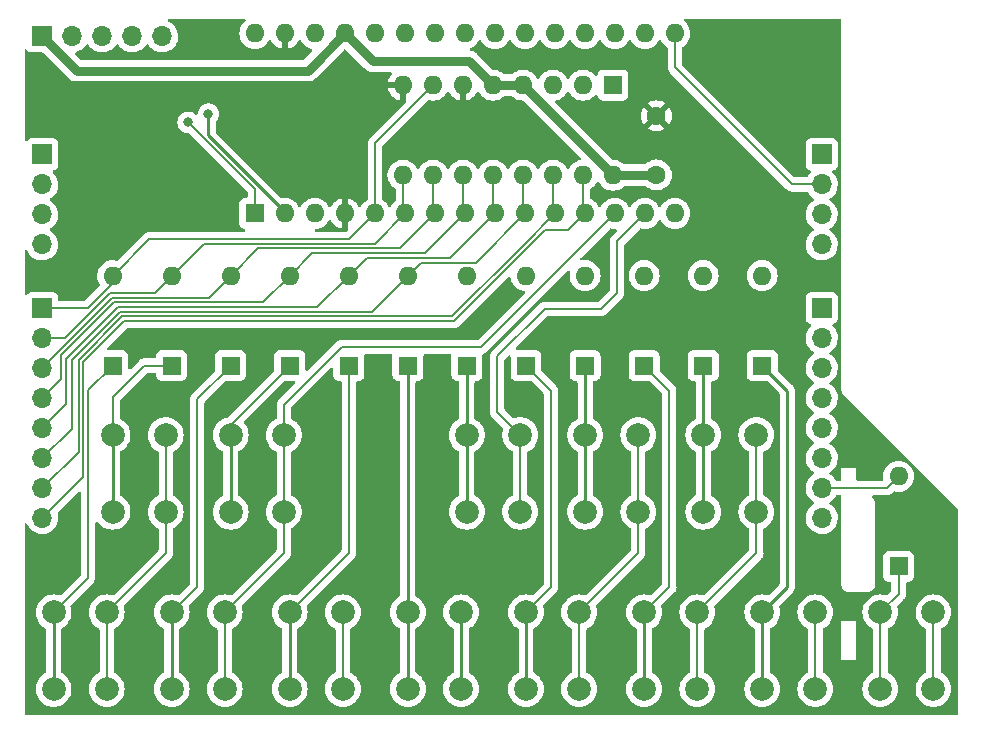
<source format=gbr>
%TF.GenerationSoftware,KiCad,Pcbnew,(6.0.5)*%
%TF.CreationDate,2023-01-23T15:27:26+00:00*%
%TF.ProjectId,ButtonKeyboard,42757474-6f6e-44b6-9579-626f6172642e,rev?*%
%TF.SameCoordinates,Original*%
%TF.FileFunction,Copper,L1,Top*%
%TF.FilePolarity,Positive*%
%FSLAX46Y46*%
G04 Gerber Fmt 4.6, Leading zero omitted, Abs format (unit mm)*
G04 Created by KiCad (PCBNEW (6.0.5)) date 2023-01-23 15:27:26*
%MOMM*%
%LPD*%
G01*
G04 APERTURE LIST*
%TA.AperFunction,ComponentPad*%
%ADD10C,1.600000*%
%TD*%
%TA.AperFunction,ComponentPad*%
%ADD11C,2.000000*%
%TD*%
%TA.AperFunction,ComponentPad*%
%ADD12R,1.600000X1.600000*%
%TD*%
%TA.AperFunction,ComponentPad*%
%ADD13O,1.600000X1.600000*%
%TD*%
%TA.AperFunction,ComponentPad*%
%ADD14R,1.700000X1.700000*%
%TD*%
%TA.AperFunction,ComponentPad*%
%ADD15O,1.700000X1.700000*%
%TD*%
%TA.AperFunction,ViaPad*%
%ADD16C,0.800000*%
%TD*%
%TA.AperFunction,Conductor*%
%ADD17C,0.200000*%
%TD*%
%TA.AperFunction,Conductor*%
%ADD18C,0.250000*%
%TD*%
%TA.AperFunction,Conductor*%
%ADD19C,0.800000*%
%TD*%
G04 APERTURE END LIST*
D10*
%TO.P,C1,1*%
%TO.N,+5V*%
X153990000Y-73740000D03*
%TO.P,C1,2*%
%TO.N,GND*%
X153990000Y-68740000D03*
%TD*%
D11*
%TO.P,SW7,1,A*%
%TO.N,Net-(SW7-Pad1)*%
X137960000Y-102260000D03*
X137960000Y-95760000D03*
%TO.P,SW7,2,B*%
%TO.N,Net-(A1-Pad14)*%
X142460000Y-102260000D03*
X142460000Y-95760000D03*
%TD*%
D12*
%TO.P,D11,1,K*%
%TO.N,Net-(SW11-Pad1)*%
X157960000Y-89880000D03*
D13*
%TO.P,D11,2,A*%
%TO.N,Net-(D11-Pad2)*%
X157960000Y-82260000D03*
%TD*%
D12*
%TO.P,D10,1,K*%
%TO.N,Net-(SW10-Pad1)*%
X152960000Y-89880000D03*
D13*
%TO.P,D10,2,A*%
%TO.N,Net-(D10-Pad2)*%
X152960000Y-82260000D03*
%TD*%
D12*
%TO.P,U1,1,A0*%
%TO.N,/TX*%
X150325000Y-66130000D03*
D13*
%TO.P,U1,2,A1*%
%TO.N,/RX*%
X147785000Y-66130000D03*
%TO.P,U1,3,A2*%
%TO.N,Net-(J1-Pad5)*%
X145245000Y-66130000D03*
%TO.P,U1,4,E1*%
%TO.N,+5V*%
X142705000Y-66130000D03*
%TO.P,U1,5,E2*%
X140165000Y-66130000D03*
%TO.P,U1,6,E3*%
%TO.N,GND*%
X137625000Y-66130000D03*
%TO.P,U1,7,O7*%
%TO.N,Net-(A1-Pad5)*%
X135085000Y-66130000D03*
%TO.P,U1,8,GND*%
%TO.N,GND*%
X132545000Y-66130000D03*
%TO.P,U1,9,O6*%
%TO.N,Net-(A1-Pad6)*%
X132545000Y-73750000D03*
%TO.P,U1,10,O5*%
%TO.N,Net-(D9-Pad2)*%
X135085000Y-73750000D03*
%TO.P,U1,11,O4*%
%TO.N,Net-(D10-Pad2)*%
X137625000Y-73750000D03*
%TO.P,U1,12,O3*%
%TO.N,Net-(D11-Pad2)*%
X140165000Y-73750000D03*
%TO.P,U1,13,O2*%
%TO.N,Net-(D12-Pad2)*%
X142705000Y-73750000D03*
%TO.P,U1,14,O1*%
%TO.N,Net-(D13-Pad2)*%
X145245000Y-73750000D03*
%TO.P,U1,15,O0*%
%TO.N,Net-(A1-Pad12)*%
X147785000Y-73750000D03*
%TO.P,U1,16,VCC*%
%TO.N,+5V*%
X150325000Y-73750000D03*
%TD*%
D11*
%TO.P,SW13,1,A*%
%TO.N,Net-(SW13-Pad1)*%
X172960000Y-117260000D03*
X172960000Y-110760000D03*
%TO.P,SW13,2,B*%
%TO.N,Net-(A1-Pad14)*%
X177460000Y-110760000D03*
X177460000Y-117260000D03*
%TD*%
%TO.P,SW1,1,A*%
%TO.N,Net-(D1-Pad1)*%
X102960000Y-117260000D03*
X102960000Y-110760000D03*
%TO.P,SW1,2,B*%
%TO.N,Net-(A1-Pad13)*%
X107460000Y-117260000D03*
X107460000Y-110760000D03*
%TD*%
D14*
%TO.P,J5,1,Pin_1*%
%TO.N,Net-(A1-Pad5)*%
X168000000Y-85000000D03*
D15*
%TO.P,J5,2,Pin_2*%
%TO.N,Net-(A1-Pad6)*%
X168000000Y-87540000D03*
%TO.P,J5,3,Pin_3*%
%TO.N,Net-(D9-Pad2)*%
X168000000Y-90080000D03*
%TO.P,J5,4,Pin_4*%
%TO.N,Net-(D10-Pad2)*%
X168000000Y-92620000D03*
%TO.P,J5,5,Pin_5*%
%TO.N,Net-(D11-Pad2)*%
X168000000Y-95160000D03*
%TO.P,J5,6,Pin_6*%
%TO.N,Net-(D12-Pad2)*%
X168000000Y-97700000D03*
%TO.P,J5,7,Pin_7*%
%TO.N,Net-(D13-Pad2)*%
X168000000Y-100240000D03*
%TO.P,J5,8,Pin_8*%
%TO.N,Net-(A1-Pad12)*%
X168000000Y-102780000D03*
%TD*%
D11*
%TO.P,SW3,1,A*%
%TO.N,Net-(D3-Pad1)*%
X112960000Y-110760000D03*
X112960000Y-117260000D03*
%TO.P,SW3,2,B*%
%TO.N,Net-(A1-Pad13)*%
X117460000Y-110760000D03*
X117460000Y-117260000D03*
%TD*%
D12*
%TO.P,D5,1,K*%
%TO.N,Net-(D5-Pad1)*%
X127960000Y-89880000D03*
D13*
%TO.P,D5,2,A*%
%TO.N,Net-(D11-Pad2)*%
X127960000Y-82260000D03*
%TD*%
D12*
%TO.P,D12,1,K*%
%TO.N,Net-(SW12-Pad1)*%
X162960000Y-89880000D03*
D13*
%TO.P,D12,2,A*%
%TO.N,Net-(D12-Pad2)*%
X162960000Y-82260000D03*
%TD*%
D12*
%TO.P,D2,1,K*%
%TO.N,Net-(D2-Pad1)*%
X112960000Y-89880000D03*
D13*
%TO.P,D2,2,A*%
%TO.N,Net-(A1-Pad6)*%
X112960000Y-82260000D03*
%TD*%
D11*
%TO.P,SW9,1,A*%
%TO.N,Net-(SW9-Pad1)*%
X147960000Y-95760000D03*
X147960000Y-102260000D03*
%TO.P,SW9,2,B*%
%TO.N,Net-(A1-Pad14)*%
X152460000Y-95760000D03*
X152460000Y-102260000D03*
%TD*%
D13*
%TO.P,A1,30,VIN*%
%TO.N,unconnected-(A1-Pad30)*%
X120000000Y-61760000D03*
%TO.P,A1,29,GND*%
%TO.N,GND*%
X122540000Y-61760000D03*
%TO.P,A1,28,~{RESET}*%
%TO.N,unconnected-(A1-Pad28)*%
X125080000Y-61760000D03*
%TO.P,A1,27,+5V*%
%TO.N,+5V*%
X127620000Y-61760000D03*
%TO.P,A1,26,A7*%
%TO.N,unconnected-(A1-Pad26)*%
X130160000Y-61760000D03*
%TO.P,A1,25,A6*%
%TO.N,unconnected-(A1-Pad25)*%
X132700000Y-61760000D03*
%TO.P,A1,24,A5*%
%TO.N,unconnected-(A1-Pad24)*%
X135240000Y-61760000D03*
%TO.P,A1,23,A4*%
%TO.N,unconnected-(A1-Pad23)*%
X137780000Y-61760000D03*
%TO.P,A1,22,A3*%
%TO.N,unconnected-(A1-Pad22)*%
X140320000Y-61760000D03*
%TO.P,A1,21,A2*%
%TO.N,unconnected-(A1-Pad21)*%
X142860000Y-61760000D03*
%TO.P,A1,20,A1*%
%TO.N,unconnected-(A1-Pad20)*%
X145400000Y-61760000D03*
%TO.P,A1,19,A0*%
%TO.N,unconnected-(A1-Pad19)*%
X147940000Y-61760000D03*
%TO.P,A1,18,AREF*%
%TO.N,unconnected-(A1-Pad18)*%
X150480000Y-61760000D03*
%TO.P,A1,17,3V3*%
%TO.N,unconnected-(A1-Pad17)*%
X153020000Y-61760000D03*
%TO.P,A1,16,D13*%
%TO.N,Net-(A1-Pad16)*%
X155560000Y-61760000D03*
%TO.P,A1,15,D12*%
%TO.N,Net-(A1-Pad15)*%
X155560000Y-77000000D03*
%TO.P,A1,14,D11*%
%TO.N,Net-(A1-Pad14)*%
X153020000Y-77000000D03*
%TO.P,A1,13,D10*%
%TO.N,Net-(A1-Pad13)*%
X150480000Y-77000000D03*
%TO.P,A1,12,D9*%
%TO.N,Net-(A1-Pad12)*%
X147940000Y-77000000D03*
%TO.P,A1,11,D8*%
%TO.N,Net-(D13-Pad2)*%
X145400000Y-77000000D03*
%TO.P,A1,10,D7*%
%TO.N,Net-(D12-Pad2)*%
X142860000Y-77000000D03*
%TO.P,A1,9,D6*%
%TO.N,Net-(D11-Pad2)*%
X140320000Y-77000000D03*
%TO.P,A1,8,D5*%
%TO.N,Net-(D10-Pad2)*%
X137780000Y-77000000D03*
%TO.P,A1,7,D4*%
%TO.N,Net-(D9-Pad2)*%
X135240000Y-77000000D03*
%TO.P,A1,6,D3*%
%TO.N,Net-(A1-Pad6)*%
X132700000Y-77000000D03*
%TO.P,A1,5,D2*%
%TO.N,Net-(A1-Pad5)*%
X130160000Y-77000000D03*
%TO.P,A1,4,GND*%
%TO.N,GND*%
X127620000Y-77000000D03*
%TO.P,A1,3,~{RESET}*%
%TO.N,unconnected-(A1-Pad3)*%
X125080000Y-77000000D03*
%TO.P,A1,2,D0/RX*%
%TO.N,/RX*%
X122540000Y-77000000D03*
D12*
%TO.P,A1,1,D1/TX*%
%TO.N,/TX*%
X120000000Y-77000000D03*
%TD*%
D11*
%TO.P,SW6,1,A*%
%TO.N,Net-(D6-Pad1)*%
X132960000Y-110760000D03*
X132960000Y-117260000D03*
%TO.P,SW6,2,B*%
%TO.N,Net-(A1-Pad13)*%
X137460000Y-110760000D03*
X137460000Y-117260000D03*
%TD*%
%TO.P,SW10,1,A*%
%TO.N,Net-(SW10-Pad1)*%
X152960000Y-110760000D03*
X152960000Y-117260000D03*
%TO.P,SW10,2,B*%
%TO.N,Net-(A1-Pad14)*%
X157460000Y-117260000D03*
X157460000Y-110760000D03*
%TD*%
D14*
%TO.P,J1,1,Pin_1*%
%TO.N,+5V*%
X102000000Y-62000000D03*
D15*
%TO.P,J1,2,Pin_2*%
%TO.N,GND*%
X104540000Y-62000000D03*
%TO.P,J1,3,Pin_3*%
%TO.N,/TX*%
X107080000Y-62000000D03*
%TO.P,J1,4,Pin_4*%
%TO.N,/RX*%
X109620000Y-62000000D03*
%TO.P,J1,5,Pin_5*%
%TO.N,Net-(J1-Pad5)*%
X112160000Y-62000000D03*
%TD*%
D11*
%TO.P,SW8,1,A*%
%TO.N,Net-(SW8-Pad1)*%
X142960000Y-110760000D03*
X142960000Y-117260000D03*
%TO.P,SW8,2,B*%
%TO.N,Net-(A1-Pad14)*%
X147460000Y-117260000D03*
X147460000Y-110760000D03*
%TD*%
D12*
%TO.P,D9,1,K*%
%TO.N,Net-(SW9-Pad1)*%
X147960000Y-89880000D03*
D13*
%TO.P,D9,2,A*%
%TO.N,Net-(D9-Pad2)*%
X147960000Y-82260000D03*
%TD*%
D12*
%TO.P,D8,1,K*%
%TO.N,Net-(SW8-Pad1)*%
X142960000Y-89880000D03*
D13*
%TO.P,D8,2,A*%
%TO.N,Net-(A1-Pad6)*%
X142960000Y-82260000D03*
%TD*%
D12*
%TO.P,D3,1,K*%
%TO.N,Net-(D3-Pad1)*%
X117960000Y-89880000D03*
D13*
%TO.P,D3,2,A*%
%TO.N,Net-(D9-Pad2)*%
X117960000Y-82260000D03*
%TD*%
D11*
%TO.P,SW12,1,A*%
%TO.N,Net-(SW12-Pad1)*%
X162960000Y-110760000D03*
X162960000Y-117260000D03*
%TO.P,SW12,2,B*%
%TO.N,Net-(A1-Pad14)*%
X167460000Y-117260000D03*
X167460000Y-110760000D03*
%TD*%
D13*
%TO.P,D1,2,A*%
%TO.N,Net-(A1-Pad5)*%
X107960000Y-82260000D03*
D12*
%TO.P,D1,1,K*%
%TO.N,Net-(D1-Pad1)*%
X107960000Y-89880000D03*
%TD*%
%TO.P,D6,1,K*%
%TO.N,Net-(D6-Pad1)*%
X132960000Y-89880000D03*
D13*
%TO.P,D6,2,A*%
%TO.N,Net-(D12-Pad2)*%
X132960000Y-82260000D03*
%TD*%
D14*
%TO.P,J4,1,Pin_1*%
%TO.N,Net-(A1-Pad15)*%
X168000000Y-72000000D03*
D15*
%TO.P,J4,2,Pin_2*%
%TO.N,Net-(A1-Pad16)*%
X168000000Y-74540000D03*
%TO.P,J4,3,Pin_3*%
%TO.N,unconnected-(J4-Pad3)*%
X168000000Y-77080000D03*
%TO.P,J4,4,Pin_4*%
%TO.N,unconnected-(J4-Pad4)*%
X168000000Y-79620000D03*
%TD*%
D14*
%TO.P,J3,1,Pin_1*%
%TO.N,Net-(A1-Pad13)*%
X102000000Y-72000000D03*
D15*
%TO.P,J3,2,Pin_2*%
%TO.N,Net-(A1-Pad14)*%
X102000000Y-74540000D03*
%TO.P,J3,3,Pin_3*%
%TO.N,Net-(A1-Pad15)*%
X102000000Y-77080000D03*
%TO.P,J3,4,Pin_4*%
%TO.N,Net-(A1-Pad16)*%
X102000000Y-79620000D03*
%TD*%
D11*
%TO.P,SW5,1,A*%
%TO.N,Net-(D5-Pad1)*%
X122960000Y-110760000D03*
X122960000Y-117260000D03*
%TO.P,SW5,2,B*%
%TO.N,Net-(A1-Pad13)*%
X127460000Y-117260000D03*
X127460000Y-110760000D03*
%TD*%
%TO.P,SW4,1,A*%
%TO.N,Net-(D4-Pad1)*%
X117960000Y-95760000D03*
X117960000Y-102260000D03*
%TO.P,SW4,2,B*%
%TO.N,Net-(A1-Pad13)*%
X122460000Y-102260000D03*
X122460000Y-95760000D03*
%TD*%
D12*
%TO.P,D13,1,K*%
%TO.N,Net-(SW13-Pad1)*%
X174500000Y-106880000D03*
D13*
%TO.P,D13,2,A*%
%TO.N,Net-(D13-Pad2)*%
X174500000Y-99260000D03*
%TD*%
D12*
%TO.P,D7,1,K*%
%TO.N,Net-(SW7-Pad1)*%
X137960000Y-89880000D03*
D13*
%TO.P,D7,2,A*%
%TO.N,Net-(A1-Pad5)*%
X137960000Y-82260000D03*
%TD*%
D11*
%TO.P,SW11,1,A*%
%TO.N,Net-(SW11-Pad1)*%
X157960000Y-102260000D03*
X157960000Y-95760000D03*
%TO.P,SW11,2,B*%
%TO.N,Net-(A1-Pad14)*%
X162460000Y-102260000D03*
X162460000Y-95760000D03*
%TD*%
D12*
%TO.P,D4,1,K*%
%TO.N,Net-(D4-Pad1)*%
X122960000Y-89880000D03*
D13*
%TO.P,D4,2,A*%
%TO.N,Net-(D10-Pad2)*%
X122960000Y-82260000D03*
%TD*%
D14*
%TO.P,J2,1,Pin_1*%
%TO.N,Net-(A1-Pad5)*%
X102000000Y-85000000D03*
D15*
%TO.P,J2,2,Pin_2*%
%TO.N,Net-(A1-Pad6)*%
X102000000Y-87540000D03*
%TO.P,J2,3,Pin_3*%
%TO.N,Net-(D9-Pad2)*%
X102000000Y-90080000D03*
%TO.P,J2,4,Pin_4*%
%TO.N,Net-(D10-Pad2)*%
X102000000Y-92620000D03*
%TO.P,J2,5,Pin_5*%
%TO.N,Net-(D11-Pad2)*%
X102000000Y-95160000D03*
%TO.P,J2,6,Pin_6*%
%TO.N,Net-(D12-Pad2)*%
X102000000Y-97700000D03*
%TO.P,J2,7,Pin_7*%
%TO.N,Net-(D13-Pad2)*%
X102000000Y-100240000D03*
%TO.P,J2,8,Pin_8*%
%TO.N,Net-(A1-Pad12)*%
X102000000Y-102780000D03*
%TD*%
D11*
%TO.P,SW2,1,A*%
%TO.N,Net-(D2-Pad1)*%
X107960000Y-95760000D03*
X107960000Y-102260000D03*
%TO.P,SW2,2,B*%
%TO.N,Net-(A1-Pad13)*%
X112460000Y-95760000D03*
X112460000Y-102260000D03*
%TD*%
D16*
%TO.N,/RX*%
X116078000Y-68580000D03*
%TO.N,/TX*%
X114361000Y-69281000D03*
%TD*%
D17*
%TO.N,Net-(SW13-Pad1)*%
X174500000Y-109220000D02*
X174500000Y-106880000D01*
X172960000Y-110760000D02*
X174500000Y-109220000D01*
%TO.N,Net-(D13-Pad2)*%
X173520000Y-100240000D02*
X174500000Y-99260000D01*
X168000000Y-100240000D02*
X173520000Y-100240000D01*
D18*
%TO.N,/RX*%
X122540000Y-76859638D02*
X122540000Y-77000000D01*
X116078000Y-70397638D02*
X122540000Y-76859638D01*
X116078000Y-68580000D02*
X116078000Y-70397638D01*
D17*
%TO.N,/TX*%
X120000000Y-74920000D02*
X120000000Y-77000000D01*
X114361000Y-69281000D02*
X120000000Y-74920000D01*
%TO.N,Net-(A1-Pad5)*%
X105860000Y-85000000D02*
X102000000Y-85000000D01*
X107960000Y-82900000D02*
X105860000Y-85000000D01*
X107960000Y-82260000D02*
X107960000Y-82900000D01*
X135085000Y-66130000D02*
X130160000Y-71055000D01*
X111057110Y-79162890D02*
X107960000Y-82260000D01*
X130160000Y-71055000D02*
X130160000Y-77000000D01*
X130160000Y-77000000D02*
X127997110Y-79162890D01*
X127997110Y-79162890D02*
X111057110Y-79162890D01*
%TO.N,Net-(A1-Pad6)*%
X103924994Y-87540000D02*
X102000000Y-87540000D01*
X132545000Y-76845000D02*
X132700000Y-77000000D01*
X132545000Y-73750000D02*
X132545000Y-76845000D01*
X107750000Y-83714994D02*
X103924994Y-87540000D01*
X130137590Y-79562410D02*
X115657590Y-79562410D01*
X107750000Y-83700000D02*
X107750000Y-83714994D01*
X115657590Y-79562410D02*
X112960000Y-82260000D01*
X107750000Y-83700000D02*
X111520000Y-83700000D01*
X111520000Y-83700000D02*
X112960000Y-82260000D01*
X132700000Y-77000000D02*
X130137590Y-79562410D01*
%TO.N,Net-(D9-Pad2)*%
X132278070Y-79961930D02*
X120258070Y-79961930D01*
X135085000Y-73750000D02*
X135085000Y-76845000D01*
X107910000Y-84120000D02*
X116100000Y-84120000D01*
X102000000Y-90080000D02*
X102835000Y-89245000D01*
X102835000Y-89245000D02*
X102835000Y-89195000D01*
X116100000Y-84120000D02*
X117960000Y-82260000D01*
X120258070Y-79961930D02*
X117960000Y-82260000D01*
X102835000Y-89195000D02*
X107910000Y-84120000D01*
X135085000Y-76845000D02*
X135240000Y-77000000D01*
X135240000Y-77000000D02*
X132278070Y-79961930D01*
%TO.N,Net-(D10-Pad2)*%
X137625000Y-76845000D02*
X137780000Y-77000000D01*
X137625000Y-73750000D02*
X137625000Y-76845000D01*
X122960000Y-82260000D02*
X124858550Y-80361450D01*
X103615000Y-91005000D02*
X103615000Y-88980006D01*
X103615000Y-88980006D02*
X108075486Y-84519520D01*
X120700480Y-84519520D02*
X122960000Y-82260000D01*
X134418550Y-80361450D02*
X137780000Y-77000000D01*
X102000000Y-92620000D02*
X103615000Y-91005000D01*
X108075486Y-84519520D02*
X120700480Y-84519520D01*
X124858550Y-80361450D02*
X134418550Y-80361450D01*
%TO.N,Net-(D11-Pad2)*%
X136559031Y-80760969D02*
X129459031Y-80760969D01*
X140320000Y-77000000D02*
X136559031Y-80760969D01*
X129459031Y-80760969D02*
X127960000Y-82260000D01*
X140165000Y-73750000D02*
X140165000Y-76845000D01*
X104014520Y-93145480D02*
X104014520Y-89315480D01*
X125300961Y-84919039D02*
X127960000Y-82260000D01*
X104014520Y-89315480D02*
X108410960Y-84919040D01*
X102000000Y-95160000D02*
X104014520Y-93145480D01*
X140165000Y-76845000D02*
X140320000Y-77000000D01*
X108410960Y-84919040D02*
X125300961Y-84919039D01*
%TO.N,Net-(D12-Pad2)*%
X108576446Y-85318560D02*
X129901442Y-85318558D01*
X104492503Y-89402503D02*
X108576446Y-85318560D01*
X102000000Y-97700000D02*
X104492503Y-95207497D01*
X129901442Y-85318558D02*
X132960000Y-82260000D01*
X142705000Y-76845000D02*
X142860000Y-77000000D01*
X134059511Y-81160489D02*
X132960000Y-82260000D01*
X142705000Y-73750000D02*
X142705000Y-76845000D01*
X138699511Y-81160489D02*
X134059511Y-81160489D01*
X104492503Y-95207497D02*
X104492503Y-89402503D01*
X142860000Y-77000000D02*
X138699511Y-81160489D01*
%TO.N,Net-(A1-Pad12)*%
X147785000Y-73750000D02*
X147785000Y-76845000D01*
X108907418Y-86117600D02*
X136866428Y-86117600D01*
X102000000Y-102780000D02*
X105490000Y-99290000D01*
X146540000Y-78400000D02*
X147940000Y-77000000D01*
X144584028Y-78400000D02*
X146540000Y-78400000D01*
X147785000Y-76845000D02*
X147940000Y-77000000D01*
X105490000Y-89535018D02*
X108907418Y-86117600D01*
X136866428Y-86117600D02*
X144584028Y-78400000D01*
X105490000Y-99290000D02*
X105490000Y-89535018D01*
%TO.N,Net-(A1-Pad13)*%
X122460000Y-95760000D02*
X122460000Y-102260000D01*
X112460000Y-95760000D02*
X112460000Y-102260000D01*
X117460000Y-110760000D02*
X117460000Y-117260000D01*
X122460000Y-102260000D02*
X122460000Y-105760000D01*
X122460000Y-95760000D02*
X122460000Y-93186000D01*
X139190000Y-88290000D02*
X150480000Y-77000000D01*
X107460000Y-110760000D02*
X107460000Y-117260000D01*
X112460000Y-105760000D02*
X107460000Y-110760000D01*
X127460000Y-110760000D02*
X127460000Y-117260000D01*
X122460000Y-105760000D02*
X117460000Y-110760000D01*
X127356000Y-88290000D02*
X139190000Y-88290000D01*
X122460000Y-93186000D02*
X127356000Y-88290000D01*
D18*
X137460000Y-110760000D02*
X137460000Y-117260000D01*
D17*
X112460000Y-102260000D02*
X112460000Y-105760000D01*
%TO.N,Net-(A1-Pad14)*%
X149350000Y-85070000D02*
X144546000Y-85070000D01*
X140530000Y-93830000D02*
X142460000Y-95760000D01*
X162460000Y-105760000D02*
X162460000Y-102260000D01*
X147460000Y-110760000D02*
X147460000Y-117260000D01*
X157460000Y-110760000D02*
X157460000Y-117260000D01*
X157460000Y-110760000D02*
X162460000Y-105760000D01*
X142460000Y-95760000D02*
X142460000Y-102260000D01*
X177460000Y-110760000D02*
X177460000Y-117260000D01*
X152460000Y-102260000D02*
X152460000Y-105760000D01*
X153020000Y-77000000D02*
X150680000Y-79340000D01*
X152460000Y-105760000D02*
X147460000Y-110760000D01*
X140530000Y-89086000D02*
X140530000Y-93830000D01*
X162460000Y-95760000D02*
X162460000Y-102260000D01*
X144546000Y-85070000D02*
X140530000Y-89086000D01*
X150680000Y-79340000D02*
X150680000Y-83740000D01*
X167460000Y-110760000D02*
X167460000Y-117260000D01*
X150680000Y-83740000D02*
X149350000Y-85070000D01*
X152460000Y-95760000D02*
X152460000Y-102260000D01*
%TO.N,Net-(A1-Pad16)*%
X155560000Y-64628000D02*
X155560000Y-61760000D01*
X165472000Y-74540000D02*
X155560000Y-64628000D01*
X168000000Y-74540000D02*
X165472000Y-74540000D01*
D19*
%TO.N,+5V*%
X129970000Y-64110000D02*
X127620000Y-61760000D01*
X153980000Y-73750000D02*
X153990000Y-73740000D01*
X138145000Y-64110000D02*
X129970000Y-64110000D01*
X150325000Y-73750000D02*
X153980000Y-73750000D01*
X140165000Y-66130000D02*
X138145000Y-64110000D01*
X104910000Y-64910000D02*
X124470000Y-64910000D01*
X102000000Y-62000000D02*
X104910000Y-64910000D01*
X140165000Y-66130000D02*
X142705000Y-66130000D01*
X124470000Y-64910000D02*
X127620000Y-61760000D01*
X142705000Y-66130000D02*
X150325000Y-73750000D01*
D17*
%TO.N,Net-(D1-Pad1)*%
X107960000Y-89880000D02*
X105889520Y-91950480D01*
D18*
X102960000Y-110760000D02*
X102960000Y-117260000D01*
D17*
X105889520Y-107830480D02*
X102960000Y-110760000D01*
X105889520Y-91950480D02*
X105889520Y-107830480D01*
%TO.N,Net-(D2-Pad1)*%
X107960000Y-95760000D02*
X107960000Y-92540000D01*
D18*
X107960000Y-95760000D02*
X107960000Y-102260000D01*
D17*
X107960000Y-92540000D02*
X110620000Y-89880000D01*
X110620000Y-89880000D02*
X112960000Y-89880000D01*
%TO.N,Net-(D3-Pad1)*%
X117960000Y-89880000D02*
X115120000Y-92720000D01*
D18*
X112960000Y-110760000D02*
X112960000Y-117260000D01*
D17*
X115120000Y-108600000D02*
X112960000Y-110760000D01*
X115120000Y-92720000D02*
X115120000Y-108600000D01*
%TO.N,Net-(D4-Pad1)*%
X122960000Y-89880000D02*
X117960000Y-94880000D01*
X117960000Y-94880000D02*
X117960000Y-95760000D01*
D18*
X117960000Y-95760000D02*
X117960000Y-102260000D01*
D17*
%TO.N,Net-(D5-Pad1)*%
X127960000Y-105760000D02*
X122960000Y-110760000D01*
X127960000Y-89880000D02*
X127960000Y-105760000D01*
D18*
X122960000Y-110760000D02*
X122960000Y-117260000D01*
%TO.N,Net-(D6-Pad1)*%
X132960000Y-89880000D02*
X132960000Y-110760000D01*
X132960000Y-110760000D02*
X132960000Y-117260000D01*
%TO.N,Net-(SW7-Pad1)*%
X137960000Y-95760000D02*
X137960000Y-102260000D01*
X137960000Y-89880000D02*
X137960000Y-95760000D01*
D17*
%TO.N,Net-(SW8-Pad1)*%
X145080000Y-92000000D02*
X145080000Y-108640000D01*
X142960000Y-89880000D02*
X145080000Y-92000000D01*
X145080000Y-108640000D02*
X142960000Y-110760000D01*
D18*
X142960000Y-110760000D02*
X142960000Y-117260000D01*
%TO.N,Net-(SW9-Pad1)*%
X147960000Y-89880000D02*
X147960000Y-95760000D01*
X147960000Y-95760000D02*
X147960000Y-102260000D01*
D17*
%TO.N,Net-(SW10-Pad1)*%
X155090000Y-108630000D02*
X152960000Y-110760000D01*
D18*
X152960000Y-110760000D02*
X152960000Y-117260000D01*
D17*
X155090000Y-92010000D02*
X155090000Y-108630000D01*
X152960000Y-89880000D02*
X155090000Y-92010000D01*
D18*
%TO.N,Net-(SW11-Pad1)*%
X157960000Y-95760000D02*
X157960000Y-102260000D01*
X157960000Y-89880000D02*
X157960000Y-95760000D01*
%TO.N,Net-(SW12-Pad1)*%
X165070000Y-108650000D02*
X162960000Y-110760000D01*
X165070000Y-91990000D02*
X165070000Y-108650000D01*
X162960000Y-89880000D02*
X165070000Y-91990000D01*
X162960000Y-110760000D02*
X162960000Y-117260000D01*
D17*
%TO.N,Net-(SW13-Pad1)*%
X172960000Y-110760000D02*
X172960000Y-117260000D01*
%TO.N,Net-(D13-Pad2)*%
X145245000Y-73750000D02*
X145245000Y-76915000D01*
X136700942Y-85718080D02*
X142600000Y-79819022D01*
X108741932Y-85718080D02*
X136700942Y-85718080D01*
X145330000Y-77000000D02*
X145400000Y-77000000D01*
X102000000Y-100240000D02*
X105080006Y-97159994D01*
X142600000Y-79819022D02*
X142600000Y-79800000D01*
X105080006Y-89380006D02*
X108741932Y-85718080D01*
X105080006Y-97159994D02*
X105080006Y-89380006D01*
X145245000Y-76915000D02*
X145330000Y-77000000D01*
X142600000Y-79800000D02*
X145400000Y-77000000D01*
%TD*%
%TA.AperFunction,Conductor*%
%TO.N,GND*%
G36*
X169613621Y-60528502D02*
G01*
X169660114Y-60582158D01*
X169671500Y-60634500D01*
X169671500Y-91876928D01*
X169670145Y-91889058D01*
X169670627Y-91889097D01*
X169669907Y-91898044D01*
X169667926Y-91906800D01*
X169670371Y-91946211D01*
X169671258Y-91960508D01*
X169671500Y-91968310D01*
X169671500Y-91984513D01*
X169672136Y-91988953D01*
X169672984Y-91994878D01*
X169674013Y-92004928D01*
X169674328Y-92010000D01*
X169676945Y-92052177D01*
X169679994Y-92060623D01*
X169680593Y-92063514D01*
X169684822Y-92080480D01*
X169685648Y-92083305D01*
X169686920Y-92092187D01*
X169706522Y-92135298D01*
X169710327Y-92144647D01*
X169726404Y-92189181D01*
X169731699Y-92196429D01*
X169733080Y-92199027D01*
X169741915Y-92214145D01*
X169743494Y-92216614D01*
X169747208Y-92224782D01*
X169753064Y-92231578D01*
X169778115Y-92260652D01*
X169784401Y-92268569D01*
X169789548Y-92275615D01*
X169789553Y-92275620D01*
X169792425Y-92279552D01*
X169803400Y-92290527D01*
X169809758Y-92297374D01*
X169842287Y-92335127D01*
X169849822Y-92340011D01*
X169856066Y-92345458D01*
X169867931Y-92355058D01*
X179540595Y-102027723D01*
X179574621Y-102090035D01*
X179577500Y-102116818D01*
X179577500Y-119365500D01*
X179557498Y-119433621D01*
X179503842Y-119480114D01*
X179451500Y-119491500D01*
X100634500Y-119491500D01*
X100566379Y-119471498D01*
X100519886Y-119417842D01*
X100508500Y-119365500D01*
X100508500Y-103363156D01*
X100528502Y-103295035D01*
X100582158Y-103248542D01*
X100652432Y-103238438D01*
X100717012Y-103267932D01*
X100751243Y-103315752D01*
X100770492Y-103363156D01*
X100783266Y-103394616D01*
X100899987Y-103585088D01*
X101046250Y-103753938D01*
X101218126Y-103896632D01*
X101411000Y-104009338D01*
X101619692Y-104089030D01*
X101624760Y-104090061D01*
X101624763Y-104090062D01*
X101732017Y-104111883D01*
X101838597Y-104133567D01*
X101843772Y-104133757D01*
X101843774Y-104133757D01*
X102056673Y-104141564D01*
X102056677Y-104141564D01*
X102061837Y-104141753D01*
X102066957Y-104141097D01*
X102066959Y-104141097D01*
X102278288Y-104114025D01*
X102278289Y-104114025D01*
X102283416Y-104113368D01*
X102288366Y-104111883D01*
X102492429Y-104050661D01*
X102492434Y-104050659D01*
X102497384Y-104049174D01*
X102697994Y-103950896D01*
X102879860Y-103821173D01*
X102928426Y-103772777D01*
X103034435Y-103667137D01*
X103038096Y-103663489D01*
X103079655Y-103605654D01*
X103165435Y-103486277D01*
X103168453Y-103482077D01*
X103245486Y-103326213D01*
X103265136Y-103286453D01*
X103265137Y-103286451D01*
X103267430Y-103281811D01*
X103332370Y-103068069D01*
X103361529Y-102846590D01*
X103363156Y-102780000D01*
X103344852Y-102557361D01*
X103309723Y-102417508D01*
X103312527Y-102346567D01*
X103342832Y-102297717D01*
X105065925Y-100574624D01*
X105128237Y-100540598D01*
X105199052Y-100545663D01*
X105255888Y-100588210D01*
X105280699Y-100654730D01*
X105281020Y-100663719D01*
X105281020Y-107526242D01*
X105261018Y-107594363D01*
X105244115Y-107615337D01*
X103565588Y-109293863D01*
X103503276Y-109327889D01*
X103437623Y-109322017D01*
X103436875Y-109324319D01*
X103432168Y-109322790D01*
X103427594Y-109320895D01*
X103347391Y-109301640D01*
X103201524Y-109266620D01*
X103201518Y-109266619D01*
X103196711Y-109265465D01*
X102960000Y-109246835D01*
X102723289Y-109265465D01*
X102718482Y-109266619D01*
X102718476Y-109266620D01*
X102572609Y-109301640D01*
X102492406Y-109320895D01*
X102487835Y-109322788D01*
X102487833Y-109322789D01*
X102277611Y-109409865D01*
X102277607Y-109409867D01*
X102273037Y-109411760D01*
X102268817Y-109414346D01*
X102074798Y-109533241D01*
X102074792Y-109533245D01*
X102070584Y-109535824D01*
X101969607Y-109622067D01*
X101896724Y-109684315D01*
X101890031Y-109690031D01*
X101735824Y-109870584D01*
X101733245Y-109874792D01*
X101733241Y-109874798D01*
X101614346Y-110068817D01*
X101611760Y-110073037D01*
X101609867Y-110077607D01*
X101609865Y-110077611D01*
X101525027Y-110282430D01*
X101520895Y-110292406D01*
X101465465Y-110523289D01*
X101446835Y-110760000D01*
X101465465Y-110996711D01*
X101520895Y-111227594D01*
X101611760Y-111446963D01*
X101614346Y-111451183D01*
X101733241Y-111645202D01*
X101733245Y-111645208D01*
X101735824Y-111649416D01*
X101890031Y-111829969D01*
X102070584Y-111984176D01*
X102074792Y-111986755D01*
X102074798Y-111986759D01*
X102266335Y-112104133D01*
X102313966Y-112156781D01*
X102326500Y-112211566D01*
X102326500Y-115808434D01*
X102306498Y-115876555D01*
X102266335Y-115915867D01*
X102074798Y-116033241D01*
X102074792Y-116033245D01*
X102070584Y-116035824D01*
X101890031Y-116190031D01*
X101735824Y-116370584D01*
X101733245Y-116374792D01*
X101733241Y-116374798D01*
X101614346Y-116568817D01*
X101611760Y-116573037D01*
X101520895Y-116792406D01*
X101465465Y-117023289D01*
X101446835Y-117260000D01*
X101465465Y-117496711D01*
X101520895Y-117727594D01*
X101611760Y-117946963D01*
X101614346Y-117951183D01*
X101733241Y-118145202D01*
X101733245Y-118145208D01*
X101735824Y-118149416D01*
X101890031Y-118329969D01*
X102070584Y-118484176D01*
X102074792Y-118486755D01*
X102074798Y-118486759D01*
X102268817Y-118605654D01*
X102273037Y-118608240D01*
X102277607Y-118610133D01*
X102277611Y-118610135D01*
X102487833Y-118697211D01*
X102492406Y-118699105D01*
X102572609Y-118718360D01*
X102718476Y-118753380D01*
X102718482Y-118753381D01*
X102723289Y-118754535D01*
X102960000Y-118773165D01*
X103196711Y-118754535D01*
X103201518Y-118753381D01*
X103201524Y-118753380D01*
X103347391Y-118718360D01*
X103427594Y-118699105D01*
X103432167Y-118697211D01*
X103642389Y-118610135D01*
X103642393Y-118610133D01*
X103646963Y-118608240D01*
X103651183Y-118605654D01*
X103845202Y-118486759D01*
X103845208Y-118486755D01*
X103849416Y-118484176D01*
X104029969Y-118329969D01*
X104184176Y-118149416D01*
X104186755Y-118145208D01*
X104186759Y-118145202D01*
X104305654Y-117951183D01*
X104308240Y-117946963D01*
X104399105Y-117727594D01*
X104454535Y-117496711D01*
X104473165Y-117260000D01*
X105946835Y-117260000D01*
X105965465Y-117496711D01*
X106020895Y-117727594D01*
X106111760Y-117946963D01*
X106114346Y-117951183D01*
X106233241Y-118145202D01*
X106233245Y-118145208D01*
X106235824Y-118149416D01*
X106390031Y-118329969D01*
X106570584Y-118484176D01*
X106574792Y-118486755D01*
X106574798Y-118486759D01*
X106768817Y-118605654D01*
X106773037Y-118608240D01*
X106777607Y-118610133D01*
X106777611Y-118610135D01*
X106987833Y-118697211D01*
X106992406Y-118699105D01*
X107072609Y-118718360D01*
X107218476Y-118753380D01*
X107218482Y-118753381D01*
X107223289Y-118754535D01*
X107460000Y-118773165D01*
X107696711Y-118754535D01*
X107701518Y-118753381D01*
X107701524Y-118753380D01*
X107847391Y-118718360D01*
X107927594Y-118699105D01*
X107932167Y-118697211D01*
X108142389Y-118610135D01*
X108142393Y-118610133D01*
X108146963Y-118608240D01*
X108151183Y-118605654D01*
X108345202Y-118486759D01*
X108345208Y-118486755D01*
X108349416Y-118484176D01*
X108529969Y-118329969D01*
X108684176Y-118149416D01*
X108686755Y-118145208D01*
X108686759Y-118145202D01*
X108805654Y-117951183D01*
X108808240Y-117946963D01*
X108899105Y-117727594D01*
X108954535Y-117496711D01*
X108973165Y-117260000D01*
X111446835Y-117260000D01*
X111465465Y-117496711D01*
X111520895Y-117727594D01*
X111611760Y-117946963D01*
X111614346Y-117951183D01*
X111733241Y-118145202D01*
X111733245Y-118145208D01*
X111735824Y-118149416D01*
X111890031Y-118329969D01*
X112070584Y-118484176D01*
X112074792Y-118486755D01*
X112074798Y-118486759D01*
X112268817Y-118605654D01*
X112273037Y-118608240D01*
X112277607Y-118610133D01*
X112277611Y-118610135D01*
X112487833Y-118697211D01*
X112492406Y-118699105D01*
X112572609Y-118718360D01*
X112718476Y-118753380D01*
X112718482Y-118753381D01*
X112723289Y-118754535D01*
X112960000Y-118773165D01*
X113196711Y-118754535D01*
X113201518Y-118753381D01*
X113201524Y-118753380D01*
X113347391Y-118718360D01*
X113427594Y-118699105D01*
X113432167Y-118697211D01*
X113642389Y-118610135D01*
X113642393Y-118610133D01*
X113646963Y-118608240D01*
X113651183Y-118605654D01*
X113845202Y-118486759D01*
X113845208Y-118486755D01*
X113849416Y-118484176D01*
X114029969Y-118329969D01*
X114184176Y-118149416D01*
X114186755Y-118145208D01*
X114186759Y-118145202D01*
X114305654Y-117951183D01*
X114308240Y-117946963D01*
X114399105Y-117727594D01*
X114454535Y-117496711D01*
X114473165Y-117260000D01*
X114454535Y-117023289D01*
X114399105Y-116792406D01*
X114308240Y-116573037D01*
X114305654Y-116568817D01*
X114186759Y-116374798D01*
X114186755Y-116374792D01*
X114184176Y-116370584D01*
X114029969Y-116190031D01*
X113849416Y-116035824D01*
X113845208Y-116033245D01*
X113845202Y-116033241D01*
X113653665Y-115915867D01*
X113606034Y-115863219D01*
X113593500Y-115808434D01*
X113593500Y-112211566D01*
X113613502Y-112143445D01*
X113653665Y-112104133D01*
X113845202Y-111986759D01*
X113845208Y-111986755D01*
X113849416Y-111984176D01*
X114029969Y-111829969D01*
X114184176Y-111649416D01*
X114186755Y-111645208D01*
X114186759Y-111645202D01*
X114305654Y-111451183D01*
X114308240Y-111446963D01*
X114399105Y-111227594D01*
X114454535Y-110996711D01*
X114473165Y-110760000D01*
X114454535Y-110523289D01*
X114399105Y-110292406D01*
X114397210Y-110287832D01*
X114395681Y-110283125D01*
X114397821Y-110282430D01*
X114391236Y-110221123D01*
X114426137Y-110154412D01*
X115516234Y-109064315D01*
X115528625Y-109053448D01*
X115547437Y-109039013D01*
X115553987Y-109033987D01*
X115578474Y-109002075D01*
X115578477Y-109002072D01*
X115651523Y-108906876D01*
X115651524Y-108906875D01*
X115671679Y-108858218D01*
X115709678Y-108766479D01*
X115712838Y-108758850D01*
X115717556Y-108723017D01*
X115728500Y-108639885D01*
X115728500Y-108639878D01*
X115730987Y-108620985D01*
X115733750Y-108600000D01*
X115729578Y-108568307D01*
X115728500Y-108551864D01*
X115728500Y-93024239D01*
X115748502Y-92956118D01*
X115765405Y-92935144D01*
X117475144Y-91225405D01*
X117537456Y-91191379D01*
X117564239Y-91188500D01*
X118808134Y-91188500D01*
X118870316Y-91181745D01*
X119006705Y-91130615D01*
X119123261Y-91043261D01*
X119210615Y-90926705D01*
X119261745Y-90790316D01*
X119268500Y-90728134D01*
X119268500Y-89031866D01*
X119261745Y-88969684D01*
X119210615Y-88833295D01*
X119123261Y-88716739D01*
X119006705Y-88629385D01*
X118870316Y-88578255D01*
X118808134Y-88571500D01*
X117111866Y-88571500D01*
X117049684Y-88578255D01*
X116913295Y-88629385D01*
X116796739Y-88716739D01*
X116709385Y-88833295D01*
X116658255Y-88969684D01*
X116651500Y-89031866D01*
X116651500Y-90275761D01*
X116631498Y-90343882D01*
X116614595Y-90364856D01*
X114723766Y-92255685D01*
X114711375Y-92266552D01*
X114686013Y-92286013D01*
X114661526Y-92317925D01*
X114661523Y-92317928D01*
X114661517Y-92317936D01*
X114602824Y-92394426D01*
X114588476Y-92413124D01*
X114527162Y-92561149D01*
X114526085Y-92569333D01*
X114526084Y-92569336D01*
X114525701Y-92572249D01*
X114525700Y-92572249D01*
X114525701Y-92572252D01*
X114511500Y-92680115D01*
X114511500Y-92680120D01*
X114506250Y-92720000D01*
X114507903Y-92732552D01*
X114510422Y-92751690D01*
X114511500Y-92768136D01*
X114511500Y-108295761D01*
X114491498Y-108363882D01*
X114474595Y-108384856D01*
X113565588Y-109293863D01*
X113503276Y-109327889D01*
X113437623Y-109322017D01*
X113436875Y-109324319D01*
X113432168Y-109322790D01*
X113427594Y-109320895D01*
X113347391Y-109301640D01*
X113201524Y-109266620D01*
X113201518Y-109266619D01*
X113196711Y-109265465D01*
X112960000Y-109246835D01*
X112723289Y-109265465D01*
X112718482Y-109266619D01*
X112718476Y-109266620D01*
X112572609Y-109301640D01*
X112492406Y-109320895D01*
X112487835Y-109322788D01*
X112487833Y-109322789D01*
X112277611Y-109409865D01*
X112277607Y-109409867D01*
X112273037Y-109411760D01*
X112268817Y-109414346D01*
X112074798Y-109533241D01*
X112074792Y-109533245D01*
X112070584Y-109535824D01*
X111969607Y-109622067D01*
X111896724Y-109684315D01*
X111890031Y-109690031D01*
X111735824Y-109870584D01*
X111733245Y-109874792D01*
X111733241Y-109874798D01*
X111614346Y-110068817D01*
X111611760Y-110073037D01*
X111609867Y-110077607D01*
X111609865Y-110077611D01*
X111525027Y-110282430D01*
X111520895Y-110292406D01*
X111465465Y-110523289D01*
X111446835Y-110760000D01*
X111465465Y-110996711D01*
X111520895Y-111227594D01*
X111611760Y-111446963D01*
X111614346Y-111451183D01*
X111733241Y-111645202D01*
X111733245Y-111645208D01*
X111735824Y-111649416D01*
X111890031Y-111829969D01*
X112070584Y-111984176D01*
X112074792Y-111986755D01*
X112074798Y-111986759D01*
X112266335Y-112104133D01*
X112313966Y-112156781D01*
X112326500Y-112211566D01*
X112326500Y-115808434D01*
X112306498Y-115876555D01*
X112266335Y-115915867D01*
X112074798Y-116033241D01*
X112074792Y-116033245D01*
X112070584Y-116035824D01*
X111890031Y-116190031D01*
X111735824Y-116370584D01*
X111733245Y-116374792D01*
X111733241Y-116374798D01*
X111614346Y-116568817D01*
X111611760Y-116573037D01*
X111520895Y-116792406D01*
X111465465Y-117023289D01*
X111446835Y-117260000D01*
X108973165Y-117260000D01*
X108954535Y-117023289D01*
X108899105Y-116792406D01*
X108808240Y-116573037D01*
X108805654Y-116568817D01*
X108686759Y-116374798D01*
X108686755Y-116374792D01*
X108684176Y-116370584D01*
X108529969Y-116190031D01*
X108349416Y-116035824D01*
X108345208Y-116033245D01*
X108345202Y-116033241D01*
X108151183Y-115914346D01*
X108146963Y-115911760D01*
X108142389Y-115909865D01*
X108137980Y-115907619D01*
X108139004Y-115905610D01*
X108091008Y-115866940D01*
X108068500Y-115795069D01*
X108068500Y-112224931D01*
X108088502Y-112156810D01*
X108139082Y-112114543D01*
X108137980Y-112112381D01*
X108142389Y-112110135D01*
X108146963Y-112108240D01*
X108153665Y-112104133D01*
X108345202Y-111986759D01*
X108345208Y-111986755D01*
X108349416Y-111984176D01*
X108529969Y-111829969D01*
X108684176Y-111649416D01*
X108686755Y-111645208D01*
X108686759Y-111645202D01*
X108805654Y-111451183D01*
X108808240Y-111446963D01*
X108899105Y-111227594D01*
X108954535Y-110996711D01*
X108973165Y-110760000D01*
X108954535Y-110523289D01*
X108899105Y-110292406D01*
X108897210Y-110287832D01*
X108895681Y-110283125D01*
X108897821Y-110282430D01*
X108891236Y-110221123D01*
X108926137Y-110154412D01*
X112856234Y-106224315D01*
X112868625Y-106213448D01*
X112887437Y-106199013D01*
X112893987Y-106193987D01*
X112918474Y-106162075D01*
X112918478Y-106162071D01*
X112991524Y-106066876D01*
X113052838Y-105918851D01*
X113055391Y-105899457D01*
X113062995Y-105841703D01*
X113068500Y-105799886D01*
X113068500Y-105799880D01*
X113072672Y-105768189D01*
X113073750Y-105760000D01*
X113069578Y-105728307D01*
X113068500Y-105711864D01*
X113068500Y-103724931D01*
X113088502Y-103656810D01*
X113139082Y-103614543D01*
X113137980Y-103612381D01*
X113142389Y-103610135D01*
X113146963Y-103608240D01*
X113178376Y-103588990D01*
X113345202Y-103486759D01*
X113345208Y-103486755D01*
X113349416Y-103484176D01*
X113529969Y-103329969D01*
X113542112Y-103315752D01*
X113608144Y-103238438D01*
X113684176Y-103149416D01*
X113686755Y-103145208D01*
X113686759Y-103145202D01*
X113805654Y-102951183D01*
X113808240Y-102946963D01*
X113848442Y-102849908D01*
X113897211Y-102732167D01*
X113897212Y-102732165D01*
X113899105Y-102727594D01*
X113938735Y-102562522D01*
X113953380Y-102501524D01*
X113953381Y-102501518D01*
X113954535Y-102496711D01*
X113973165Y-102260000D01*
X113954535Y-102023289D01*
X113950985Y-102008500D01*
X113905126Y-101817487D01*
X113899105Y-101792406D01*
X113895230Y-101783051D01*
X113810135Y-101577611D01*
X113810133Y-101577607D01*
X113808240Y-101573037D01*
X113777239Y-101522448D01*
X113686759Y-101374798D01*
X113686755Y-101374792D01*
X113684176Y-101370584D01*
X113529969Y-101190031D01*
X113349416Y-101035824D01*
X113345208Y-101033245D01*
X113345202Y-101033241D01*
X113151183Y-100914346D01*
X113146963Y-100911760D01*
X113142389Y-100909865D01*
X113137980Y-100907619D01*
X113139004Y-100905610D01*
X113091008Y-100866940D01*
X113068500Y-100795069D01*
X113068500Y-97224931D01*
X113088502Y-97156810D01*
X113139082Y-97114543D01*
X113137980Y-97112381D01*
X113142389Y-97110135D01*
X113146963Y-97108240D01*
X113153665Y-97104133D01*
X113345202Y-96986759D01*
X113345208Y-96986755D01*
X113349416Y-96984176D01*
X113529969Y-96829969D01*
X113684176Y-96649416D01*
X113686755Y-96645208D01*
X113686759Y-96645202D01*
X113805654Y-96451183D01*
X113808240Y-96446963D01*
X113815609Y-96429174D01*
X113897211Y-96232167D01*
X113897212Y-96232165D01*
X113899105Y-96227594D01*
X113943305Y-96043489D01*
X113953380Y-96001524D01*
X113953381Y-96001518D01*
X113954535Y-95996711D01*
X113973165Y-95760000D01*
X113954535Y-95523289D01*
X113936477Y-95448069D01*
X113918360Y-95372609D01*
X113899105Y-95292406D01*
X113886289Y-95261465D01*
X113810135Y-95077611D01*
X113810133Y-95077607D01*
X113808240Y-95073037D01*
X113728260Y-94942522D01*
X113686759Y-94874798D01*
X113686755Y-94874792D01*
X113684176Y-94870584D01*
X113529969Y-94690031D01*
X113349416Y-94535824D01*
X113345208Y-94533245D01*
X113345202Y-94533241D01*
X113151183Y-94414346D01*
X113146963Y-94411760D01*
X113142393Y-94409867D01*
X113142389Y-94409865D01*
X112932167Y-94322789D01*
X112932165Y-94322788D01*
X112927594Y-94320895D01*
X112816897Y-94294319D01*
X112701524Y-94266620D01*
X112701518Y-94266619D01*
X112696711Y-94265465D01*
X112460000Y-94246835D01*
X112223289Y-94265465D01*
X112218482Y-94266619D01*
X112218476Y-94266620D01*
X112103103Y-94294319D01*
X111992406Y-94320895D01*
X111987835Y-94322788D01*
X111987833Y-94322789D01*
X111777611Y-94409865D01*
X111777607Y-94409867D01*
X111773037Y-94411760D01*
X111768817Y-94414346D01*
X111574798Y-94533241D01*
X111574792Y-94533245D01*
X111570584Y-94535824D01*
X111390031Y-94690031D01*
X111235824Y-94870584D01*
X111233245Y-94874792D01*
X111233241Y-94874798D01*
X111191740Y-94942522D01*
X111111760Y-95073037D01*
X111109867Y-95077607D01*
X111109865Y-95077611D01*
X111033711Y-95261465D01*
X111020895Y-95292406D01*
X111001640Y-95372609D01*
X110983524Y-95448069D01*
X110965465Y-95523289D01*
X110946835Y-95760000D01*
X110965465Y-95996711D01*
X110966619Y-96001518D01*
X110966620Y-96001524D01*
X110976695Y-96043489D01*
X111020895Y-96227594D01*
X111022788Y-96232165D01*
X111022789Y-96232167D01*
X111104392Y-96429174D01*
X111111760Y-96446963D01*
X111114346Y-96451183D01*
X111233241Y-96645202D01*
X111233245Y-96645208D01*
X111235824Y-96649416D01*
X111390031Y-96829969D01*
X111570584Y-96984176D01*
X111574792Y-96986755D01*
X111574798Y-96986759D01*
X111766335Y-97104133D01*
X111773037Y-97108240D01*
X111777611Y-97110135D01*
X111782020Y-97112381D01*
X111780996Y-97114390D01*
X111828992Y-97153060D01*
X111851500Y-97224931D01*
X111851500Y-100795069D01*
X111831498Y-100863190D01*
X111780918Y-100905457D01*
X111782020Y-100907619D01*
X111777611Y-100909865D01*
X111773037Y-100911760D01*
X111768817Y-100914346D01*
X111574798Y-101033241D01*
X111574792Y-101033245D01*
X111570584Y-101035824D01*
X111390031Y-101190031D01*
X111235824Y-101370584D01*
X111233245Y-101374792D01*
X111233241Y-101374798D01*
X111142761Y-101522448D01*
X111111760Y-101573037D01*
X111109867Y-101577607D01*
X111109865Y-101577611D01*
X111024770Y-101783051D01*
X111020895Y-101792406D01*
X111014874Y-101817487D01*
X110969016Y-102008500D01*
X110965465Y-102023289D01*
X110946835Y-102260000D01*
X110965465Y-102496711D01*
X110966619Y-102501518D01*
X110966620Y-102501524D01*
X110981265Y-102562522D01*
X111020895Y-102727594D01*
X111022788Y-102732165D01*
X111022789Y-102732167D01*
X111071559Y-102849908D01*
X111111760Y-102946963D01*
X111114346Y-102951183D01*
X111233241Y-103145202D01*
X111233245Y-103145208D01*
X111235824Y-103149416D01*
X111311856Y-103238438D01*
X111377889Y-103315752D01*
X111390031Y-103329969D01*
X111570584Y-103484176D01*
X111574792Y-103486755D01*
X111574798Y-103486759D01*
X111741624Y-103588990D01*
X111773037Y-103608240D01*
X111777611Y-103610135D01*
X111782020Y-103612381D01*
X111780996Y-103614390D01*
X111828992Y-103653060D01*
X111851500Y-103724931D01*
X111851500Y-105455761D01*
X111831498Y-105523882D01*
X111814595Y-105544856D01*
X108065588Y-109293863D01*
X108003276Y-109327889D01*
X107937623Y-109322017D01*
X107936875Y-109324319D01*
X107932168Y-109322790D01*
X107927594Y-109320895D01*
X107847391Y-109301640D01*
X107701524Y-109266620D01*
X107701518Y-109266619D01*
X107696711Y-109265465D01*
X107460000Y-109246835D01*
X107223289Y-109265465D01*
X107218482Y-109266619D01*
X107218476Y-109266620D01*
X107072609Y-109301640D01*
X106992406Y-109320895D01*
X106987835Y-109322788D01*
X106987833Y-109322789D01*
X106777611Y-109409865D01*
X106777607Y-109409867D01*
X106773037Y-109411760D01*
X106768817Y-109414346D01*
X106574798Y-109533241D01*
X106574792Y-109533245D01*
X106570584Y-109535824D01*
X106469607Y-109622067D01*
X106396724Y-109684315D01*
X106390031Y-109690031D01*
X106235824Y-109870584D01*
X106233245Y-109874792D01*
X106233241Y-109874798D01*
X106114346Y-110068817D01*
X106111760Y-110073037D01*
X106109867Y-110077607D01*
X106109865Y-110077611D01*
X106025027Y-110282430D01*
X106020895Y-110292406D01*
X105965465Y-110523289D01*
X105946835Y-110760000D01*
X105965465Y-110996711D01*
X106020895Y-111227594D01*
X106111760Y-111446963D01*
X106114346Y-111451183D01*
X106233241Y-111645202D01*
X106233245Y-111645208D01*
X106235824Y-111649416D01*
X106390031Y-111829969D01*
X106570584Y-111984176D01*
X106574792Y-111986755D01*
X106574798Y-111986759D01*
X106766335Y-112104133D01*
X106773037Y-112108240D01*
X106777611Y-112110135D01*
X106782020Y-112112381D01*
X106780996Y-112114390D01*
X106828992Y-112153060D01*
X106851500Y-112224931D01*
X106851500Y-115795069D01*
X106831498Y-115863190D01*
X106780918Y-115905457D01*
X106782020Y-115907619D01*
X106777611Y-115909865D01*
X106773037Y-115911760D01*
X106768817Y-115914346D01*
X106574798Y-116033241D01*
X106574792Y-116033245D01*
X106570584Y-116035824D01*
X106390031Y-116190031D01*
X106235824Y-116370584D01*
X106233245Y-116374792D01*
X106233241Y-116374798D01*
X106114346Y-116568817D01*
X106111760Y-116573037D01*
X106020895Y-116792406D01*
X105965465Y-117023289D01*
X105946835Y-117260000D01*
X104473165Y-117260000D01*
X104454535Y-117023289D01*
X104399105Y-116792406D01*
X104308240Y-116573037D01*
X104305654Y-116568817D01*
X104186759Y-116374798D01*
X104186755Y-116374792D01*
X104184176Y-116370584D01*
X104029969Y-116190031D01*
X103849416Y-116035824D01*
X103845208Y-116033245D01*
X103845202Y-116033241D01*
X103653665Y-115915867D01*
X103606034Y-115863219D01*
X103593500Y-115808434D01*
X103593500Y-112211566D01*
X103613502Y-112143445D01*
X103653665Y-112104133D01*
X103845202Y-111986759D01*
X103845208Y-111986755D01*
X103849416Y-111984176D01*
X104029969Y-111829969D01*
X104184176Y-111649416D01*
X104186755Y-111645208D01*
X104186759Y-111645202D01*
X104305654Y-111451183D01*
X104308240Y-111446963D01*
X104399105Y-111227594D01*
X104454535Y-110996711D01*
X104473165Y-110760000D01*
X104454535Y-110523289D01*
X104399105Y-110292406D01*
X104397210Y-110287832D01*
X104395681Y-110283125D01*
X104397821Y-110282430D01*
X104391236Y-110221123D01*
X104426137Y-110154412D01*
X106285749Y-108294799D01*
X106298140Y-108283932D01*
X106316957Y-108269493D01*
X106323507Y-108264467D01*
X106381799Y-108188500D01*
X106421044Y-108137356D01*
X106482358Y-107989331D01*
X106484911Y-107969937D01*
X106498020Y-107870365D01*
X106498020Y-107870360D01*
X106503270Y-107830480D01*
X106499098Y-107798787D01*
X106498020Y-107782344D01*
X106498020Y-103208118D01*
X106518022Y-103139997D01*
X106571678Y-103093504D01*
X106641952Y-103083400D01*
X106706532Y-103112894D01*
X106731453Y-103142284D01*
X106733238Y-103145197D01*
X106733242Y-103145202D01*
X106735824Y-103149416D01*
X106811856Y-103238438D01*
X106877889Y-103315752D01*
X106890031Y-103329969D01*
X107070584Y-103484176D01*
X107074792Y-103486755D01*
X107074798Y-103486759D01*
X107241624Y-103588990D01*
X107273037Y-103608240D01*
X107277607Y-103610133D01*
X107277611Y-103610135D01*
X107487833Y-103697211D01*
X107492406Y-103699105D01*
X107572609Y-103718360D01*
X107718476Y-103753380D01*
X107718482Y-103753381D01*
X107723289Y-103754535D01*
X107960000Y-103773165D01*
X108196711Y-103754535D01*
X108201518Y-103753381D01*
X108201524Y-103753380D01*
X108347391Y-103718360D01*
X108427594Y-103699105D01*
X108432167Y-103697211D01*
X108642389Y-103610135D01*
X108642393Y-103610133D01*
X108646963Y-103608240D01*
X108678376Y-103588990D01*
X108845202Y-103486759D01*
X108845208Y-103486755D01*
X108849416Y-103484176D01*
X109029969Y-103329969D01*
X109042112Y-103315752D01*
X109108144Y-103238438D01*
X109184176Y-103149416D01*
X109186755Y-103145208D01*
X109186759Y-103145202D01*
X109305654Y-102951183D01*
X109308240Y-102946963D01*
X109348442Y-102849908D01*
X109397211Y-102732167D01*
X109397212Y-102732165D01*
X109399105Y-102727594D01*
X109438735Y-102562522D01*
X109453380Y-102501524D01*
X109453381Y-102501518D01*
X109454535Y-102496711D01*
X109473165Y-102260000D01*
X109454535Y-102023289D01*
X109450985Y-102008500D01*
X109405126Y-101817487D01*
X109399105Y-101792406D01*
X109395230Y-101783051D01*
X109310135Y-101577611D01*
X109310133Y-101577607D01*
X109308240Y-101573037D01*
X109277239Y-101522448D01*
X109186759Y-101374798D01*
X109186755Y-101374792D01*
X109184176Y-101370584D01*
X109029969Y-101190031D01*
X108849416Y-101035824D01*
X108845208Y-101033245D01*
X108845202Y-101033241D01*
X108653665Y-100915867D01*
X108606034Y-100863219D01*
X108593500Y-100808434D01*
X108593500Y-97211566D01*
X108613502Y-97143445D01*
X108653665Y-97104133D01*
X108845202Y-96986759D01*
X108845208Y-96986755D01*
X108849416Y-96984176D01*
X109029969Y-96829969D01*
X109184176Y-96649416D01*
X109186755Y-96645208D01*
X109186759Y-96645202D01*
X109305654Y-96451183D01*
X109308240Y-96446963D01*
X109315609Y-96429174D01*
X109397211Y-96232167D01*
X109397212Y-96232165D01*
X109399105Y-96227594D01*
X109443305Y-96043489D01*
X109453380Y-96001524D01*
X109453381Y-96001518D01*
X109454535Y-95996711D01*
X109473165Y-95760000D01*
X109454535Y-95523289D01*
X109436477Y-95448069D01*
X109418360Y-95372609D01*
X109399105Y-95292406D01*
X109386289Y-95261465D01*
X109310135Y-95077611D01*
X109310133Y-95077607D01*
X109308240Y-95073037D01*
X109228260Y-94942522D01*
X109186759Y-94874798D01*
X109186755Y-94874792D01*
X109184176Y-94870584D01*
X109029969Y-94690031D01*
X108849416Y-94535824D01*
X108845208Y-94533245D01*
X108845202Y-94533241D01*
X108651183Y-94414346D01*
X108646963Y-94411760D01*
X108642389Y-94409865D01*
X108637980Y-94407619D01*
X108639004Y-94405610D01*
X108591008Y-94366940D01*
X108568500Y-94295069D01*
X108568500Y-92844239D01*
X108588502Y-92776118D01*
X108605405Y-92755144D01*
X110835144Y-90525405D01*
X110897456Y-90491379D01*
X110924239Y-90488500D01*
X111525500Y-90488500D01*
X111593621Y-90508502D01*
X111640114Y-90562158D01*
X111651500Y-90614500D01*
X111651500Y-90728134D01*
X111658255Y-90790316D01*
X111709385Y-90926705D01*
X111796739Y-91043261D01*
X111913295Y-91130615D01*
X112049684Y-91181745D01*
X112111866Y-91188500D01*
X113808134Y-91188500D01*
X113870316Y-91181745D01*
X114006705Y-91130615D01*
X114123261Y-91043261D01*
X114210615Y-90926705D01*
X114261745Y-90790316D01*
X114268500Y-90728134D01*
X114268500Y-89031866D01*
X114261745Y-88969684D01*
X114210615Y-88833295D01*
X114123261Y-88716739D01*
X114006705Y-88629385D01*
X113870316Y-88578255D01*
X113808134Y-88571500D01*
X112111866Y-88571500D01*
X112049684Y-88578255D01*
X111913295Y-88629385D01*
X111796739Y-88716739D01*
X111709385Y-88833295D01*
X111658255Y-88969684D01*
X111651500Y-89031866D01*
X111651500Y-89145500D01*
X111631498Y-89213621D01*
X111577842Y-89260114D01*
X111525500Y-89271500D01*
X110668136Y-89271500D01*
X110651693Y-89270422D01*
X110620000Y-89266250D01*
X110611811Y-89267328D01*
X110580126Y-89271499D01*
X110580117Y-89271500D01*
X110580115Y-89271500D01*
X110580109Y-89271501D01*
X110580107Y-89271501D01*
X110480543Y-89284609D01*
X110469336Y-89286084D01*
X110469334Y-89286085D01*
X110461149Y-89287162D01*
X110313124Y-89348476D01*
X110217928Y-89421523D01*
X110217925Y-89421526D01*
X110186013Y-89446013D01*
X110180983Y-89452568D01*
X110166548Y-89471379D01*
X110155681Y-89483770D01*
X109483595Y-90155856D01*
X109421283Y-90189882D01*
X109350468Y-90184817D01*
X109293632Y-90142270D01*
X109268821Y-90075750D01*
X109268500Y-90066761D01*
X109268500Y-89031866D01*
X109261745Y-88969684D01*
X109210615Y-88833295D01*
X109123261Y-88716739D01*
X109006705Y-88629385D01*
X108870316Y-88578255D01*
X108808134Y-88571500D01*
X107618257Y-88571500D01*
X107550136Y-88551498D01*
X107503643Y-88497842D01*
X107493539Y-88427568D01*
X107523033Y-88362988D01*
X107529162Y-88356405D01*
X109122562Y-86763005D01*
X109184874Y-86728979D01*
X109211657Y-86726100D01*
X136818292Y-86726100D01*
X136834735Y-86727178D01*
X136866428Y-86731350D01*
X136874617Y-86730272D01*
X136906302Y-86726101D01*
X136906312Y-86726100D01*
X136906313Y-86726100D01*
X137005885Y-86712991D01*
X137017092Y-86711516D01*
X137017094Y-86711515D01*
X137025279Y-86710438D01*
X137173304Y-86649124D01*
X137268500Y-86576077D01*
X137268503Y-86576074D01*
X137300415Y-86551587D01*
X137306965Y-86543051D01*
X137319880Y-86526221D01*
X137330747Y-86513830D01*
X141450454Y-82394123D01*
X141512766Y-82360097D01*
X141583581Y-82365162D01*
X141640417Y-82407709D01*
X141665069Y-82472235D01*
X141665976Y-82482596D01*
X141665977Y-82482603D01*
X141666457Y-82488087D01*
X141667881Y-82493400D01*
X141667881Y-82493402D01*
X141723543Y-82701132D01*
X141725716Y-82709243D01*
X141728039Y-82714224D01*
X141728039Y-82714225D01*
X141820151Y-82911762D01*
X141820154Y-82911767D01*
X141822477Y-82916749D01*
X141844057Y-82947568D01*
X141929648Y-83069804D01*
X141953802Y-83104300D01*
X142115700Y-83266198D01*
X142120208Y-83269355D01*
X142120211Y-83269357D01*
X142168241Y-83302988D01*
X142303251Y-83397523D01*
X142308233Y-83399846D01*
X142308238Y-83399849D01*
X142504782Y-83491498D01*
X142510757Y-83494284D01*
X142516065Y-83495706D01*
X142516067Y-83495707D01*
X142726598Y-83552119D01*
X142726600Y-83552119D01*
X142731913Y-83553543D01*
X142737399Y-83554023D01*
X142737405Y-83554024D01*
X142769859Y-83556864D01*
X142835977Y-83582727D01*
X142877617Y-83640231D01*
X142881557Y-83711118D01*
X142847972Y-83771479D01*
X138974856Y-87644595D01*
X138912544Y-87678621D01*
X138885761Y-87681500D01*
X127404144Y-87681500D01*
X127387698Y-87680422D01*
X127364188Y-87677327D01*
X127356000Y-87676249D01*
X127197149Y-87697162D01*
X127049124Y-87758476D01*
X127003305Y-87793634D01*
X126953937Y-87831515D01*
X126953921Y-87831529D01*
X126928566Y-87850984D01*
X126928563Y-87850987D01*
X126922013Y-87856013D01*
X126916983Y-87862568D01*
X126902548Y-87881379D01*
X126891681Y-87893770D01*
X124483595Y-90301856D01*
X124421283Y-90335882D01*
X124350468Y-90330817D01*
X124293632Y-90288270D01*
X124268821Y-90221750D01*
X124268500Y-90212761D01*
X124268500Y-89031866D01*
X124261745Y-88969684D01*
X124210615Y-88833295D01*
X124123261Y-88716739D01*
X124006705Y-88629385D01*
X123870316Y-88578255D01*
X123808134Y-88571500D01*
X122111866Y-88571500D01*
X122049684Y-88578255D01*
X121913295Y-88629385D01*
X121796739Y-88716739D01*
X121709385Y-88833295D01*
X121658255Y-88969684D01*
X121651500Y-89031866D01*
X121651500Y-90275761D01*
X121631498Y-90343882D01*
X121614595Y-90364856D01*
X117736176Y-94243275D01*
X117676495Y-94276699D01*
X117603103Y-94294319D01*
X117492406Y-94320895D01*
X117487835Y-94322788D01*
X117487833Y-94322789D01*
X117277611Y-94409865D01*
X117277607Y-94409867D01*
X117273037Y-94411760D01*
X117268817Y-94414346D01*
X117074798Y-94533241D01*
X117074792Y-94533245D01*
X117070584Y-94535824D01*
X116890031Y-94690031D01*
X116735824Y-94870584D01*
X116733245Y-94874792D01*
X116733241Y-94874798D01*
X116691740Y-94942522D01*
X116611760Y-95073037D01*
X116609867Y-95077607D01*
X116609865Y-95077611D01*
X116533711Y-95261465D01*
X116520895Y-95292406D01*
X116501640Y-95372609D01*
X116483524Y-95448069D01*
X116465465Y-95523289D01*
X116446835Y-95760000D01*
X116465465Y-95996711D01*
X116466619Y-96001518D01*
X116466620Y-96001524D01*
X116476695Y-96043489D01*
X116520895Y-96227594D01*
X116522788Y-96232165D01*
X116522789Y-96232167D01*
X116604392Y-96429174D01*
X116611760Y-96446963D01*
X116614346Y-96451183D01*
X116733241Y-96645202D01*
X116733245Y-96645208D01*
X116735824Y-96649416D01*
X116890031Y-96829969D01*
X117070584Y-96984176D01*
X117074792Y-96986755D01*
X117074798Y-96986759D01*
X117266335Y-97104133D01*
X117313966Y-97156781D01*
X117326500Y-97211566D01*
X117326500Y-100808434D01*
X117306498Y-100876555D01*
X117266335Y-100915867D01*
X117074798Y-101033241D01*
X117074792Y-101033245D01*
X117070584Y-101035824D01*
X116890031Y-101190031D01*
X116735824Y-101370584D01*
X116733245Y-101374792D01*
X116733241Y-101374798D01*
X116642761Y-101522448D01*
X116611760Y-101573037D01*
X116609867Y-101577607D01*
X116609865Y-101577611D01*
X116524770Y-101783051D01*
X116520895Y-101792406D01*
X116514874Y-101817487D01*
X116469016Y-102008500D01*
X116465465Y-102023289D01*
X116446835Y-102260000D01*
X116465465Y-102496711D01*
X116466619Y-102501518D01*
X116466620Y-102501524D01*
X116481265Y-102562522D01*
X116520895Y-102727594D01*
X116522788Y-102732165D01*
X116522789Y-102732167D01*
X116571559Y-102849908D01*
X116611760Y-102946963D01*
X116614346Y-102951183D01*
X116733241Y-103145202D01*
X116733245Y-103145208D01*
X116735824Y-103149416D01*
X116811856Y-103238438D01*
X116877889Y-103315752D01*
X116890031Y-103329969D01*
X117070584Y-103484176D01*
X117074792Y-103486755D01*
X117074798Y-103486759D01*
X117241624Y-103588990D01*
X117273037Y-103608240D01*
X117277607Y-103610133D01*
X117277611Y-103610135D01*
X117487833Y-103697211D01*
X117492406Y-103699105D01*
X117572609Y-103718360D01*
X117718476Y-103753380D01*
X117718482Y-103753381D01*
X117723289Y-103754535D01*
X117960000Y-103773165D01*
X118196711Y-103754535D01*
X118201518Y-103753381D01*
X118201524Y-103753380D01*
X118347391Y-103718360D01*
X118427594Y-103699105D01*
X118432167Y-103697211D01*
X118642389Y-103610135D01*
X118642393Y-103610133D01*
X118646963Y-103608240D01*
X118678376Y-103588990D01*
X118845202Y-103486759D01*
X118845208Y-103486755D01*
X118849416Y-103484176D01*
X119029969Y-103329969D01*
X119042112Y-103315752D01*
X119108144Y-103238438D01*
X119184176Y-103149416D01*
X119186755Y-103145208D01*
X119186759Y-103145202D01*
X119305654Y-102951183D01*
X119308240Y-102946963D01*
X119348442Y-102849908D01*
X119397211Y-102732167D01*
X119397212Y-102732165D01*
X119399105Y-102727594D01*
X119438735Y-102562522D01*
X119453380Y-102501524D01*
X119453381Y-102501518D01*
X119454535Y-102496711D01*
X119473165Y-102260000D01*
X119454535Y-102023289D01*
X119450985Y-102008500D01*
X119405126Y-101817487D01*
X119399105Y-101792406D01*
X119395230Y-101783051D01*
X119310135Y-101577611D01*
X119310133Y-101577607D01*
X119308240Y-101573037D01*
X119277239Y-101522448D01*
X119186759Y-101374798D01*
X119186755Y-101374792D01*
X119184176Y-101370584D01*
X119029969Y-101190031D01*
X118849416Y-101035824D01*
X118845208Y-101033245D01*
X118845202Y-101033241D01*
X118653665Y-100915867D01*
X118606034Y-100863219D01*
X118593500Y-100808434D01*
X118593500Y-97211566D01*
X118613502Y-97143445D01*
X118653665Y-97104133D01*
X118845202Y-96986759D01*
X118845208Y-96986755D01*
X118849416Y-96984176D01*
X119029969Y-96829969D01*
X119184176Y-96649416D01*
X119186755Y-96645208D01*
X119186759Y-96645202D01*
X119305654Y-96451183D01*
X119308240Y-96446963D01*
X119315609Y-96429174D01*
X119397211Y-96232167D01*
X119397212Y-96232165D01*
X119399105Y-96227594D01*
X119443305Y-96043489D01*
X119453380Y-96001524D01*
X119453381Y-96001518D01*
X119454535Y-95996711D01*
X119473165Y-95760000D01*
X119454535Y-95523289D01*
X119436477Y-95448069D01*
X119418360Y-95372609D01*
X119399105Y-95292406D01*
X119386289Y-95261465D01*
X119310135Y-95077611D01*
X119310133Y-95077607D01*
X119308240Y-95073037D01*
X119228260Y-94942522D01*
X119186759Y-94874798D01*
X119186755Y-94874792D01*
X119184176Y-94870584D01*
X119096652Y-94768106D01*
X119067621Y-94703317D01*
X119078226Y-94633117D01*
X119103368Y-94597181D01*
X122475144Y-91225405D01*
X122537456Y-91191379D01*
X122564239Y-91188500D01*
X123292761Y-91188500D01*
X123360882Y-91208502D01*
X123407375Y-91262158D01*
X123417479Y-91332432D01*
X123387985Y-91397012D01*
X123381856Y-91403595D01*
X122063766Y-92721685D01*
X122051375Y-92732552D01*
X122026013Y-92752013D01*
X122001526Y-92783925D01*
X122001523Y-92783928D01*
X121928476Y-92879124D01*
X121867162Y-93027149D01*
X121866084Y-93035336D01*
X121866084Y-93035337D01*
X121864609Y-93046542D01*
X121852959Y-93135035D01*
X121851500Y-93146115D01*
X121851500Y-93146120D01*
X121846250Y-93186000D01*
X121847328Y-93194188D01*
X121850422Y-93217690D01*
X121851500Y-93234136D01*
X121851500Y-94295069D01*
X121831498Y-94363190D01*
X121780918Y-94405457D01*
X121782020Y-94407619D01*
X121777611Y-94409865D01*
X121773037Y-94411760D01*
X121768817Y-94414346D01*
X121574798Y-94533241D01*
X121574792Y-94533245D01*
X121570584Y-94535824D01*
X121390031Y-94690031D01*
X121235824Y-94870584D01*
X121233245Y-94874792D01*
X121233241Y-94874798D01*
X121191740Y-94942522D01*
X121111760Y-95073037D01*
X121109867Y-95077607D01*
X121109865Y-95077611D01*
X121033711Y-95261465D01*
X121020895Y-95292406D01*
X121001640Y-95372609D01*
X120983524Y-95448069D01*
X120965465Y-95523289D01*
X120946835Y-95760000D01*
X120965465Y-95996711D01*
X120966619Y-96001518D01*
X120966620Y-96001524D01*
X120976695Y-96043489D01*
X121020895Y-96227594D01*
X121022788Y-96232165D01*
X121022789Y-96232167D01*
X121104392Y-96429174D01*
X121111760Y-96446963D01*
X121114346Y-96451183D01*
X121233241Y-96645202D01*
X121233245Y-96645208D01*
X121235824Y-96649416D01*
X121390031Y-96829969D01*
X121570584Y-96984176D01*
X121574792Y-96986755D01*
X121574798Y-96986759D01*
X121766335Y-97104133D01*
X121773037Y-97108240D01*
X121777611Y-97110135D01*
X121782020Y-97112381D01*
X121780996Y-97114390D01*
X121828992Y-97153060D01*
X121851500Y-97224931D01*
X121851500Y-100795069D01*
X121831498Y-100863190D01*
X121780918Y-100905457D01*
X121782020Y-100907619D01*
X121777611Y-100909865D01*
X121773037Y-100911760D01*
X121768817Y-100914346D01*
X121574798Y-101033241D01*
X121574792Y-101033245D01*
X121570584Y-101035824D01*
X121390031Y-101190031D01*
X121235824Y-101370584D01*
X121233245Y-101374792D01*
X121233241Y-101374798D01*
X121142761Y-101522448D01*
X121111760Y-101573037D01*
X121109867Y-101577607D01*
X121109865Y-101577611D01*
X121024770Y-101783051D01*
X121020895Y-101792406D01*
X121014874Y-101817487D01*
X120969016Y-102008500D01*
X120965465Y-102023289D01*
X120946835Y-102260000D01*
X120965465Y-102496711D01*
X120966619Y-102501518D01*
X120966620Y-102501524D01*
X120981265Y-102562522D01*
X121020895Y-102727594D01*
X121022788Y-102732165D01*
X121022789Y-102732167D01*
X121071559Y-102849908D01*
X121111760Y-102946963D01*
X121114346Y-102951183D01*
X121233241Y-103145202D01*
X121233245Y-103145208D01*
X121235824Y-103149416D01*
X121311856Y-103238438D01*
X121377889Y-103315752D01*
X121390031Y-103329969D01*
X121570584Y-103484176D01*
X121574792Y-103486755D01*
X121574798Y-103486759D01*
X121741624Y-103588990D01*
X121773037Y-103608240D01*
X121777611Y-103610135D01*
X121782020Y-103612381D01*
X121780996Y-103614390D01*
X121828992Y-103653060D01*
X121851500Y-103724931D01*
X121851500Y-105455761D01*
X121831498Y-105523882D01*
X121814595Y-105544856D01*
X118065588Y-109293863D01*
X118003276Y-109327889D01*
X117937623Y-109322017D01*
X117936875Y-109324319D01*
X117932168Y-109322790D01*
X117927594Y-109320895D01*
X117847391Y-109301640D01*
X117701524Y-109266620D01*
X117701518Y-109266619D01*
X117696711Y-109265465D01*
X117460000Y-109246835D01*
X117223289Y-109265465D01*
X117218482Y-109266619D01*
X117218476Y-109266620D01*
X117072609Y-109301640D01*
X116992406Y-109320895D01*
X116987835Y-109322788D01*
X116987833Y-109322789D01*
X116777611Y-109409865D01*
X116777607Y-109409867D01*
X116773037Y-109411760D01*
X116768817Y-109414346D01*
X116574798Y-109533241D01*
X116574792Y-109533245D01*
X116570584Y-109535824D01*
X116469607Y-109622067D01*
X116396724Y-109684315D01*
X116390031Y-109690031D01*
X116235824Y-109870584D01*
X116233245Y-109874792D01*
X116233241Y-109874798D01*
X116114346Y-110068817D01*
X116111760Y-110073037D01*
X116109867Y-110077607D01*
X116109865Y-110077611D01*
X116025027Y-110282430D01*
X116020895Y-110292406D01*
X115965465Y-110523289D01*
X115946835Y-110760000D01*
X115965465Y-110996711D01*
X116020895Y-111227594D01*
X116111760Y-111446963D01*
X116114346Y-111451183D01*
X116233241Y-111645202D01*
X116233245Y-111645208D01*
X116235824Y-111649416D01*
X116390031Y-111829969D01*
X116570584Y-111984176D01*
X116574792Y-111986755D01*
X116574798Y-111986759D01*
X116766335Y-112104133D01*
X116773037Y-112108240D01*
X116777611Y-112110135D01*
X116782020Y-112112381D01*
X116780996Y-112114390D01*
X116828992Y-112153060D01*
X116851500Y-112224931D01*
X116851500Y-115795069D01*
X116831498Y-115863190D01*
X116780918Y-115905457D01*
X116782020Y-115907619D01*
X116777611Y-115909865D01*
X116773037Y-115911760D01*
X116768817Y-115914346D01*
X116574798Y-116033241D01*
X116574792Y-116033245D01*
X116570584Y-116035824D01*
X116390031Y-116190031D01*
X116235824Y-116370584D01*
X116233245Y-116374792D01*
X116233241Y-116374798D01*
X116114346Y-116568817D01*
X116111760Y-116573037D01*
X116020895Y-116792406D01*
X115965465Y-117023289D01*
X115946835Y-117260000D01*
X115965465Y-117496711D01*
X116020895Y-117727594D01*
X116111760Y-117946963D01*
X116114346Y-117951183D01*
X116233241Y-118145202D01*
X116233245Y-118145208D01*
X116235824Y-118149416D01*
X116390031Y-118329969D01*
X116570584Y-118484176D01*
X116574792Y-118486755D01*
X116574798Y-118486759D01*
X116768817Y-118605654D01*
X116773037Y-118608240D01*
X116777607Y-118610133D01*
X116777611Y-118610135D01*
X116987833Y-118697211D01*
X116992406Y-118699105D01*
X117072609Y-118718360D01*
X117218476Y-118753380D01*
X117218482Y-118753381D01*
X117223289Y-118754535D01*
X117460000Y-118773165D01*
X117696711Y-118754535D01*
X117701518Y-118753381D01*
X117701524Y-118753380D01*
X117847391Y-118718360D01*
X117927594Y-118699105D01*
X117932167Y-118697211D01*
X118142389Y-118610135D01*
X118142393Y-118610133D01*
X118146963Y-118608240D01*
X118151183Y-118605654D01*
X118345202Y-118486759D01*
X118345208Y-118486755D01*
X118349416Y-118484176D01*
X118529969Y-118329969D01*
X118684176Y-118149416D01*
X118686755Y-118145208D01*
X118686759Y-118145202D01*
X118805654Y-117951183D01*
X118808240Y-117946963D01*
X118899105Y-117727594D01*
X118954535Y-117496711D01*
X118973165Y-117260000D01*
X118954535Y-117023289D01*
X118899105Y-116792406D01*
X118808240Y-116573037D01*
X118805654Y-116568817D01*
X118686759Y-116374798D01*
X118686755Y-116374792D01*
X118684176Y-116370584D01*
X118529969Y-116190031D01*
X118349416Y-116035824D01*
X118345208Y-116033245D01*
X118345202Y-116033241D01*
X118151183Y-115914346D01*
X118146963Y-115911760D01*
X118142389Y-115909865D01*
X118137980Y-115907619D01*
X118139004Y-115905610D01*
X118091008Y-115866940D01*
X118068500Y-115795069D01*
X118068500Y-112224931D01*
X118088502Y-112156810D01*
X118139082Y-112114543D01*
X118137980Y-112112381D01*
X118142389Y-112110135D01*
X118146963Y-112108240D01*
X118153665Y-112104133D01*
X118345202Y-111986759D01*
X118345208Y-111986755D01*
X118349416Y-111984176D01*
X118529969Y-111829969D01*
X118684176Y-111649416D01*
X118686755Y-111645208D01*
X118686759Y-111645202D01*
X118805654Y-111451183D01*
X118808240Y-111446963D01*
X118899105Y-111227594D01*
X118954535Y-110996711D01*
X118973165Y-110760000D01*
X118954535Y-110523289D01*
X118899105Y-110292406D01*
X118897210Y-110287832D01*
X118895681Y-110283125D01*
X118897821Y-110282430D01*
X118891236Y-110221123D01*
X118926137Y-110154412D01*
X122856234Y-106224315D01*
X122868625Y-106213448D01*
X122887437Y-106199013D01*
X122893987Y-106193987D01*
X122918474Y-106162075D01*
X122918478Y-106162071D01*
X122991524Y-106066876D01*
X123052838Y-105918851D01*
X123055391Y-105899457D01*
X123062995Y-105841703D01*
X123068500Y-105799886D01*
X123068500Y-105799880D01*
X123072672Y-105768189D01*
X123073750Y-105760000D01*
X123069578Y-105728307D01*
X123068500Y-105711864D01*
X123068500Y-103724931D01*
X123088502Y-103656810D01*
X123139082Y-103614543D01*
X123137980Y-103612381D01*
X123142389Y-103610135D01*
X123146963Y-103608240D01*
X123178376Y-103588990D01*
X123345202Y-103486759D01*
X123345208Y-103486755D01*
X123349416Y-103484176D01*
X123529969Y-103329969D01*
X123542112Y-103315752D01*
X123608144Y-103238438D01*
X123684176Y-103149416D01*
X123686755Y-103145208D01*
X123686759Y-103145202D01*
X123805654Y-102951183D01*
X123808240Y-102946963D01*
X123848442Y-102849908D01*
X123897211Y-102732167D01*
X123897212Y-102732165D01*
X123899105Y-102727594D01*
X123938735Y-102562522D01*
X123953380Y-102501524D01*
X123953381Y-102501518D01*
X123954535Y-102496711D01*
X123973165Y-102260000D01*
X123954535Y-102023289D01*
X123950985Y-102008500D01*
X123905126Y-101817487D01*
X123899105Y-101792406D01*
X123895230Y-101783051D01*
X123810135Y-101577611D01*
X123810133Y-101577607D01*
X123808240Y-101573037D01*
X123777239Y-101522448D01*
X123686759Y-101374798D01*
X123686755Y-101374792D01*
X123684176Y-101370584D01*
X123529969Y-101190031D01*
X123349416Y-101035824D01*
X123345208Y-101033245D01*
X123345202Y-101033241D01*
X123151183Y-100914346D01*
X123146963Y-100911760D01*
X123142389Y-100909865D01*
X123137980Y-100907619D01*
X123139004Y-100905610D01*
X123091008Y-100866940D01*
X123068500Y-100795069D01*
X123068500Y-97224931D01*
X123088502Y-97156810D01*
X123139082Y-97114543D01*
X123137980Y-97112381D01*
X123142389Y-97110135D01*
X123146963Y-97108240D01*
X123153665Y-97104133D01*
X123345202Y-96986759D01*
X123345208Y-96986755D01*
X123349416Y-96984176D01*
X123529969Y-96829969D01*
X123684176Y-96649416D01*
X123686755Y-96645208D01*
X123686759Y-96645202D01*
X123805654Y-96451183D01*
X123808240Y-96446963D01*
X123815609Y-96429174D01*
X123897211Y-96232167D01*
X123897212Y-96232165D01*
X123899105Y-96227594D01*
X123943305Y-96043489D01*
X123953380Y-96001524D01*
X123953381Y-96001518D01*
X123954535Y-95996711D01*
X123973165Y-95760000D01*
X123954535Y-95523289D01*
X123936477Y-95448069D01*
X123918360Y-95372609D01*
X123899105Y-95292406D01*
X123886289Y-95261465D01*
X123810135Y-95077611D01*
X123810133Y-95077607D01*
X123808240Y-95073037D01*
X123728260Y-94942522D01*
X123686759Y-94874798D01*
X123686755Y-94874792D01*
X123684176Y-94870584D01*
X123529969Y-94690031D01*
X123349416Y-94535824D01*
X123345208Y-94533245D01*
X123345202Y-94533241D01*
X123151183Y-94414346D01*
X123146963Y-94411760D01*
X123142389Y-94409865D01*
X123137980Y-94407619D01*
X123139004Y-94405610D01*
X123091008Y-94366940D01*
X123068500Y-94295069D01*
X123068500Y-93490239D01*
X123088502Y-93422118D01*
X123105405Y-93401144D01*
X126436405Y-90070144D01*
X126498717Y-90036118D01*
X126569532Y-90041183D01*
X126626368Y-90083730D01*
X126651179Y-90150250D01*
X126651500Y-90159239D01*
X126651500Y-90728134D01*
X126658255Y-90790316D01*
X126709385Y-90926705D01*
X126796739Y-91043261D01*
X126913295Y-91130615D01*
X127049684Y-91181745D01*
X127111866Y-91188500D01*
X127225500Y-91188500D01*
X127293621Y-91208502D01*
X127340114Y-91262158D01*
X127351500Y-91314500D01*
X127351500Y-105455761D01*
X127331498Y-105523882D01*
X127314595Y-105544856D01*
X123565588Y-109293863D01*
X123503276Y-109327889D01*
X123437623Y-109322017D01*
X123436875Y-109324319D01*
X123432168Y-109322790D01*
X123427594Y-109320895D01*
X123347391Y-109301640D01*
X123201524Y-109266620D01*
X123201518Y-109266619D01*
X123196711Y-109265465D01*
X122960000Y-109246835D01*
X122723289Y-109265465D01*
X122718482Y-109266619D01*
X122718476Y-109266620D01*
X122572609Y-109301640D01*
X122492406Y-109320895D01*
X122487835Y-109322788D01*
X122487833Y-109322789D01*
X122277611Y-109409865D01*
X122277607Y-109409867D01*
X122273037Y-109411760D01*
X122268817Y-109414346D01*
X122074798Y-109533241D01*
X122074792Y-109533245D01*
X122070584Y-109535824D01*
X121969607Y-109622067D01*
X121896724Y-109684315D01*
X121890031Y-109690031D01*
X121735824Y-109870584D01*
X121733245Y-109874792D01*
X121733241Y-109874798D01*
X121614346Y-110068817D01*
X121611760Y-110073037D01*
X121609867Y-110077607D01*
X121609865Y-110077611D01*
X121525027Y-110282430D01*
X121520895Y-110292406D01*
X121465465Y-110523289D01*
X121446835Y-110760000D01*
X121465465Y-110996711D01*
X121520895Y-111227594D01*
X121611760Y-111446963D01*
X121614346Y-111451183D01*
X121733241Y-111645202D01*
X121733245Y-111645208D01*
X121735824Y-111649416D01*
X121890031Y-111829969D01*
X122070584Y-111984176D01*
X122074792Y-111986755D01*
X122074798Y-111986759D01*
X122266335Y-112104133D01*
X122313966Y-112156781D01*
X122326500Y-112211566D01*
X122326500Y-115808434D01*
X122306498Y-115876555D01*
X122266335Y-115915867D01*
X122074798Y-116033241D01*
X122074792Y-116033245D01*
X122070584Y-116035824D01*
X121890031Y-116190031D01*
X121735824Y-116370584D01*
X121733245Y-116374792D01*
X121733241Y-116374798D01*
X121614346Y-116568817D01*
X121611760Y-116573037D01*
X121520895Y-116792406D01*
X121465465Y-117023289D01*
X121446835Y-117260000D01*
X121465465Y-117496711D01*
X121520895Y-117727594D01*
X121611760Y-117946963D01*
X121614346Y-117951183D01*
X121733241Y-118145202D01*
X121733245Y-118145208D01*
X121735824Y-118149416D01*
X121890031Y-118329969D01*
X122070584Y-118484176D01*
X122074792Y-118486755D01*
X122074798Y-118486759D01*
X122268817Y-118605654D01*
X122273037Y-118608240D01*
X122277607Y-118610133D01*
X122277611Y-118610135D01*
X122487833Y-118697211D01*
X122492406Y-118699105D01*
X122572609Y-118718360D01*
X122718476Y-118753380D01*
X122718482Y-118753381D01*
X122723289Y-118754535D01*
X122960000Y-118773165D01*
X123196711Y-118754535D01*
X123201518Y-118753381D01*
X123201524Y-118753380D01*
X123347391Y-118718360D01*
X123427594Y-118699105D01*
X123432167Y-118697211D01*
X123642389Y-118610135D01*
X123642393Y-118610133D01*
X123646963Y-118608240D01*
X123651183Y-118605654D01*
X123845202Y-118486759D01*
X123845208Y-118486755D01*
X123849416Y-118484176D01*
X124029969Y-118329969D01*
X124184176Y-118149416D01*
X124186755Y-118145208D01*
X124186759Y-118145202D01*
X124305654Y-117951183D01*
X124308240Y-117946963D01*
X124399105Y-117727594D01*
X124454535Y-117496711D01*
X124473165Y-117260000D01*
X125946835Y-117260000D01*
X125965465Y-117496711D01*
X126020895Y-117727594D01*
X126111760Y-117946963D01*
X126114346Y-117951183D01*
X126233241Y-118145202D01*
X126233245Y-118145208D01*
X126235824Y-118149416D01*
X126390031Y-118329969D01*
X126570584Y-118484176D01*
X126574792Y-118486755D01*
X126574798Y-118486759D01*
X126768817Y-118605654D01*
X126773037Y-118608240D01*
X126777607Y-118610133D01*
X126777611Y-118610135D01*
X126987833Y-118697211D01*
X126992406Y-118699105D01*
X127072609Y-118718360D01*
X127218476Y-118753380D01*
X127218482Y-118753381D01*
X127223289Y-118754535D01*
X127460000Y-118773165D01*
X127696711Y-118754535D01*
X127701518Y-118753381D01*
X127701524Y-118753380D01*
X127847391Y-118718360D01*
X127927594Y-118699105D01*
X127932167Y-118697211D01*
X128142389Y-118610135D01*
X128142393Y-118610133D01*
X128146963Y-118608240D01*
X128151183Y-118605654D01*
X128345202Y-118486759D01*
X128345208Y-118486755D01*
X128349416Y-118484176D01*
X128529969Y-118329969D01*
X128684176Y-118149416D01*
X128686755Y-118145208D01*
X128686759Y-118145202D01*
X128805654Y-117951183D01*
X128808240Y-117946963D01*
X128899105Y-117727594D01*
X128954535Y-117496711D01*
X128973165Y-117260000D01*
X128954535Y-117023289D01*
X128899105Y-116792406D01*
X128808240Y-116573037D01*
X128805654Y-116568817D01*
X128686759Y-116374798D01*
X128686755Y-116374792D01*
X128684176Y-116370584D01*
X128529969Y-116190031D01*
X128349416Y-116035824D01*
X128345208Y-116033245D01*
X128345202Y-116033241D01*
X128151183Y-115914346D01*
X128146963Y-115911760D01*
X128142389Y-115909865D01*
X128137980Y-115907619D01*
X128139004Y-115905610D01*
X128091008Y-115866940D01*
X128068500Y-115795069D01*
X128068500Y-112224931D01*
X128088502Y-112156810D01*
X128139082Y-112114543D01*
X128137980Y-112112381D01*
X128142389Y-112110135D01*
X128146963Y-112108240D01*
X128153665Y-112104133D01*
X128345202Y-111986759D01*
X128345208Y-111986755D01*
X128349416Y-111984176D01*
X128529969Y-111829969D01*
X128684176Y-111649416D01*
X128686755Y-111645208D01*
X128686759Y-111645202D01*
X128805654Y-111451183D01*
X128808240Y-111446963D01*
X128899105Y-111227594D01*
X128954535Y-110996711D01*
X128973165Y-110760000D01*
X128954535Y-110523289D01*
X128899105Y-110292406D01*
X128894973Y-110282430D01*
X128810135Y-110077611D01*
X128810133Y-110077607D01*
X128808240Y-110073037D01*
X128805654Y-110068817D01*
X128686759Y-109874798D01*
X128686755Y-109874792D01*
X128684176Y-109870584D01*
X128529969Y-109690031D01*
X128523277Y-109684315D01*
X128450393Y-109622067D01*
X128349416Y-109535824D01*
X128345208Y-109533245D01*
X128345202Y-109533241D01*
X128151183Y-109414346D01*
X128146963Y-109411760D01*
X128142393Y-109409867D01*
X128142389Y-109409865D01*
X127932167Y-109322789D01*
X127932165Y-109322788D01*
X127927594Y-109320895D01*
X127847391Y-109301640D01*
X127701524Y-109266620D01*
X127701518Y-109266619D01*
X127696711Y-109265465D01*
X127460000Y-109246835D01*
X127223289Y-109265465D01*
X127218482Y-109266619D01*
X127218476Y-109266620D01*
X127072609Y-109301640D01*
X126992406Y-109320895D01*
X126987835Y-109322788D01*
X126987833Y-109322789D01*
X126777611Y-109409865D01*
X126777607Y-109409867D01*
X126773037Y-109411760D01*
X126768817Y-109414346D01*
X126574798Y-109533241D01*
X126574792Y-109533245D01*
X126570584Y-109535824D01*
X126469607Y-109622067D01*
X126396724Y-109684315D01*
X126390031Y-109690031D01*
X126235824Y-109870584D01*
X126233245Y-109874792D01*
X126233241Y-109874798D01*
X126114346Y-110068817D01*
X126111760Y-110073037D01*
X126109867Y-110077607D01*
X126109865Y-110077611D01*
X126025027Y-110282430D01*
X126020895Y-110292406D01*
X125965465Y-110523289D01*
X125946835Y-110760000D01*
X125965465Y-110996711D01*
X126020895Y-111227594D01*
X126111760Y-111446963D01*
X126114346Y-111451183D01*
X126233241Y-111645202D01*
X126233245Y-111645208D01*
X126235824Y-111649416D01*
X126390031Y-111829969D01*
X126570584Y-111984176D01*
X126574792Y-111986755D01*
X126574798Y-111986759D01*
X126766335Y-112104133D01*
X126773037Y-112108240D01*
X126777611Y-112110135D01*
X126782020Y-112112381D01*
X126780996Y-112114390D01*
X126828992Y-112153060D01*
X126851500Y-112224931D01*
X126851500Y-115795069D01*
X126831498Y-115863190D01*
X126780918Y-115905457D01*
X126782020Y-115907619D01*
X126777611Y-115909865D01*
X126773037Y-115911760D01*
X126768817Y-115914346D01*
X126574798Y-116033241D01*
X126574792Y-116033245D01*
X126570584Y-116035824D01*
X126390031Y-116190031D01*
X126235824Y-116370584D01*
X126233245Y-116374792D01*
X126233241Y-116374798D01*
X126114346Y-116568817D01*
X126111760Y-116573037D01*
X126020895Y-116792406D01*
X125965465Y-117023289D01*
X125946835Y-117260000D01*
X124473165Y-117260000D01*
X124454535Y-117023289D01*
X124399105Y-116792406D01*
X124308240Y-116573037D01*
X124305654Y-116568817D01*
X124186759Y-116374798D01*
X124186755Y-116374792D01*
X124184176Y-116370584D01*
X124029969Y-116190031D01*
X123849416Y-116035824D01*
X123845208Y-116033245D01*
X123845202Y-116033241D01*
X123653665Y-115915867D01*
X123606034Y-115863219D01*
X123593500Y-115808434D01*
X123593500Y-112211566D01*
X123613502Y-112143445D01*
X123653665Y-112104133D01*
X123845202Y-111986759D01*
X123845208Y-111986755D01*
X123849416Y-111984176D01*
X124029969Y-111829969D01*
X124184176Y-111649416D01*
X124186755Y-111645208D01*
X124186759Y-111645202D01*
X124305654Y-111451183D01*
X124308240Y-111446963D01*
X124399105Y-111227594D01*
X124454535Y-110996711D01*
X124473165Y-110760000D01*
X124454535Y-110523289D01*
X124399105Y-110292406D01*
X124397210Y-110287832D01*
X124395681Y-110283125D01*
X124397821Y-110282430D01*
X124391236Y-110221123D01*
X124426137Y-110154412D01*
X128356234Y-106224315D01*
X128368625Y-106213448D01*
X128387437Y-106199013D01*
X128393987Y-106193987D01*
X128418474Y-106162075D01*
X128418478Y-106162071D01*
X128491524Y-106066876D01*
X128552838Y-105918851D01*
X128555391Y-105899457D01*
X128562995Y-105841703D01*
X128568500Y-105799886D01*
X128568500Y-105799880D01*
X128572672Y-105768189D01*
X128573750Y-105760000D01*
X128569578Y-105728307D01*
X128568500Y-105711864D01*
X128568500Y-91314500D01*
X128588502Y-91246379D01*
X128642158Y-91199886D01*
X128694500Y-91188500D01*
X128808134Y-91188500D01*
X128870316Y-91181745D01*
X129006705Y-91130615D01*
X129123261Y-91043261D01*
X129210615Y-90926705D01*
X129261745Y-90790316D01*
X129268500Y-90728134D01*
X129268500Y-89031866D01*
X129268391Y-89030864D01*
X129284574Y-88962212D01*
X129335636Y-88912885D01*
X129394101Y-88898500D01*
X131525899Y-88898500D01*
X131594020Y-88918502D01*
X131640513Y-88972158D01*
X131651616Y-89030794D01*
X131651500Y-89031866D01*
X131651500Y-90728134D01*
X131658255Y-90790316D01*
X131709385Y-90926705D01*
X131796739Y-91043261D01*
X131913295Y-91130615D01*
X132049684Y-91181745D01*
X132111866Y-91188500D01*
X132200500Y-91188500D01*
X132268621Y-91208502D01*
X132315114Y-91262158D01*
X132326500Y-91314500D01*
X132326500Y-109308434D01*
X132306498Y-109376555D01*
X132266335Y-109415867D01*
X132074798Y-109533241D01*
X132074792Y-109533245D01*
X132070584Y-109535824D01*
X131969607Y-109622067D01*
X131896724Y-109684315D01*
X131890031Y-109690031D01*
X131735824Y-109870584D01*
X131733245Y-109874792D01*
X131733241Y-109874798D01*
X131614346Y-110068817D01*
X131611760Y-110073037D01*
X131609867Y-110077607D01*
X131609865Y-110077611D01*
X131525027Y-110282430D01*
X131520895Y-110292406D01*
X131465465Y-110523289D01*
X131446835Y-110760000D01*
X131465465Y-110996711D01*
X131520895Y-111227594D01*
X131611760Y-111446963D01*
X131614346Y-111451183D01*
X131733241Y-111645202D01*
X131733245Y-111645208D01*
X131735824Y-111649416D01*
X131890031Y-111829969D01*
X132070584Y-111984176D01*
X132074792Y-111986755D01*
X132074798Y-111986759D01*
X132266335Y-112104133D01*
X132313966Y-112156781D01*
X132326500Y-112211566D01*
X132326500Y-115808434D01*
X132306498Y-115876555D01*
X132266335Y-115915867D01*
X132074798Y-116033241D01*
X132074792Y-116033245D01*
X132070584Y-116035824D01*
X131890031Y-116190031D01*
X131735824Y-116370584D01*
X131733245Y-116374792D01*
X131733241Y-116374798D01*
X131614346Y-116568817D01*
X131611760Y-116573037D01*
X131520895Y-116792406D01*
X131465465Y-117023289D01*
X131446835Y-117260000D01*
X131465465Y-117496711D01*
X131520895Y-117727594D01*
X131611760Y-117946963D01*
X131614346Y-117951183D01*
X131733241Y-118145202D01*
X131733245Y-118145208D01*
X131735824Y-118149416D01*
X131890031Y-118329969D01*
X132070584Y-118484176D01*
X132074792Y-118486755D01*
X132074798Y-118486759D01*
X132268817Y-118605654D01*
X132273037Y-118608240D01*
X132277607Y-118610133D01*
X132277611Y-118610135D01*
X132487833Y-118697211D01*
X132492406Y-118699105D01*
X132572609Y-118718360D01*
X132718476Y-118753380D01*
X132718482Y-118753381D01*
X132723289Y-118754535D01*
X132960000Y-118773165D01*
X133196711Y-118754535D01*
X133201518Y-118753381D01*
X133201524Y-118753380D01*
X133347391Y-118718360D01*
X133427594Y-118699105D01*
X133432167Y-118697211D01*
X133642389Y-118610135D01*
X133642393Y-118610133D01*
X133646963Y-118608240D01*
X133651183Y-118605654D01*
X133845202Y-118486759D01*
X133845208Y-118486755D01*
X133849416Y-118484176D01*
X134029969Y-118329969D01*
X134184176Y-118149416D01*
X134186755Y-118145208D01*
X134186759Y-118145202D01*
X134305654Y-117951183D01*
X134308240Y-117946963D01*
X134399105Y-117727594D01*
X134454535Y-117496711D01*
X134473165Y-117260000D01*
X135946835Y-117260000D01*
X135965465Y-117496711D01*
X136020895Y-117727594D01*
X136111760Y-117946963D01*
X136114346Y-117951183D01*
X136233241Y-118145202D01*
X136233245Y-118145208D01*
X136235824Y-118149416D01*
X136390031Y-118329969D01*
X136570584Y-118484176D01*
X136574792Y-118486755D01*
X136574798Y-118486759D01*
X136768817Y-118605654D01*
X136773037Y-118608240D01*
X136777607Y-118610133D01*
X136777611Y-118610135D01*
X136987833Y-118697211D01*
X136992406Y-118699105D01*
X137072609Y-118718360D01*
X137218476Y-118753380D01*
X137218482Y-118753381D01*
X137223289Y-118754535D01*
X137460000Y-118773165D01*
X137696711Y-118754535D01*
X137701518Y-118753381D01*
X137701524Y-118753380D01*
X137847391Y-118718360D01*
X137927594Y-118699105D01*
X137932167Y-118697211D01*
X138142389Y-118610135D01*
X138142393Y-118610133D01*
X138146963Y-118608240D01*
X138151183Y-118605654D01*
X138345202Y-118486759D01*
X138345208Y-118486755D01*
X138349416Y-118484176D01*
X138529969Y-118329969D01*
X138684176Y-118149416D01*
X138686755Y-118145208D01*
X138686759Y-118145202D01*
X138805654Y-117951183D01*
X138808240Y-117946963D01*
X138899105Y-117727594D01*
X138954535Y-117496711D01*
X138973165Y-117260000D01*
X138954535Y-117023289D01*
X138899105Y-116792406D01*
X138808240Y-116573037D01*
X138805654Y-116568817D01*
X138686759Y-116374798D01*
X138686755Y-116374792D01*
X138684176Y-116370584D01*
X138529969Y-116190031D01*
X138349416Y-116035824D01*
X138345208Y-116033245D01*
X138345202Y-116033241D01*
X138153665Y-115915867D01*
X138106034Y-115863219D01*
X138093500Y-115808434D01*
X138093500Y-112211566D01*
X138113502Y-112143445D01*
X138153665Y-112104133D01*
X138345202Y-111986759D01*
X138345208Y-111986755D01*
X138349416Y-111984176D01*
X138529969Y-111829969D01*
X138684176Y-111649416D01*
X138686755Y-111645208D01*
X138686759Y-111645202D01*
X138805654Y-111451183D01*
X138808240Y-111446963D01*
X138899105Y-111227594D01*
X138954535Y-110996711D01*
X138973165Y-110760000D01*
X138954535Y-110523289D01*
X138899105Y-110292406D01*
X138894973Y-110282430D01*
X138810135Y-110077611D01*
X138810133Y-110077607D01*
X138808240Y-110073037D01*
X138805654Y-110068817D01*
X138686759Y-109874798D01*
X138686755Y-109874792D01*
X138684176Y-109870584D01*
X138529969Y-109690031D01*
X138523277Y-109684315D01*
X138450393Y-109622067D01*
X138349416Y-109535824D01*
X138345208Y-109533245D01*
X138345202Y-109533241D01*
X138151183Y-109414346D01*
X138146963Y-109411760D01*
X138142393Y-109409867D01*
X138142389Y-109409865D01*
X137932167Y-109322789D01*
X137932165Y-109322788D01*
X137927594Y-109320895D01*
X137847391Y-109301640D01*
X137701524Y-109266620D01*
X137701518Y-109266619D01*
X137696711Y-109265465D01*
X137460000Y-109246835D01*
X137223289Y-109265465D01*
X137218482Y-109266619D01*
X137218476Y-109266620D01*
X137072609Y-109301640D01*
X136992406Y-109320895D01*
X136987835Y-109322788D01*
X136987833Y-109322789D01*
X136777611Y-109409865D01*
X136777607Y-109409867D01*
X136773037Y-109411760D01*
X136768817Y-109414346D01*
X136574798Y-109533241D01*
X136574792Y-109533245D01*
X136570584Y-109535824D01*
X136469607Y-109622067D01*
X136396724Y-109684315D01*
X136390031Y-109690031D01*
X136235824Y-109870584D01*
X136233245Y-109874792D01*
X136233241Y-109874798D01*
X136114346Y-110068817D01*
X136111760Y-110073037D01*
X136109867Y-110077607D01*
X136109865Y-110077611D01*
X136025027Y-110282430D01*
X136020895Y-110292406D01*
X135965465Y-110523289D01*
X135946835Y-110760000D01*
X135965465Y-110996711D01*
X136020895Y-111227594D01*
X136111760Y-111446963D01*
X136114346Y-111451183D01*
X136233241Y-111645202D01*
X136233245Y-111645208D01*
X136235824Y-111649416D01*
X136390031Y-111829969D01*
X136570584Y-111984176D01*
X136574792Y-111986755D01*
X136574798Y-111986759D01*
X136766335Y-112104133D01*
X136813966Y-112156781D01*
X136826500Y-112211566D01*
X136826500Y-115808434D01*
X136806498Y-115876555D01*
X136766335Y-115915867D01*
X136574798Y-116033241D01*
X136574792Y-116033245D01*
X136570584Y-116035824D01*
X136390031Y-116190031D01*
X136235824Y-116370584D01*
X136233245Y-116374792D01*
X136233241Y-116374798D01*
X136114346Y-116568817D01*
X136111760Y-116573037D01*
X136020895Y-116792406D01*
X135965465Y-117023289D01*
X135946835Y-117260000D01*
X134473165Y-117260000D01*
X134454535Y-117023289D01*
X134399105Y-116792406D01*
X134308240Y-116573037D01*
X134305654Y-116568817D01*
X134186759Y-116374798D01*
X134186755Y-116374792D01*
X134184176Y-116370584D01*
X134029969Y-116190031D01*
X133849416Y-116035824D01*
X133845208Y-116033245D01*
X133845202Y-116033241D01*
X133653665Y-115915867D01*
X133606034Y-115863219D01*
X133593500Y-115808434D01*
X133593500Y-112211566D01*
X133613502Y-112143445D01*
X133653665Y-112104133D01*
X133845202Y-111986759D01*
X133845208Y-111986755D01*
X133849416Y-111984176D01*
X134029969Y-111829969D01*
X134184176Y-111649416D01*
X134186755Y-111645208D01*
X134186759Y-111645202D01*
X134305654Y-111451183D01*
X134308240Y-111446963D01*
X134399105Y-111227594D01*
X134454535Y-110996711D01*
X134473165Y-110760000D01*
X134454535Y-110523289D01*
X134399105Y-110292406D01*
X134394973Y-110282430D01*
X134310135Y-110077611D01*
X134310133Y-110077607D01*
X134308240Y-110073037D01*
X134305654Y-110068817D01*
X134186759Y-109874798D01*
X134186755Y-109874792D01*
X134184176Y-109870584D01*
X134029969Y-109690031D01*
X134023277Y-109684315D01*
X133950393Y-109622067D01*
X133849416Y-109535824D01*
X133845208Y-109533245D01*
X133845202Y-109533241D01*
X133653665Y-109415867D01*
X133606034Y-109363219D01*
X133593500Y-109308434D01*
X133593500Y-91314500D01*
X133613502Y-91246379D01*
X133667158Y-91199886D01*
X133719500Y-91188500D01*
X133808134Y-91188500D01*
X133870316Y-91181745D01*
X134006705Y-91130615D01*
X134123261Y-91043261D01*
X134210615Y-90926705D01*
X134261745Y-90790316D01*
X134268500Y-90728134D01*
X134268500Y-89031866D01*
X134268391Y-89030864D01*
X134284574Y-88962212D01*
X134335636Y-88912885D01*
X134394101Y-88898500D01*
X136525899Y-88898500D01*
X136594020Y-88918502D01*
X136640513Y-88972158D01*
X136651616Y-89030794D01*
X136651500Y-89031866D01*
X136651500Y-90728134D01*
X136658255Y-90790316D01*
X136709385Y-90926705D01*
X136796739Y-91043261D01*
X136913295Y-91130615D01*
X137049684Y-91181745D01*
X137111866Y-91188500D01*
X137200500Y-91188500D01*
X137268621Y-91208502D01*
X137315114Y-91262158D01*
X137326500Y-91314500D01*
X137326500Y-94308434D01*
X137306498Y-94376555D01*
X137266335Y-94415867D01*
X137074798Y-94533241D01*
X137074792Y-94533245D01*
X137070584Y-94535824D01*
X136890031Y-94690031D01*
X136735824Y-94870584D01*
X136733245Y-94874792D01*
X136733241Y-94874798D01*
X136691740Y-94942522D01*
X136611760Y-95073037D01*
X136609867Y-95077607D01*
X136609865Y-95077611D01*
X136533711Y-95261465D01*
X136520895Y-95292406D01*
X136501640Y-95372609D01*
X136483524Y-95448069D01*
X136465465Y-95523289D01*
X136446835Y-95760000D01*
X136465465Y-95996711D01*
X136466619Y-96001518D01*
X136466620Y-96001524D01*
X136476695Y-96043489D01*
X136520895Y-96227594D01*
X136522788Y-96232165D01*
X136522789Y-96232167D01*
X136604392Y-96429174D01*
X136611760Y-96446963D01*
X136614346Y-96451183D01*
X136733241Y-96645202D01*
X136733245Y-96645208D01*
X136735824Y-96649416D01*
X136890031Y-96829969D01*
X137070584Y-96984176D01*
X137074792Y-96986755D01*
X137074798Y-96986759D01*
X137266335Y-97104133D01*
X137313966Y-97156781D01*
X137326500Y-97211566D01*
X137326500Y-100808434D01*
X137306498Y-100876555D01*
X137266335Y-100915867D01*
X137074798Y-101033241D01*
X137074792Y-101033245D01*
X137070584Y-101035824D01*
X136890031Y-101190031D01*
X136735824Y-101370584D01*
X136733245Y-101374792D01*
X136733241Y-101374798D01*
X136642761Y-101522448D01*
X136611760Y-101573037D01*
X136609867Y-101577607D01*
X136609865Y-101577611D01*
X136524770Y-101783051D01*
X136520895Y-101792406D01*
X136514874Y-101817487D01*
X136469016Y-102008500D01*
X136465465Y-102023289D01*
X136446835Y-102260000D01*
X136465465Y-102496711D01*
X136466619Y-102501518D01*
X136466620Y-102501524D01*
X136481265Y-102562522D01*
X136520895Y-102727594D01*
X136522788Y-102732165D01*
X136522789Y-102732167D01*
X136571559Y-102849908D01*
X136611760Y-102946963D01*
X136614346Y-102951183D01*
X136733241Y-103145202D01*
X136733245Y-103145208D01*
X136735824Y-103149416D01*
X136811856Y-103238438D01*
X136877889Y-103315752D01*
X136890031Y-103329969D01*
X137070584Y-103484176D01*
X137074792Y-103486755D01*
X137074798Y-103486759D01*
X137241624Y-103588990D01*
X137273037Y-103608240D01*
X137277607Y-103610133D01*
X137277611Y-103610135D01*
X137487833Y-103697211D01*
X137492406Y-103699105D01*
X137572609Y-103718360D01*
X137718476Y-103753380D01*
X137718482Y-103753381D01*
X137723289Y-103754535D01*
X137960000Y-103773165D01*
X138196711Y-103754535D01*
X138201518Y-103753381D01*
X138201524Y-103753380D01*
X138347391Y-103718360D01*
X138427594Y-103699105D01*
X138432167Y-103697211D01*
X138642389Y-103610135D01*
X138642393Y-103610133D01*
X138646963Y-103608240D01*
X138678376Y-103588990D01*
X138845202Y-103486759D01*
X138845208Y-103486755D01*
X138849416Y-103484176D01*
X139029969Y-103329969D01*
X139042112Y-103315752D01*
X139108144Y-103238438D01*
X139184176Y-103149416D01*
X139186755Y-103145208D01*
X139186759Y-103145202D01*
X139305654Y-102951183D01*
X139308240Y-102946963D01*
X139348442Y-102849908D01*
X139397211Y-102732167D01*
X139397212Y-102732165D01*
X139399105Y-102727594D01*
X139438735Y-102562522D01*
X139453380Y-102501524D01*
X139453381Y-102501518D01*
X139454535Y-102496711D01*
X139473165Y-102260000D01*
X139454535Y-102023289D01*
X139450985Y-102008500D01*
X139405126Y-101817487D01*
X139399105Y-101792406D01*
X139395230Y-101783051D01*
X139310135Y-101577611D01*
X139310133Y-101577607D01*
X139308240Y-101573037D01*
X139277239Y-101522448D01*
X139186759Y-101374798D01*
X139186755Y-101374792D01*
X139184176Y-101370584D01*
X139029969Y-101190031D01*
X138849416Y-101035824D01*
X138845208Y-101033245D01*
X138845202Y-101033241D01*
X138653665Y-100915867D01*
X138606034Y-100863219D01*
X138593500Y-100808434D01*
X138593500Y-97211566D01*
X138613502Y-97143445D01*
X138653665Y-97104133D01*
X138845202Y-96986759D01*
X138845208Y-96986755D01*
X138849416Y-96984176D01*
X139029969Y-96829969D01*
X139184176Y-96649416D01*
X139186755Y-96645208D01*
X139186759Y-96645202D01*
X139305654Y-96451183D01*
X139308240Y-96446963D01*
X139315609Y-96429174D01*
X139397211Y-96232167D01*
X139397212Y-96232165D01*
X139399105Y-96227594D01*
X139443305Y-96043489D01*
X139453380Y-96001524D01*
X139453381Y-96001518D01*
X139454535Y-95996711D01*
X139473165Y-95760000D01*
X139454535Y-95523289D01*
X139436477Y-95448069D01*
X139418360Y-95372609D01*
X139399105Y-95292406D01*
X139386289Y-95261465D01*
X139310135Y-95077611D01*
X139310133Y-95077607D01*
X139308240Y-95073037D01*
X139228260Y-94942522D01*
X139186759Y-94874798D01*
X139186755Y-94874792D01*
X139184176Y-94870584D01*
X139029969Y-94690031D01*
X138849416Y-94535824D01*
X138845208Y-94533245D01*
X138845202Y-94533241D01*
X138653665Y-94415867D01*
X138606034Y-94363219D01*
X138593500Y-94308434D01*
X138593500Y-91314500D01*
X138613502Y-91246379D01*
X138667158Y-91199886D01*
X138719500Y-91188500D01*
X138808134Y-91188500D01*
X138870316Y-91181745D01*
X139006705Y-91130615D01*
X139123261Y-91043261D01*
X139210615Y-90926705D01*
X139261745Y-90790316D01*
X139268500Y-90728134D01*
X139268500Y-89031866D01*
X139268131Y-89028469D01*
X139268131Y-89028462D01*
X139266587Y-89014250D01*
X139279116Y-88944368D01*
X139327438Y-88892353D01*
X139349021Y-88883249D01*
X139348851Y-88882838D01*
X139496876Y-88821524D01*
X139509553Y-88811797D01*
X139592072Y-88748477D01*
X139592075Y-88748474D01*
X139617434Y-88729015D01*
X139623987Y-88723987D01*
X139633678Y-88711358D01*
X139643452Y-88698621D01*
X139654319Y-88686230D01*
X146464920Y-81875629D01*
X146527232Y-81841603D01*
X146598047Y-81846668D01*
X146654883Y-81889215D01*
X146679694Y-81955735D01*
X146675722Y-81997335D01*
X146666457Y-82031913D01*
X146646502Y-82260000D01*
X146666457Y-82488087D01*
X146667881Y-82493400D01*
X146667881Y-82493402D01*
X146723543Y-82701132D01*
X146725716Y-82709243D01*
X146728039Y-82714224D01*
X146728039Y-82714225D01*
X146820151Y-82911762D01*
X146820154Y-82911767D01*
X146822477Y-82916749D01*
X146844057Y-82947568D01*
X146929648Y-83069804D01*
X146953802Y-83104300D01*
X147115700Y-83266198D01*
X147120208Y-83269355D01*
X147120211Y-83269357D01*
X147168241Y-83302988D01*
X147303251Y-83397523D01*
X147308233Y-83399846D01*
X147308238Y-83399849D01*
X147504782Y-83491498D01*
X147510757Y-83494284D01*
X147516065Y-83495706D01*
X147516067Y-83495707D01*
X147726598Y-83552119D01*
X147726600Y-83552119D01*
X147731913Y-83553543D01*
X147960000Y-83573498D01*
X148188087Y-83553543D01*
X148193400Y-83552119D01*
X148193402Y-83552119D01*
X148403933Y-83495707D01*
X148403935Y-83495706D01*
X148409243Y-83494284D01*
X148415218Y-83491498D01*
X148611762Y-83399849D01*
X148611767Y-83399846D01*
X148616749Y-83397523D01*
X148751759Y-83302988D01*
X148799789Y-83269357D01*
X148799792Y-83269355D01*
X148804300Y-83266198D01*
X148966198Y-83104300D01*
X148990353Y-83069804D01*
X149075943Y-82947568D01*
X149097523Y-82916749D01*
X149099846Y-82911767D01*
X149099849Y-82911762D01*
X149191961Y-82714225D01*
X149191961Y-82714224D01*
X149194284Y-82709243D01*
X149196458Y-82701132D01*
X149252119Y-82493402D01*
X149252119Y-82493400D01*
X149253543Y-82488087D01*
X149273498Y-82260000D01*
X149253543Y-82031913D01*
X149229069Y-81940574D01*
X149195707Y-81816067D01*
X149195706Y-81816065D01*
X149194284Y-81810757D01*
X149191958Y-81805768D01*
X149099849Y-81608238D01*
X149099846Y-81608233D01*
X149097523Y-81603251D01*
X148966198Y-81415700D01*
X148804300Y-81253802D01*
X148799792Y-81250645D01*
X148799789Y-81250643D01*
X148721611Y-81195902D01*
X148616749Y-81122477D01*
X148611767Y-81120154D01*
X148611762Y-81120151D01*
X148414225Y-81028039D01*
X148414224Y-81028039D01*
X148409243Y-81025716D01*
X148403935Y-81024294D01*
X148403933Y-81024293D01*
X148193402Y-80967881D01*
X148193400Y-80967881D01*
X148188087Y-80966457D01*
X147960000Y-80946502D01*
X147731913Y-80966457D01*
X147726600Y-80967881D01*
X147726598Y-80967881D01*
X147697335Y-80975722D01*
X147626358Y-80974032D01*
X147567563Y-80934238D01*
X147539615Y-80868973D01*
X147551389Y-80798960D01*
X147575629Y-80764920D01*
X150038868Y-78301681D01*
X150101180Y-78267655D01*
X150160574Y-78269069D01*
X150246598Y-78292119D01*
X150246600Y-78292119D01*
X150251913Y-78293543D01*
X150480000Y-78313498D01*
X150485475Y-78313019D01*
X150485486Y-78313019D01*
X150536175Y-78308584D01*
X150605780Y-78322572D01*
X150656772Y-78371971D01*
X150672963Y-78441097D01*
X150649211Y-78508003D01*
X150636252Y-78523199D01*
X150283766Y-78875685D01*
X150271375Y-78886552D01*
X150246013Y-78906013D01*
X150221526Y-78937925D01*
X150221523Y-78937928D01*
X150201434Y-78964108D01*
X150165162Y-79011379D01*
X150148476Y-79033124D01*
X150087162Y-79181149D01*
X150087162Y-79181150D01*
X150071500Y-79300115D01*
X150071500Y-79300120D01*
X150066250Y-79340000D01*
X150069675Y-79366013D01*
X150070422Y-79371690D01*
X150071500Y-79388136D01*
X150071500Y-83435761D01*
X150051498Y-83503882D01*
X150034595Y-83524856D01*
X149134856Y-84424595D01*
X149072544Y-84458621D01*
X149045761Y-84461500D01*
X144594144Y-84461500D01*
X144577698Y-84460422D01*
X144554188Y-84457327D01*
X144546000Y-84456249D01*
X144387149Y-84477162D01*
X144239124Y-84538476D01*
X144203090Y-84566126D01*
X144143937Y-84611515D01*
X144143921Y-84611529D01*
X144118566Y-84630984D01*
X144118563Y-84630987D01*
X144112013Y-84636013D01*
X144106983Y-84642568D01*
X144092548Y-84661379D01*
X144081681Y-84673770D01*
X140133766Y-88621685D01*
X140121375Y-88632552D01*
X140096013Y-88652013D01*
X140071526Y-88683925D01*
X140071523Y-88683928D01*
X139998476Y-88779124D01*
X139979014Y-88826109D01*
X139940744Y-88918502D01*
X139937428Y-88926507D01*
X139937162Y-88927150D01*
X139921500Y-89046115D01*
X139921500Y-89046120D01*
X139916250Y-89086000D01*
X139917328Y-89094188D01*
X139920422Y-89117690D01*
X139921500Y-89134136D01*
X139921500Y-93781864D01*
X139920422Y-93798307D01*
X139916250Y-93830000D01*
X139921500Y-93869880D01*
X139921500Y-93869885D01*
X139925907Y-93903357D01*
X139937162Y-93988851D01*
X139998476Y-94136876D01*
X140003503Y-94143427D01*
X140003504Y-94143429D01*
X140071520Y-94232069D01*
X140071526Y-94232075D01*
X140096013Y-94263987D01*
X140102568Y-94269017D01*
X140121379Y-94283452D01*
X140133770Y-94294319D01*
X140993863Y-95154412D01*
X141027889Y-95216724D01*
X141022017Y-95282377D01*
X141024319Y-95283125D01*
X141022790Y-95287832D01*
X141020895Y-95292406D01*
X141001640Y-95372609D01*
X140983524Y-95448069D01*
X140965465Y-95523289D01*
X140946835Y-95760000D01*
X140965465Y-95996711D01*
X140966619Y-96001518D01*
X140966620Y-96001524D01*
X140976695Y-96043489D01*
X141020895Y-96227594D01*
X141022788Y-96232165D01*
X141022789Y-96232167D01*
X141104392Y-96429174D01*
X141111760Y-96446963D01*
X141114346Y-96451183D01*
X141233241Y-96645202D01*
X141233245Y-96645208D01*
X141235824Y-96649416D01*
X141390031Y-96829969D01*
X141570584Y-96984176D01*
X141574792Y-96986755D01*
X141574798Y-96986759D01*
X141766335Y-97104133D01*
X141773037Y-97108240D01*
X141777611Y-97110135D01*
X141782020Y-97112381D01*
X141780996Y-97114390D01*
X141828992Y-97153060D01*
X141851500Y-97224931D01*
X141851500Y-100795069D01*
X141831498Y-100863190D01*
X141780918Y-100905457D01*
X141782020Y-100907619D01*
X141777611Y-100909865D01*
X141773037Y-100911760D01*
X141768817Y-100914346D01*
X141574798Y-101033241D01*
X141574792Y-101033245D01*
X141570584Y-101035824D01*
X141390031Y-101190031D01*
X141235824Y-101370584D01*
X141233245Y-101374792D01*
X141233241Y-101374798D01*
X141142761Y-101522448D01*
X141111760Y-101573037D01*
X141109867Y-101577607D01*
X141109865Y-101577611D01*
X141024770Y-101783051D01*
X141020895Y-101792406D01*
X141014874Y-101817487D01*
X140969016Y-102008500D01*
X140965465Y-102023289D01*
X140946835Y-102260000D01*
X140965465Y-102496711D01*
X140966619Y-102501518D01*
X140966620Y-102501524D01*
X140981265Y-102562522D01*
X141020895Y-102727594D01*
X141022788Y-102732165D01*
X141022789Y-102732167D01*
X141071559Y-102849908D01*
X141111760Y-102946963D01*
X141114346Y-102951183D01*
X141233241Y-103145202D01*
X141233245Y-103145208D01*
X141235824Y-103149416D01*
X141311856Y-103238438D01*
X141377889Y-103315752D01*
X141390031Y-103329969D01*
X141570584Y-103484176D01*
X141574792Y-103486755D01*
X141574798Y-103486759D01*
X141741624Y-103588990D01*
X141773037Y-103608240D01*
X141777607Y-103610133D01*
X141777611Y-103610135D01*
X141987833Y-103697211D01*
X141992406Y-103699105D01*
X142072609Y-103718360D01*
X142218476Y-103753380D01*
X142218482Y-103753381D01*
X142223289Y-103754535D01*
X142460000Y-103773165D01*
X142696711Y-103754535D01*
X142701518Y-103753381D01*
X142701524Y-103753380D01*
X142847391Y-103718360D01*
X142927594Y-103699105D01*
X142932167Y-103697211D01*
X143142389Y-103610135D01*
X143142393Y-103610133D01*
X143146963Y-103608240D01*
X143178376Y-103588990D01*
X143345202Y-103486759D01*
X143345208Y-103486755D01*
X143349416Y-103484176D01*
X143529969Y-103329969D01*
X143542112Y-103315752D01*
X143608144Y-103238438D01*
X143684176Y-103149416D01*
X143686755Y-103145208D01*
X143686759Y-103145202D01*
X143805654Y-102951183D01*
X143808240Y-102946963D01*
X143848442Y-102849908D01*
X143897211Y-102732167D01*
X143897212Y-102732165D01*
X143899105Y-102727594D01*
X143938735Y-102562522D01*
X143953380Y-102501524D01*
X143953381Y-102501518D01*
X143954535Y-102496711D01*
X143973165Y-102260000D01*
X143954535Y-102023289D01*
X143950985Y-102008500D01*
X143905126Y-101817487D01*
X143899105Y-101792406D01*
X143895230Y-101783051D01*
X143810135Y-101577611D01*
X143810133Y-101577607D01*
X143808240Y-101573037D01*
X143777239Y-101522448D01*
X143686759Y-101374798D01*
X143686755Y-101374792D01*
X143684176Y-101370584D01*
X143529969Y-101190031D01*
X143349416Y-101035824D01*
X143345208Y-101033245D01*
X143345202Y-101033241D01*
X143151183Y-100914346D01*
X143146963Y-100911760D01*
X143142389Y-100909865D01*
X143137980Y-100907619D01*
X143139004Y-100905610D01*
X143091008Y-100866940D01*
X143068500Y-100795069D01*
X143068500Y-97224931D01*
X143088502Y-97156810D01*
X143139082Y-97114543D01*
X143137980Y-97112381D01*
X143142389Y-97110135D01*
X143146963Y-97108240D01*
X143153665Y-97104133D01*
X143345202Y-96986759D01*
X143345208Y-96986755D01*
X143349416Y-96984176D01*
X143529969Y-96829969D01*
X143684176Y-96649416D01*
X143686755Y-96645208D01*
X143686759Y-96645202D01*
X143805654Y-96451183D01*
X143808240Y-96446963D01*
X143815609Y-96429174D01*
X143897211Y-96232167D01*
X143897212Y-96232165D01*
X143899105Y-96227594D01*
X143943305Y-96043489D01*
X143953380Y-96001524D01*
X143953381Y-96001518D01*
X143954535Y-95996711D01*
X143973165Y-95760000D01*
X143954535Y-95523289D01*
X143936477Y-95448069D01*
X143918360Y-95372609D01*
X143899105Y-95292406D01*
X143886289Y-95261465D01*
X143810135Y-95077611D01*
X143810133Y-95077607D01*
X143808240Y-95073037D01*
X143728260Y-94942522D01*
X143686759Y-94874798D01*
X143686755Y-94874792D01*
X143684176Y-94870584D01*
X143529969Y-94690031D01*
X143349416Y-94535824D01*
X143345208Y-94533245D01*
X143345202Y-94533241D01*
X143151183Y-94414346D01*
X143146963Y-94411760D01*
X143142393Y-94409867D01*
X143142389Y-94409865D01*
X142932167Y-94322789D01*
X142932165Y-94322788D01*
X142927594Y-94320895D01*
X142816897Y-94294319D01*
X142701524Y-94266620D01*
X142701518Y-94266619D01*
X142696711Y-94265465D01*
X142460000Y-94246835D01*
X142223289Y-94265465D01*
X142218482Y-94266619D01*
X142218476Y-94266620D01*
X142103103Y-94294319D01*
X141992406Y-94320895D01*
X141987832Y-94322790D01*
X141983125Y-94324319D01*
X141982430Y-94322179D01*
X141921123Y-94328764D01*
X141854412Y-94293863D01*
X141175405Y-93614856D01*
X141141379Y-93552544D01*
X141138500Y-93525761D01*
X141138500Y-89390239D01*
X141158502Y-89322118D01*
X141175405Y-89301144D01*
X141436405Y-89040144D01*
X141498717Y-89006118D01*
X141569532Y-89011183D01*
X141626368Y-89053730D01*
X141651179Y-89120250D01*
X141651500Y-89129239D01*
X141651500Y-90728134D01*
X141658255Y-90790316D01*
X141709385Y-90926705D01*
X141796739Y-91043261D01*
X141913295Y-91130615D01*
X142049684Y-91181745D01*
X142111866Y-91188500D01*
X143355761Y-91188500D01*
X143423882Y-91208502D01*
X143444856Y-91225405D01*
X144434595Y-92215144D01*
X144468621Y-92277456D01*
X144471500Y-92304239D01*
X144471500Y-108335761D01*
X144451498Y-108403882D01*
X144434595Y-108424856D01*
X143565588Y-109293863D01*
X143503276Y-109327889D01*
X143437623Y-109322017D01*
X143436875Y-109324319D01*
X143432168Y-109322790D01*
X143427594Y-109320895D01*
X143347391Y-109301640D01*
X143201524Y-109266620D01*
X143201518Y-109266619D01*
X143196711Y-109265465D01*
X142960000Y-109246835D01*
X142723289Y-109265465D01*
X142718482Y-109266619D01*
X142718476Y-109266620D01*
X142572609Y-109301640D01*
X142492406Y-109320895D01*
X142487835Y-109322788D01*
X142487833Y-109322789D01*
X142277611Y-109409865D01*
X142277607Y-109409867D01*
X142273037Y-109411760D01*
X142268817Y-109414346D01*
X142074798Y-109533241D01*
X142074792Y-109533245D01*
X142070584Y-109535824D01*
X141969607Y-109622067D01*
X141896724Y-109684315D01*
X141890031Y-109690031D01*
X141735824Y-109870584D01*
X141733245Y-109874792D01*
X141733241Y-109874798D01*
X141614346Y-110068817D01*
X141611760Y-110073037D01*
X141609867Y-110077607D01*
X141609865Y-110077611D01*
X141525027Y-110282430D01*
X141520895Y-110292406D01*
X141465465Y-110523289D01*
X141446835Y-110760000D01*
X141465465Y-110996711D01*
X141520895Y-111227594D01*
X141611760Y-111446963D01*
X141614346Y-111451183D01*
X141733241Y-111645202D01*
X141733245Y-111645208D01*
X141735824Y-111649416D01*
X141890031Y-111829969D01*
X142070584Y-111984176D01*
X142074792Y-111986755D01*
X142074798Y-111986759D01*
X142266335Y-112104133D01*
X142313966Y-112156781D01*
X142326500Y-112211566D01*
X142326500Y-115808434D01*
X142306498Y-115876555D01*
X142266335Y-115915867D01*
X142074798Y-116033241D01*
X142074792Y-116033245D01*
X142070584Y-116035824D01*
X141890031Y-116190031D01*
X141735824Y-116370584D01*
X141733245Y-116374792D01*
X141733241Y-116374798D01*
X141614346Y-116568817D01*
X141611760Y-116573037D01*
X141520895Y-116792406D01*
X141465465Y-117023289D01*
X141446835Y-117260000D01*
X141465465Y-117496711D01*
X141520895Y-117727594D01*
X141611760Y-117946963D01*
X141614346Y-117951183D01*
X141733241Y-118145202D01*
X141733245Y-118145208D01*
X141735824Y-118149416D01*
X141890031Y-118329969D01*
X142070584Y-118484176D01*
X142074792Y-118486755D01*
X142074798Y-118486759D01*
X142268817Y-118605654D01*
X142273037Y-118608240D01*
X142277607Y-118610133D01*
X142277611Y-118610135D01*
X142487833Y-118697211D01*
X142492406Y-118699105D01*
X142572609Y-118718360D01*
X142718476Y-118753380D01*
X142718482Y-118753381D01*
X142723289Y-118754535D01*
X142960000Y-118773165D01*
X143196711Y-118754535D01*
X143201518Y-118753381D01*
X143201524Y-118753380D01*
X143347391Y-118718360D01*
X143427594Y-118699105D01*
X143432167Y-118697211D01*
X143642389Y-118610135D01*
X143642393Y-118610133D01*
X143646963Y-118608240D01*
X143651183Y-118605654D01*
X143845202Y-118486759D01*
X143845208Y-118486755D01*
X143849416Y-118484176D01*
X144029969Y-118329969D01*
X144184176Y-118149416D01*
X144186755Y-118145208D01*
X144186759Y-118145202D01*
X144305654Y-117951183D01*
X144308240Y-117946963D01*
X144399105Y-117727594D01*
X144454535Y-117496711D01*
X144473165Y-117260000D01*
X145946835Y-117260000D01*
X145965465Y-117496711D01*
X146020895Y-117727594D01*
X146111760Y-117946963D01*
X146114346Y-117951183D01*
X146233241Y-118145202D01*
X146233245Y-118145208D01*
X146235824Y-118149416D01*
X146390031Y-118329969D01*
X146570584Y-118484176D01*
X146574792Y-118486755D01*
X146574798Y-118486759D01*
X146768817Y-118605654D01*
X146773037Y-118608240D01*
X146777607Y-118610133D01*
X146777611Y-118610135D01*
X146987833Y-118697211D01*
X146992406Y-118699105D01*
X147072609Y-118718360D01*
X147218476Y-118753380D01*
X147218482Y-118753381D01*
X147223289Y-118754535D01*
X147460000Y-118773165D01*
X147696711Y-118754535D01*
X147701518Y-118753381D01*
X147701524Y-118753380D01*
X147847391Y-118718360D01*
X147927594Y-118699105D01*
X147932167Y-118697211D01*
X148142389Y-118610135D01*
X148142393Y-118610133D01*
X148146963Y-118608240D01*
X148151183Y-118605654D01*
X148345202Y-118486759D01*
X148345208Y-118486755D01*
X148349416Y-118484176D01*
X148529969Y-118329969D01*
X148684176Y-118149416D01*
X148686755Y-118145208D01*
X148686759Y-118145202D01*
X148805654Y-117951183D01*
X148808240Y-117946963D01*
X148899105Y-117727594D01*
X148954535Y-117496711D01*
X148973165Y-117260000D01*
X151446835Y-117260000D01*
X151465465Y-117496711D01*
X151520895Y-117727594D01*
X151611760Y-117946963D01*
X151614346Y-117951183D01*
X151733241Y-118145202D01*
X151733245Y-118145208D01*
X151735824Y-118149416D01*
X151890031Y-118329969D01*
X152070584Y-118484176D01*
X152074792Y-118486755D01*
X152074798Y-118486759D01*
X152268817Y-118605654D01*
X152273037Y-118608240D01*
X152277607Y-118610133D01*
X152277611Y-118610135D01*
X152487833Y-118697211D01*
X152492406Y-118699105D01*
X152572609Y-118718360D01*
X152718476Y-118753380D01*
X152718482Y-118753381D01*
X152723289Y-118754535D01*
X152960000Y-118773165D01*
X153196711Y-118754535D01*
X153201518Y-118753381D01*
X153201524Y-118753380D01*
X153347391Y-118718360D01*
X153427594Y-118699105D01*
X153432167Y-118697211D01*
X153642389Y-118610135D01*
X153642393Y-118610133D01*
X153646963Y-118608240D01*
X153651183Y-118605654D01*
X153845202Y-118486759D01*
X153845208Y-118486755D01*
X153849416Y-118484176D01*
X154029969Y-118329969D01*
X154184176Y-118149416D01*
X154186755Y-118145208D01*
X154186759Y-118145202D01*
X154305654Y-117951183D01*
X154308240Y-117946963D01*
X154399105Y-117727594D01*
X154454535Y-117496711D01*
X154473165Y-117260000D01*
X155946835Y-117260000D01*
X155965465Y-117496711D01*
X156020895Y-117727594D01*
X156111760Y-117946963D01*
X156114346Y-117951183D01*
X156233241Y-118145202D01*
X156233245Y-118145208D01*
X156235824Y-118149416D01*
X156390031Y-118329969D01*
X156570584Y-118484176D01*
X156574792Y-118486755D01*
X156574798Y-118486759D01*
X156768817Y-118605654D01*
X156773037Y-118608240D01*
X156777607Y-118610133D01*
X156777611Y-118610135D01*
X156987833Y-118697211D01*
X156992406Y-118699105D01*
X157072609Y-118718360D01*
X157218476Y-118753380D01*
X157218482Y-118753381D01*
X157223289Y-118754535D01*
X157460000Y-118773165D01*
X157696711Y-118754535D01*
X157701518Y-118753381D01*
X157701524Y-118753380D01*
X157847391Y-118718360D01*
X157927594Y-118699105D01*
X157932167Y-118697211D01*
X158142389Y-118610135D01*
X158142393Y-118610133D01*
X158146963Y-118608240D01*
X158151183Y-118605654D01*
X158345202Y-118486759D01*
X158345208Y-118486755D01*
X158349416Y-118484176D01*
X158529969Y-118329969D01*
X158684176Y-118149416D01*
X158686755Y-118145208D01*
X158686759Y-118145202D01*
X158805654Y-117951183D01*
X158808240Y-117946963D01*
X158899105Y-117727594D01*
X158954535Y-117496711D01*
X158973165Y-117260000D01*
X161446835Y-117260000D01*
X161465465Y-117496711D01*
X161520895Y-117727594D01*
X161611760Y-117946963D01*
X161614346Y-117951183D01*
X161733241Y-118145202D01*
X161733245Y-118145208D01*
X161735824Y-118149416D01*
X161890031Y-118329969D01*
X162070584Y-118484176D01*
X162074792Y-118486755D01*
X162074798Y-118486759D01*
X162268817Y-118605654D01*
X162273037Y-118608240D01*
X162277607Y-118610133D01*
X162277611Y-118610135D01*
X162487833Y-118697211D01*
X162492406Y-118699105D01*
X162572609Y-118718360D01*
X162718476Y-118753380D01*
X162718482Y-118753381D01*
X162723289Y-118754535D01*
X162960000Y-118773165D01*
X163196711Y-118754535D01*
X163201518Y-118753381D01*
X163201524Y-118753380D01*
X163347391Y-118718360D01*
X163427594Y-118699105D01*
X163432167Y-118697211D01*
X163642389Y-118610135D01*
X163642393Y-118610133D01*
X163646963Y-118608240D01*
X163651183Y-118605654D01*
X163845202Y-118486759D01*
X163845208Y-118486755D01*
X163849416Y-118484176D01*
X164029969Y-118329969D01*
X164184176Y-118149416D01*
X164186755Y-118145208D01*
X164186759Y-118145202D01*
X164305654Y-117951183D01*
X164308240Y-117946963D01*
X164399105Y-117727594D01*
X164454535Y-117496711D01*
X164473165Y-117260000D01*
X165946835Y-117260000D01*
X165965465Y-117496711D01*
X166020895Y-117727594D01*
X166111760Y-117946963D01*
X166114346Y-117951183D01*
X166233241Y-118145202D01*
X166233245Y-118145208D01*
X166235824Y-118149416D01*
X166390031Y-118329969D01*
X166570584Y-118484176D01*
X166574792Y-118486755D01*
X166574798Y-118486759D01*
X166768817Y-118605654D01*
X166773037Y-118608240D01*
X166777607Y-118610133D01*
X166777611Y-118610135D01*
X166987833Y-118697211D01*
X166992406Y-118699105D01*
X167072609Y-118718360D01*
X167218476Y-118753380D01*
X167218482Y-118753381D01*
X167223289Y-118754535D01*
X167460000Y-118773165D01*
X167696711Y-118754535D01*
X167701518Y-118753381D01*
X167701524Y-118753380D01*
X167847391Y-118718360D01*
X167927594Y-118699105D01*
X167932167Y-118697211D01*
X168142389Y-118610135D01*
X168142393Y-118610133D01*
X168146963Y-118608240D01*
X168151183Y-118605654D01*
X168345202Y-118486759D01*
X168345208Y-118486755D01*
X168349416Y-118484176D01*
X168529969Y-118329969D01*
X168684176Y-118149416D01*
X168686755Y-118145208D01*
X168686759Y-118145202D01*
X168805654Y-117951183D01*
X168808240Y-117946963D01*
X168899105Y-117727594D01*
X168954535Y-117496711D01*
X168973165Y-117260000D01*
X171446835Y-117260000D01*
X171465465Y-117496711D01*
X171520895Y-117727594D01*
X171611760Y-117946963D01*
X171614346Y-117951183D01*
X171733241Y-118145202D01*
X171733245Y-118145208D01*
X171735824Y-118149416D01*
X171890031Y-118329969D01*
X172070584Y-118484176D01*
X172074792Y-118486755D01*
X172074798Y-118486759D01*
X172268817Y-118605654D01*
X172273037Y-118608240D01*
X172277607Y-118610133D01*
X172277611Y-118610135D01*
X172487833Y-118697211D01*
X172492406Y-118699105D01*
X172572609Y-118718360D01*
X172718476Y-118753380D01*
X172718482Y-118753381D01*
X172723289Y-118754535D01*
X172960000Y-118773165D01*
X173196711Y-118754535D01*
X173201518Y-118753381D01*
X173201524Y-118753380D01*
X173347391Y-118718360D01*
X173427594Y-118699105D01*
X173432167Y-118697211D01*
X173642389Y-118610135D01*
X173642393Y-118610133D01*
X173646963Y-118608240D01*
X173651183Y-118605654D01*
X173845202Y-118486759D01*
X173845208Y-118486755D01*
X173849416Y-118484176D01*
X174029969Y-118329969D01*
X174184176Y-118149416D01*
X174186755Y-118145208D01*
X174186759Y-118145202D01*
X174305654Y-117951183D01*
X174308240Y-117946963D01*
X174399105Y-117727594D01*
X174454535Y-117496711D01*
X174473165Y-117260000D01*
X175946835Y-117260000D01*
X175965465Y-117496711D01*
X176020895Y-117727594D01*
X176111760Y-117946963D01*
X176114346Y-117951183D01*
X176233241Y-118145202D01*
X176233245Y-118145208D01*
X176235824Y-118149416D01*
X176390031Y-118329969D01*
X176570584Y-118484176D01*
X176574792Y-118486755D01*
X176574798Y-118486759D01*
X176768817Y-118605654D01*
X176773037Y-118608240D01*
X176777607Y-118610133D01*
X176777611Y-118610135D01*
X176987833Y-118697211D01*
X176992406Y-118699105D01*
X177072609Y-118718360D01*
X177218476Y-118753380D01*
X177218482Y-118753381D01*
X177223289Y-118754535D01*
X177460000Y-118773165D01*
X177696711Y-118754535D01*
X177701518Y-118753381D01*
X177701524Y-118753380D01*
X177847391Y-118718360D01*
X177927594Y-118699105D01*
X177932167Y-118697211D01*
X178142389Y-118610135D01*
X178142393Y-118610133D01*
X178146963Y-118608240D01*
X178151183Y-118605654D01*
X178345202Y-118486759D01*
X178345208Y-118486755D01*
X178349416Y-118484176D01*
X178529969Y-118329969D01*
X178684176Y-118149416D01*
X178686755Y-118145208D01*
X178686759Y-118145202D01*
X178805654Y-117951183D01*
X178808240Y-117946963D01*
X178899105Y-117727594D01*
X178954535Y-117496711D01*
X178973165Y-117260000D01*
X178954535Y-117023289D01*
X178899105Y-116792406D01*
X178808240Y-116573037D01*
X178805654Y-116568817D01*
X178686759Y-116374798D01*
X178686755Y-116374792D01*
X178684176Y-116370584D01*
X178529969Y-116190031D01*
X178349416Y-116035824D01*
X178345208Y-116033245D01*
X178345202Y-116033241D01*
X178151183Y-115914346D01*
X178146963Y-115911760D01*
X178142389Y-115909865D01*
X178137980Y-115907619D01*
X178139004Y-115905610D01*
X178091008Y-115866940D01*
X178068500Y-115795069D01*
X178068500Y-112224931D01*
X178088502Y-112156810D01*
X178139082Y-112114543D01*
X178137980Y-112112381D01*
X178142389Y-112110135D01*
X178146963Y-112108240D01*
X178153665Y-112104133D01*
X178345202Y-111986759D01*
X178345208Y-111986755D01*
X178349416Y-111984176D01*
X178529969Y-111829969D01*
X178684176Y-111649416D01*
X178686755Y-111645208D01*
X178686759Y-111645202D01*
X178805654Y-111451183D01*
X178808240Y-111446963D01*
X178899105Y-111227594D01*
X178954535Y-110996711D01*
X178973165Y-110760000D01*
X178954535Y-110523289D01*
X178899105Y-110292406D01*
X178894973Y-110282430D01*
X178810135Y-110077611D01*
X178810133Y-110077607D01*
X178808240Y-110073037D01*
X178805654Y-110068817D01*
X178686759Y-109874798D01*
X178686755Y-109874792D01*
X178684176Y-109870584D01*
X178529969Y-109690031D01*
X178523277Y-109684315D01*
X178450393Y-109622067D01*
X178349416Y-109535824D01*
X178345208Y-109533245D01*
X178345202Y-109533241D01*
X178151183Y-109414346D01*
X178146963Y-109411760D01*
X178142393Y-109409867D01*
X178142389Y-109409865D01*
X177932167Y-109322789D01*
X177932165Y-109322788D01*
X177927594Y-109320895D01*
X177847391Y-109301640D01*
X177701524Y-109266620D01*
X177701518Y-109266619D01*
X177696711Y-109265465D01*
X177460000Y-109246835D01*
X177223289Y-109265465D01*
X177218482Y-109266619D01*
X177218476Y-109266620D01*
X177072609Y-109301640D01*
X176992406Y-109320895D01*
X176987835Y-109322788D01*
X176987833Y-109322789D01*
X176777611Y-109409865D01*
X176777607Y-109409867D01*
X176773037Y-109411760D01*
X176768817Y-109414346D01*
X176574798Y-109533241D01*
X176574792Y-109533245D01*
X176570584Y-109535824D01*
X176469607Y-109622067D01*
X176396724Y-109684315D01*
X176390031Y-109690031D01*
X176235824Y-109870584D01*
X176233245Y-109874792D01*
X176233241Y-109874798D01*
X176114346Y-110068817D01*
X176111760Y-110073037D01*
X176109867Y-110077607D01*
X176109865Y-110077611D01*
X176025027Y-110282430D01*
X176020895Y-110292406D01*
X175965465Y-110523289D01*
X175946835Y-110760000D01*
X175965465Y-110996711D01*
X176020895Y-111227594D01*
X176111760Y-111446963D01*
X176114346Y-111451183D01*
X176233241Y-111645202D01*
X176233245Y-111645208D01*
X176235824Y-111649416D01*
X176390031Y-111829969D01*
X176570584Y-111984176D01*
X176574792Y-111986755D01*
X176574798Y-111986759D01*
X176766335Y-112104133D01*
X176773037Y-112108240D01*
X176777611Y-112110135D01*
X176782020Y-112112381D01*
X176780996Y-112114390D01*
X176828992Y-112153060D01*
X176851500Y-112224931D01*
X176851500Y-115795069D01*
X176831498Y-115863190D01*
X176780918Y-115905457D01*
X176782020Y-115907619D01*
X176777611Y-115909865D01*
X176773037Y-115911760D01*
X176768817Y-115914346D01*
X176574798Y-116033241D01*
X176574792Y-116033245D01*
X176570584Y-116035824D01*
X176390031Y-116190031D01*
X176235824Y-116370584D01*
X176233245Y-116374792D01*
X176233241Y-116374798D01*
X176114346Y-116568817D01*
X176111760Y-116573037D01*
X176020895Y-116792406D01*
X175965465Y-117023289D01*
X175946835Y-117260000D01*
X174473165Y-117260000D01*
X174454535Y-117023289D01*
X174399105Y-116792406D01*
X174308240Y-116573037D01*
X174305654Y-116568817D01*
X174186759Y-116374798D01*
X174186755Y-116374792D01*
X174184176Y-116370584D01*
X174029969Y-116190031D01*
X173849416Y-116035824D01*
X173845208Y-116033245D01*
X173845202Y-116033241D01*
X173651183Y-115914346D01*
X173646963Y-115911760D01*
X173642389Y-115909865D01*
X173637980Y-115907619D01*
X173639004Y-115905610D01*
X173591008Y-115866940D01*
X173568500Y-115795069D01*
X173568500Y-112224931D01*
X173588502Y-112156810D01*
X173639082Y-112114543D01*
X173637980Y-112112381D01*
X173642389Y-112110135D01*
X173646963Y-112108240D01*
X173653665Y-112104133D01*
X173845202Y-111986759D01*
X173845208Y-111986755D01*
X173849416Y-111984176D01*
X174029969Y-111829969D01*
X174184176Y-111649416D01*
X174186755Y-111645208D01*
X174186759Y-111645202D01*
X174305654Y-111451183D01*
X174308240Y-111446963D01*
X174399105Y-111227594D01*
X174454535Y-110996711D01*
X174473165Y-110760000D01*
X174454535Y-110523289D01*
X174399105Y-110292406D01*
X174397210Y-110287832D01*
X174395681Y-110283125D01*
X174397821Y-110282430D01*
X174391236Y-110221123D01*
X174426137Y-110154412D01*
X174896234Y-109684315D01*
X174908625Y-109673448D01*
X174927437Y-109659013D01*
X174933987Y-109653987D01*
X174958474Y-109622075D01*
X174958478Y-109622071D01*
X175031524Y-109526876D01*
X175092838Y-109378851D01*
X175096189Y-109353395D01*
X175107764Y-109265474D01*
X175107765Y-109265465D01*
X175108500Y-109259885D01*
X175108500Y-109259880D01*
X175112672Y-109228189D01*
X175113750Y-109220000D01*
X175109578Y-109188307D01*
X175108500Y-109171864D01*
X175108500Y-108314500D01*
X175128502Y-108246379D01*
X175182158Y-108199886D01*
X175234500Y-108188500D01*
X175348134Y-108188500D01*
X175410316Y-108181745D01*
X175546705Y-108130615D01*
X175663261Y-108043261D01*
X175750615Y-107926705D01*
X175801745Y-107790316D01*
X175808500Y-107728134D01*
X175808500Y-106031866D01*
X175801745Y-105969684D01*
X175750615Y-105833295D01*
X175663261Y-105716739D01*
X175546705Y-105629385D01*
X175410316Y-105578255D01*
X175348134Y-105571500D01*
X173651866Y-105571500D01*
X173589684Y-105578255D01*
X173453295Y-105629385D01*
X173336739Y-105716739D01*
X173249385Y-105833295D01*
X173198255Y-105969684D01*
X173191500Y-106031866D01*
X173191500Y-107728134D01*
X173198255Y-107790316D01*
X173249385Y-107926705D01*
X173336739Y-108043261D01*
X173453295Y-108130615D01*
X173589684Y-108181745D01*
X173651866Y-108188500D01*
X173765500Y-108188500D01*
X173833621Y-108208502D01*
X173880114Y-108262158D01*
X173891500Y-108314500D01*
X173891500Y-108915761D01*
X173871498Y-108983882D01*
X173854595Y-109004856D01*
X173565588Y-109293863D01*
X173503276Y-109327889D01*
X173437623Y-109322017D01*
X173436875Y-109324319D01*
X173432168Y-109322790D01*
X173427594Y-109320895D01*
X173347391Y-109301640D01*
X173201524Y-109266620D01*
X173201518Y-109266619D01*
X173196711Y-109265465D01*
X172960000Y-109246835D01*
X172723289Y-109265465D01*
X172718482Y-109266619D01*
X172718476Y-109266620D01*
X172572609Y-109301640D01*
X172492406Y-109320895D01*
X172487835Y-109322788D01*
X172487833Y-109322789D01*
X172277611Y-109409865D01*
X172277607Y-109409867D01*
X172273037Y-109411760D01*
X172268817Y-109414346D01*
X172074798Y-109533241D01*
X172074792Y-109533245D01*
X172070584Y-109535824D01*
X171969607Y-109622067D01*
X171896724Y-109684315D01*
X171890031Y-109690031D01*
X171735824Y-109870584D01*
X171733245Y-109874792D01*
X171733241Y-109874798D01*
X171614346Y-110068817D01*
X171611760Y-110073037D01*
X171609867Y-110077607D01*
X171609865Y-110077611D01*
X171525027Y-110282430D01*
X171520895Y-110292406D01*
X171465465Y-110523289D01*
X171446835Y-110760000D01*
X171465465Y-110996711D01*
X171520895Y-111227594D01*
X171611760Y-111446963D01*
X171614346Y-111451183D01*
X171733241Y-111645202D01*
X171733245Y-111645208D01*
X171735824Y-111649416D01*
X171890031Y-111829969D01*
X172070584Y-111984176D01*
X172074792Y-111986755D01*
X172074798Y-111986759D01*
X172266335Y-112104133D01*
X172273037Y-112108240D01*
X172277611Y-112110135D01*
X172282020Y-112112381D01*
X172280996Y-112114390D01*
X172328992Y-112153060D01*
X172351500Y-112224931D01*
X172351500Y-115795069D01*
X172331498Y-115863190D01*
X172280918Y-115905457D01*
X172282020Y-115907619D01*
X172277611Y-115909865D01*
X172273037Y-115911760D01*
X172268817Y-115914346D01*
X172074798Y-116033241D01*
X172074792Y-116033245D01*
X172070584Y-116035824D01*
X171890031Y-116190031D01*
X171735824Y-116370584D01*
X171733245Y-116374792D01*
X171733241Y-116374798D01*
X171614346Y-116568817D01*
X171611760Y-116573037D01*
X171520895Y-116792406D01*
X171465465Y-117023289D01*
X171446835Y-117260000D01*
X168973165Y-117260000D01*
X168954535Y-117023289D01*
X168899105Y-116792406D01*
X168808240Y-116573037D01*
X168805654Y-116568817D01*
X168686759Y-116374798D01*
X168686755Y-116374792D01*
X168684176Y-116370584D01*
X168529969Y-116190031D01*
X168349416Y-116035824D01*
X168345208Y-116033245D01*
X168345202Y-116033241D01*
X168151183Y-115914346D01*
X168146963Y-115911760D01*
X168142389Y-115909865D01*
X168137980Y-115907619D01*
X168139004Y-115905610D01*
X168091008Y-115866940D01*
X168068500Y-115795069D01*
X168068500Y-114808000D01*
X169672000Y-114808000D01*
X170942000Y-114808000D01*
X170942000Y-111506000D01*
X169672000Y-111506000D01*
X169672000Y-114808000D01*
X168068500Y-114808000D01*
X168068500Y-112224931D01*
X168088502Y-112156810D01*
X168139082Y-112114543D01*
X168137980Y-112112381D01*
X168142389Y-112110135D01*
X168146963Y-112108240D01*
X168153665Y-112104133D01*
X168345202Y-111986759D01*
X168345208Y-111986755D01*
X168349416Y-111984176D01*
X168529969Y-111829969D01*
X168684176Y-111649416D01*
X168686755Y-111645208D01*
X168686759Y-111645202D01*
X168805654Y-111451183D01*
X168808240Y-111446963D01*
X168899105Y-111227594D01*
X168954535Y-110996711D01*
X168973165Y-110760000D01*
X168954535Y-110523289D01*
X168899105Y-110292406D01*
X168894973Y-110282430D01*
X168810135Y-110077611D01*
X168810133Y-110077607D01*
X168808240Y-110073037D01*
X168805654Y-110068817D01*
X168686759Y-109874798D01*
X168686755Y-109874792D01*
X168684176Y-109870584D01*
X168529969Y-109690031D01*
X168523277Y-109684315D01*
X168450393Y-109622067D01*
X168349416Y-109535824D01*
X168345208Y-109533245D01*
X168345202Y-109533241D01*
X168151183Y-109414346D01*
X168146963Y-109411760D01*
X168142393Y-109409867D01*
X168142389Y-109409865D01*
X167932167Y-109322789D01*
X167932165Y-109322788D01*
X167927594Y-109320895D01*
X167847391Y-109301640D01*
X167701524Y-109266620D01*
X167701518Y-109266619D01*
X167696711Y-109265465D01*
X167460000Y-109246835D01*
X167223289Y-109265465D01*
X167218482Y-109266619D01*
X167218476Y-109266620D01*
X167072609Y-109301640D01*
X166992406Y-109320895D01*
X166987835Y-109322788D01*
X166987833Y-109322789D01*
X166777611Y-109409865D01*
X166777607Y-109409867D01*
X166773037Y-109411760D01*
X166768817Y-109414346D01*
X166574798Y-109533241D01*
X166574792Y-109533245D01*
X166570584Y-109535824D01*
X166469607Y-109622067D01*
X166396724Y-109684315D01*
X166390031Y-109690031D01*
X166235824Y-109870584D01*
X166233245Y-109874792D01*
X166233241Y-109874798D01*
X166114346Y-110068817D01*
X166111760Y-110073037D01*
X166109867Y-110077607D01*
X166109865Y-110077611D01*
X166025027Y-110282430D01*
X166020895Y-110292406D01*
X165965465Y-110523289D01*
X165946835Y-110760000D01*
X165965465Y-110996711D01*
X166020895Y-111227594D01*
X166111760Y-111446963D01*
X166114346Y-111451183D01*
X166233241Y-111645202D01*
X166233245Y-111645208D01*
X166235824Y-111649416D01*
X166390031Y-111829969D01*
X166570584Y-111984176D01*
X166574792Y-111986755D01*
X166574798Y-111986759D01*
X166766335Y-112104133D01*
X166773037Y-112108240D01*
X166777611Y-112110135D01*
X166782020Y-112112381D01*
X166780996Y-112114390D01*
X166828992Y-112153060D01*
X166851500Y-112224931D01*
X166851500Y-115795069D01*
X166831498Y-115863190D01*
X166780918Y-115905457D01*
X166782020Y-115907619D01*
X166777611Y-115909865D01*
X166773037Y-115911760D01*
X166768817Y-115914346D01*
X166574798Y-116033241D01*
X166574792Y-116033245D01*
X166570584Y-116035824D01*
X166390031Y-116190031D01*
X166235824Y-116370584D01*
X166233245Y-116374792D01*
X166233241Y-116374798D01*
X166114346Y-116568817D01*
X166111760Y-116573037D01*
X166020895Y-116792406D01*
X165965465Y-117023289D01*
X165946835Y-117260000D01*
X164473165Y-117260000D01*
X164454535Y-117023289D01*
X164399105Y-116792406D01*
X164308240Y-116573037D01*
X164305654Y-116568817D01*
X164186759Y-116374798D01*
X164186755Y-116374792D01*
X164184176Y-116370584D01*
X164029969Y-116190031D01*
X163849416Y-116035824D01*
X163845208Y-116033245D01*
X163845202Y-116033241D01*
X163653665Y-115915867D01*
X163606034Y-115863219D01*
X163593500Y-115808434D01*
X163593500Y-112211566D01*
X163613502Y-112143445D01*
X163653665Y-112104133D01*
X163845202Y-111986759D01*
X163845208Y-111986755D01*
X163849416Y-111984176D01*
X164029969Y-111829969D01*
X164184176Y-111649416D01*
X164186755Y-111645208D01*
X164186759Y-111645202D01*
X164305654Y-111451183D01*
X164308240Y-111446963D01*
X164399105Y-111227594D01*
X164454535Y-110996711D01*
X164473165Y-110760000D01*
X164454535Y-110523289D01*
X164400940Y-110300049D01*
X164404487Y-110229141D01*
X164434364Y-110181540D01*
X165462247Y-109153657D01*
X165470537Y-109146113D01*
X165477018Y-109142000D01*
X165523659Y-109092332D01*
X165526413Y-109089491D01*
X165546135Y-109069769D01*
X165548612Y-109066576D01*
X165556317Y-109057555D01*
X165570861Y-109042067D01*
X165586586Y-109025321D01*
X165590407Y-109018371D01*
X165596346Y-109007568D01*
X165607202Y-108991041D01*
X165614757Y-108981302D01*
X165614758Y-108981300D01*
X165619614Y-108975040D01*
X165637174Y-108934460D01*
X165642391Y-108923812D01*
X165659875Y-108892009D01*
X165659876Y-108892007D01*
X165663695Y-108885060D01*
X165668733Y-108865437D01*
X165675137Y-108846734D01*
X165680033Y-108835420D01*
X165680033Y-108835419D01*
X165683181Y-108828145D01*
X165684420Y-108820322D01*
X165684423Y-108820312D01*
X165690099Y-108784476D01*
X165692505Y-108772856D01*
X165701528Y-108737711D01*
X165701528Y-108737710D01*
X165703500Y-108730030D01*
X165703500Y-108709771D01*
X165705051Y-108690065D01*
X165706980Y-108677886D01*
X165708220Y-108670057D01*
X165704059Y-108626038D01*
X165703500Y-108614181D01*
X165703500Y-102746695D01*
X166637251Y-102746695D01*
X166637548Y-102751848D01*
X166637548Y-102751851D01*
X166643011Y-102846590D01*
X166650110Y-102969715D01*
X166651247Y-102974761D01*
X166651248Y-102974767D01*
X166671119Y-103062939D01*
X166699222Y-103187639D01*
X166737461Y-103281811D01*
X166770492Y-103363156D01*
X166783266Y-103394616D01*
X166899987Y-103585088D01*
X167046250Y-103753938D01*
X167218126Y-103896632D01*
X167411000Y-104009338D01*
X167619692Y-104089030D01*
X167624760Y-104090061D01*
X167624763Y-104090062D01*
X167732017Y-104111883D01*
X167838597Y-104133567D01*
X167843772Y-104133757D01*
X167843774Y-104133757D01*
X168056673Y-104141564D01*
X168056677Y-104141564D01*
X168061837Y-104141753D01*
X168066957Y-104141097D01*
X168066959Y-104141097D01*
X168278288Y-104114025D01*
X168278289Y-104114025D01*
X168283416Y-104113368D01*
X168288366Y-104111883D01*
X168492429Y-104050661D01*
X168492434Y-104050659D01*
X168497384Y-104049174D01*
X168697994Y-103950896D01*
X168879860Y-103821173D01*
X168928426Y-103772777D01*
X169034435Y-103667137D01*
X169038096Y-103663489D01*
X169079655Y-103605654D01*
X169165435Y-103486277D01*
X169168453Y-103482077D01*
X169245486Y-103326213D01*
X169265136Y-103286453D01*
X169265137Y-103286451D01*
X169267430Y-103281811D01*
X169332370Y-103068069D01*
X169361529Y-102846590D01*
X169363156Y-102780000D01*
X169344852Y-102557361D01*
X169290431Y-102340702D01*
X169201354Y-102135840D01*
X169155285Y-102064628D01*
X169082822Y-101952617D01*
X169082820Y-101952614D01*
X169080014Y-101948277D01*
X168929670Y-101783051D01*
X168925619Y-101779852D01*
X168925615Y-101779848D01*
X168758414Y-101647800D01*
X168758410Y-101647798D01*
X168754359Y-101644598D01*
X168713053Y-101621796D01*
X168663084Y-101571364D01*
X168648312Y-101501921D01*
X168673428Y-101435516D01*
X168700780Y-101408909D01*
X168759780Y-101366825D01*
X168879860Y-101281173D01*
X169038096Y-101123489D01*
X169097594Y-101040689D01*
X169165435Y-100946277D01*
X169168453Y-100942077D01*
X169175617Y-100927581D01*
X169180019Y-100918675D01*
X169228132Y-100866467D01*
X169292977Y-100848500D01*
X169546000Y-100848500D01*
X169614121Y-100868502D01*
X169660614Y-100922158D01*
X169672000Y-100974500D01*
X169672000Y-101422733D01*
X169671901Y-101424064D01*
X169671914Y-101424064D01*
X169671704Y-101458497D01*
X169671671Y-101459289D01*
X169671500Y-101460386D01*
X169671500Y-101491377D01*
X169671498Y-101492147D01*
X169671024Y-101569721D01*
X169671408Y-101571065D01*
X169671500Y-101572410D01*
X169671500Y-108491377D01*
X169671498Y-108492147D01*
X169671024Y-108569721D01*
X169673491Y-108578352D01*
X169679150Y-108598153D01*
X169682728Y-108614915D01*
X169686920Y-108644187D01*
X169690634Y-108652355D01*
X169690634Y-108652356D01*
X169697548Y-108667562D01*
X169703996Y-108685086D01*
X169711051Y-108709771D01*
X169715843Y-108717365D01*
X169715844Y-108717368D01*
X169726830Y-108734780D01*
X169734969Y-108749863D01*
X169747208Y-108776782D01*
X169753069Y-108783584D01*
X169763970Y-108796235D01*
X169775073Y-108811239D01*
X169788776Y-108832958D01*
X169795501Y-108838897D01*
X169795504Y-108838901D01*
X169810938Y-108852532D01*
X169822982Y-108864724D01*
X169836427Y-108880327D01*
X169836430Y-108880329D01*
X169842287Y-108887127D01*
X169849816Y-108892007D01*
X169849817Y-108892008D01*
X169863835Y-108901094D01*
X169878709Y-108912385D01*
X169891217Y-108923431D01*
X169897951Y-108929378D01*
X169918969Y-108939246D01*
X169924711Y-108941942D01*
X169939691Y-108950263D01*
X169956983Y-108961471D01*
X169956988Y-108961473D01*
X169964515Y-108966352D01*
X169973108Y-108968922D01*
X169973113Y-108968924D01*
X169989120Y-108973711D01*
X170006564Y-108980372D01*
X170021676Y-108987467D01*
X170021678Y-108987468D01*
X170029800Y-108991281D01*
X170038667Y-108992662D01*
X170038668Y-108992662D01*
X170041353Y-108993080D01*
X170059017Y-108995830D01*
X170075732Y-108999613D01*
X170095466Y-109005515D01*
X170095472Y-109005516D01*
X170104066Y-109008086D01*
X170113037Y-109008141D01*
X170113038Y-109008141D01*
X170123097Y-109008202D01*
X170138506Y-109008296D01*
X170139289Y-109008329D01*
X170140386Y-109008500D01*
X170171377Y-109008500D01*
X170172147Y-109008502D01*
X170245785Y-109008952D01*
X170245786Y-109008952D01*
X170249721Y-109008976D01*
X170251065Y-109008592D01*
X170252410Y-109008500D01*
X171971377Y-109008500D01*
X171972148Y-109008502D01*
X172049721Y-109008976D01*
X172078152Y-109000850D01*
X172094915Y-108997272D01*
X172095753Y-108997152D01*
X172124187Y-108993080D01*
X172147564Y-108982451D01*
X172165087Y-108976004D01*
X172168460Y-108975040D01*
X172189771Y-108968949D01*
X172197365Y-108964157D01*
X172197368Y-108964156D01*
X172214780Y-108953170D01*
X172229865Y-108945030D01*
X172256782Y-108932792D01*
X172276235Y-108916030D01*
X172291239Y-108904927D01*
X172312958Y-108891224D01*
X172318897Y-108884499D01*
X172318901Y-108884496D01*
X172332532Y-108869062D01*
X172344724Y-108857018D01*
X172360327Y-108843573D01*
X172360329Y-108843570D01*
X172367127Y-108837713D01*
X172381094Y-108816165D01*
X172392385Y-108801291D01*
X172403431Y-108788783D01*
X172403432Y-108788782D01*
X172409378Y-108782049D01*
X172421943Y-108755287D01*
X172430263Y-108740309D01*
X172441471Y-108723017D01*
X172441473Y-108723012D01*
X172446352Y-108715485D01*
X172448922Y-108706892D01*
X172448924Y-108706887D01*
X172453711Y-108690880D01*
X172460372Y-108673436D01*
X172467467Y-108658324D01*
X172467468Y-108658322D01*
X172471281Y-108650200D01*
X172475830Y-108620983D01*
X172479613Y-108604268D01*
X172485515Y-108584534D01*
X172485516Y-108584528D01*
X172488086Y-108575934D01*
X172488296Y-108541494D01*
X172488329Y-108540711D01*
X172488500Y-108539614D01*
X172488500Y-108508623D01*
X172488502Y-108507853D01*
X172488952Y-108434215D01*
X172488952Y-108434214D01*
X172488976Y-108430279D01*
X172488592Y-108428935D01*
X172488500Y-108427590D01*
X172488500Y-101508623D01*
X172488502Y-101507853D01*
X172488800Y-101459102D01*
X172488976Y-101430279D01*
X172480850Y-101401847D01*
X172477272Y-101385085D01*
X172473080Y-101355813D01*
X172462451Y-101332436D01*
X172456004Y-101314913D01*
X172451416Y-101298862D01*
X172448949Y-101290229D01*
X172440936Y-101277529D01*
X172433170Y-101265220D01*
X172425030Y-101250135D01*
X172412792Y-101223218D01*
X172396030Y-101203765D01*
X172384927Y-101188761D01*
X172371224Y-101167042D01*
X172364499Y-101161103D01*
X172364496Y-101161099D01*
X172349062Y-101147468D01*
X172337018Y-101135276D01*
X172323573Y-101119673D01*
X172323570Y-101119671D01*
X172317713Y-101112873D01*
X172296165Y-101098906D01*
X172281291Y-101087615D01*
X172262050Y-101070622D01*
X172264022Y-101068389D01*
X172227766Y-101025692D01*
X172218366Y-100955321D01*
X172248504Y-100891039D01*
X172308612Y-100853255D01*
X172342898Y-100848500D01*
X173471864Y-100848500D01*
X173488307Y-100849578D01*
X173520000Y-100853750D01*
X173528189Y-100852672D01*
X173559874Y-100848501D01*
X173559884Y-100848500D01*
X173559885Y-100848500D01*
X173659457Y-100835391D01*
X173670664Y-100833916D01*
X173670666Y-100833915D01*
X173678851Y-100832838D01*
X173826876Y-100771524D01*
X173922072Y-100698477D01*
X173922075Y-100698474D01*
X173953987Y-100673987D01*
X173968764Y-100654730D01*
X173973452Y-100648621D01*
X173984319Y-100636230D01*
X174058868Y-100561681D01*
X174121180Y-100527655D01*
X174180574Y-100529069D01*
X174266598Y-100552119D01*
X174266600Y-100552119D01*
X174271913Y-100553543D01*
X174500000Y-100573498D01*
X174728087Y-100553543D01*
X174733400Y-100552119D01*
X174733402Y-100552119D01*
X174943933Y-100495707D01*
X174943935Y-100495706D01*
X174949243Y-100494284D01*
X174954225Y-100491961D01*
X175151762Y-100399849D01*
X175151767Y-100399846D01*
X175156749Y-100397523D01*
X175261611Y-100324098D01*
X175339789Y-100269357D01*
X175339792Y-100269355D01*
X175344300Y-100266198D01*
X175506198Y-100104300D01*
X175637523Y-99916749D01*
X175639846Y-99911767D01*
X175639849Y-99911762D01*
X175731961Y-99714225D01*
X175731961Y-99714224D01*
X175734284Y-99709243D01*
X175761069Y-99609283D01*
X175792119Y-99493402D01*
X175792119Y-99493400D01*
X175793543Y-99488087D01*
X175813498Y-99260000D01*
X175793543Y-99031913D01*
X175781177Y-98985761D01*
X175735707Y-98816067D01*
X175735706Y-98816065D01*
X175734284Y-98810757D01*
X175701837Y-98741173D01*
X175639849Y-98608238D01*
X175639846Y-98608233D01*
X175637523Y-98603251D01*
X175506198Y-98415700D01*
X175344300Y-98253802D01*
X175339792Y-98250645D01*
X175339789Y-98250643D01*
X175208106Y-98158438D01*
X175156749Y-98122477D01*
X175151767Y-98120154D01*
X175151762Y-98120151D01*
X174954225Y-98028039D01*
X174954224Y-98028039D01*
X174949243Y-98025716D01*
X174943935Y-98024294D01*
X174943933Y-98024293D01*
X174733402Y-97967881D01*
X174733400Y-97967881D01*
X174728087Y-97966457D01*
X174500000Y-97946502D01*
X174271913Y-97966457D01*
X174266600Y-97967881D01*
X174266598Y-97967881D01*
X174056067Y-98024293D01*
X174056065Y-98024294D01*
X174050757Y-98025716D01*
X174045776Y-98028039D01*
X174045775Y-98028039D01*
X173848238Y-98120151D01*
X173848233Y-98120154D01*
X173843251Y-98122477D01*
X173791894Y-98158438D01*
X173660211Y-98250643D01*
X173660208Y-98250645D01*
X173655700Y-98253802D01*
X173493802Y-98415700D01*
X173362477Y-98603251D01*
X173360154Y-98608233D01*
X173360151Y-98608238D01*
X173298163Y-98741173D01*
X173265716Y-98810757D01*
X173264294Y-98816065D01*
X173264293Y-98816067D01*
X173218823Y-98985761D01*
X173206457Y-99031913D01*
X173186502Y-99260000D01*
X173206106Y-99484071D01*
X173206457Y-99488087D01*
X173205650Y-99488158D01*
X173198287Y-99554179D01*
X173153520Y-99609283D01*
X173082070Y-99631500D01*
X171068000Y-99631500D01*
X170999879Y-99611498D01*
X170953386Y-99557842D01*
X170942000Y-99505500D01*
X170942000Y-98552000D01*
X169672000Y-98552000D01*
X169672000Y-99505500D01*
X169651998Y-99573621D01*
X169598342Y-99620114D01*
X169546000Y-99631500D01*
X169292978Y-99631500D01*
X169224857Y-99611498D01*
X169187186Y-99573940D01*
X169182490Y-99566680D01*
X169080014Y-99408277D01*
X168929670Y-99243051D01*
X168925619Y-99239852D01*
X168925615Y-99239848D01*
X168758414Y-99107800D01*
X168758410Y-99107798D01*
X168754359Y-99104598D01*
X168713053Y-99081796D01*
X168663084Y-99031364D01*
X168648312Y-98961921D01*
X168673428Y-98895516D01*
X168700780Y-98868909D01*
X168744603Y-98837650D01*
X168879860Y-98741173D01*
X169038096Y-98583489D01*
X169057508Y-98556475D01*
X169165435Y-98406277D01*
X169168453Y-98402077D01*
X169250656Y-98235752D01*
X169265136Y-98206453D01*
X169265137Y-98206451D01*
X169267430Y-98201811D01*
X169332370Y-97988069D01*
X169361529Y-97766590D01*
X169363156Y-97700000D01*
X169344852Y-97477361D01*
X169290431Y-97260702D01*
X169201354Y-97055840D01*
X169115983Y-96923876D01*
X169082822Y-96872617D01*
X169082820Y-96872614D01*
X169080014Y-96868277D01*
X168929670Y-96703051D01*
X168925619Y-96699852D01*
X168925615Y-96699848D01*
X168758414Y-96567800D01*
X168758410Y-96567798D01*
X168754359Y-96564598D01*
X168713053Y-96541796D01*
X168663084Y-96491364D01*
X168648312Y-96421921D01*
X168673428Y-96355516D01*
X168700780Y-96328909D01*
X168744603Y-96297650D01*
X168879860Y-96201173D01*
X169038096Y-96043489D01*
X169097594Y-95960689D01*
X169165435Y-95866277D01*
X169168453Y-95862077D01*
X169218903Y-95760000D01*
X169265136Y-95666453D01*
X169265137Y-95666451D01*
X169267430Y-95661811D01*
X169332370Y-95448069D01*
X169361529Y-95226590D01*
X169363156Y-95160000D01*
X169344852Y-94937361D01*
X169290431Y-94720702D01*
X169201354Y-94515840D01*
X169129944Y-94405457D01*
X169082822Y-94332617D01*
X169082820Y-94332614D01*
X169080014Y-94328277D01*
X168929670Y-94163051D01*
X168925619Y-94159852D01*
X168925615Y-94159848D01*
X168758414Y-94027800D01*
X168758410Y-94027798D01*
X168754359Y-94024598D01*
X168713053Y-94001796D01*
X168663084Y-93951364D01*
X168648312Y-93881921D01*
X168673428Y-93815516D01*
X168700780Y-93788909D01*
X168744603Y-93757650D01*
X168879860Y-93661173D01*
X169038096Y-93503489D01*
X169097594Y-93420689D01*
X169165435Y-93326277D01*
X169168453Y-93322077D01*
X169231660Y-93194188D01*
X169265136Y-93126453D01*
X169265137Y-93126451D01*
X169267430Y-93121811D01*
X169332370Y-92908069D01*
X169361529Y-92686590D01*
X169363156Y-92620000D01*
X169344852Y-92397361D01*
X169290431Y-92180702D01*
X169201354Y-91975840D01*
X169127147Y-91861133D01*
X169082822Y-91792617D01*
X169082820Y-91792614D01*
X169080014Y-91788277D01*
X168929670Y-91623051D01*
X168925619Y-91619852D01*
X168925615Y-91619848D01*
X168758414Y-91487800D01*
X168758410Y-91487798D01*
X168754359Y-91484598D01*
X168713053Y-91461796D01*
X168663084Y-91411364D01*
X168648312Y-91341921D01*
X168673428Y-91275516D01*
X168700780Y-91248909D01*
X168744603Y-91217650D01*
X168879860Y-91121173D01*
X169038096Y-90963489D01*
X169097594Y-90880689D01*
X169165435Y-90786277D01*
X169168453Y-90782077D01*
X169211580Y-90694817D01*
X169265136Y-90586453D01*
X169265137Y-90586451D01*
X169267430Y-90581811D01*
X169332370Y-90368069D01*
X169361529Y-90146590D01*
X169363156Y-90080000D01*
X169344852Y-89857361D01*
X169290431Y-89640702D01*
X169201354Y-89435840D01*
X169105170Y-89287162D01*
X169082822Y-89252617D01*
X169082820Y-89252614D01*
X169080014Y-89248277D01*
X168929670Y-89083051D01*
X168925619Y-89079852D01*
X168925615Y-89079848D01*
X168758414Y-88947800D01*
X168758410Y-88947798D01*
X168754359Y-88944598D01*
X168713053Y-88921796D01*
X168663084Y-88871364D01*
X168648312Y-88801921D01*
X168673428Y-88735516D01*
X168700780Y-88708909D01*
X168744603Y-88677650D01*
X168879860Y-88581173D01*
X169038096Y-88423489D01*
X169086301Y-88356405D01*
X169165435Y-88246277D01*
X169168453Y-88242077D01*
X169250656Y-88075752D01*
X169265136Y-88046453D01*
X169265137Y-88046451D01*
X169267430Y-88041811D01*
X169299900Y-87934940D01*
X169330865Y-87833023D01*
X169330865Y-87833021D01*
X169332370Y-87828069D01*
X169361529Y-87606590D01*
X169363156Y-87540000D01*
X169344852Y-87317361D01*
X169290431Y-87100702D01*
X169201354Y-86895840D01*
X169091545Y-86726101D01*
X169082822Y-86712617D01*
X169082820Y-86712614D01*
X169080014Y-86708277D01*
X169076532Y-86704450D01*
X168932798Y-86546488D01*
X168901746Y-86482642D01*
X168910141Y-86412143D01*
X168955317Y-86357375D01*
X168981761Y-86343706D01*
X169088297Y-86303767D01*
X169096705Y-86300615D01*
X169213261Y-86213261D01*
X169300615Y-86096705D01*
X169351745Y-85960316D01*
X169358500Y-85898134D01*
X169358500Y-84101866D01*
X169351745Y-84039684D01*
X169300615Y-83903295D01*
X169213261Y-83786739D01*
X169096705Y-83699385D01*
X168960316Y-83648255D01*
X168898134Y-83641500D01*
X167101866Y-83641500D01*
X167039684Y-83648255D01*
X166903295Y-83699385D01*
X166786739Y-83786739D01*
X166699385Y-83903295D01*
X166648255Y-84039684D01*
X166641500Y-84101866D01*
X166641500Y-85898134D01*
X166648255Y-85960316D01*
X166699385Y-86096705D01*
X166786739Y-86213261D01*
X166903295Y-86300615D01*
X166911704Y-86303767D01*
X166911705Y-86303768D01*
X167020451Y-86344535D01*
X167077216Y-86387176D01*
X167101916Y-86453738D01*
X167086709Y-86523087D01*
X167067316Y-86549568D01*
X166940629Y-86682138D01*
X166937715Y-86686410D01*
X166937714Y-86686411D01*
X166910641Y-86726099D01*
X166814743Y-86866680D01*
X166720688Y-87069305D01*
X166660989Y-87284570D01*
X166637251Y-87506695D01*
X166637548Y-87511848D01*
X166637548Y-87511851D01*
X166643011Y-87606590D01*
X166650110Y-87729715D01*
X166651247Y-87734761D01*
X166651248Y-87734767D01*
X166673054Y-87831526D01*
X166699222Y-87947639D01*
X166737461Y-88041811D01*
X166770492Y-88123156D01*
X166783266Y-88154616D01*
X166899987Y-88345088D01*
X167046250Y-88513938D01*
X167127062Y-88581029D01*
X167206509Y-88646987D01*
X167218126Y-88656632D01*
X167268777Y-88686230D01*
X167291445Y-88699476D01*
X167340169Y-88751114D01*
X167353240Y-88820897D01*
X167326509Y-88886669D01*
X167286055Y-88920027D01*
X167273607Y-88926507D01*
X167269474Y-88929610D01*
X167269471Y-88929612D01*
X167099100Y-89057530D01*
X167094965Y-89060635D01*
X166940629Y-89222138D01*
X166937715Y-89226410D01*
X166937714Y-89226411D01*
X166906956Y-89271501D01*
X166814743Y-89406680D01*
X166720688Y-89609305D01*
X166660989Y-89824570D01*
X166637251Y-90046695D01*
X166637548Y-90051848D01*
X166637548Y-90051851D01*
X166643011Y-90146590D01*
X166650110Y-90269715D01*
X166651247Y-90274761D01*
X166651248Y-90274767D01*
X166666824Y-90343882D01*
X166699222Y-90487639D01*
X166739346Y-90586453D01*
X166770492Y-90663156D01*
X166783266Y-90694616D01*
X166899987Y-90885088D01*
X167046250Y-91053938D01*
X167218126Y-91196632D01*
X167267365Y-91225405D01*
X167291445Y-91239476D01*
X167340169Y-91291114D01*
X167353240Y-91360897D01*
X167326509Y-91426669D01*
X167286055Y-91460027D01*
X167273607Y-91466507D01*
X167269474Y-91469610D01*
X167269471Y-91469612D01*
X167105095Y-91593029D01*
X167094965Y-91600635D01*
X166940629Y-91762138D01*
X166937715Y-91766410D01*
X166937714Y-91766411D01*
X166925404Y-91784457D01*
X166814743Y-91946680D01*
X166789993Y-92000000D01*
X166727199Y-92135279D01*
X166720688Y-92149305D01*
X166660989Y-92364570D01*
X166637251Y-92586695D01*
X166637548Y-92591848D01*
X166637548Y-92591851D01*
X166647237Y-92759880D01*
X166650110Y-92809715D01*
X166651247Y-92814761D01*
X166651248Y-92814767D01*
X166657890Y-92844239D01*
X166699222Y-93027639D01*
X166737461Y-93121811D01*
X166770492Y-93203156D01*
X166783266Y-93234616D01*
X166899987Y-93425088D01*
X167046250Y-93593938D01*
X167218126Y-93736632D01*
X167288595Y-93777811D01*
X167291445Y-93779476D01*
X167340169Y-93831114D01*
X167353240Y-93900897D01*
X167326509Y-93966669D01*
X167286055Y-94000027D01*
X167273607Y-94006507D01*
X167269474Y-94009610D01*
X167269471Y-94009612D01*
X167099100Y-94137530D01*
X167094965Y-94140635D01*
X167091393Y-94144373D01*
X166975675Y-94265465D01*
X166940629Y-94302138D01*
X166814743Y-94486680D01*
X166720688Y-94689305D01*
X166660989Y-94904570D01*
X166637251Y-95126695D01*
X166637548Y-95131848D01*
X166637548Y-95131851D01*
X166647083Y-95297218D01*
X166650110Y-95349715D01*
X166651247Y-95354761D01*
X166651248Y-95354767D01*
X166658667Y-95387687D01*
X166699222Y-95567639D01*
X166737461Y-95661811D01*
X166770492Y-95743156D01*
X166783266Y-95774616D01*
X166899987Y-95965088D01*
X167046250Y-96133938D01*
X167218126Y-96276632D01*
X167265197Y-96304138D01*
X167291445Y-96319476D01*
X167340169Y-96371114D01*
X167353240Y-96440897D01*
X167326509Y-96506669D01*
X167286055Y-96540027D01*
X167273607Y-96546507D01*
X167269474Y-96549610D01*
X167269471Y-96549612D01*
X167131538Y-96653175D01*
X167094965Y-96680635D01*
X166940629Y-96842138D01*
X166937715Y-96846410D01*
X166937714Y-96846411D01*
X166884871Y-96923876D01*
X166814743Y-97026680D01*
X166720688Y-97229305D01*
X166660989Y-97444570D01*
X166637251Y-97666695D01*
X166637548Y-97671848D01*
X166637548Y-97671851D01*
X166649812Y-97884547D01*
X166650110Y-97889715D01*
X166651247Y-97894761D01*
X166651248Y-97894767D01*
X166667297Y-97965978D01*
X166699222Y-98107639D01*
X166737461Y-98201811D01*
X166770492Y-98283156D01*
X166783266Y-98314616D01*
X166899987Y-98505088D01*
X167046250Y-98673938D01*
X167122846Y-98737529D01*
X167211050Y-98810757D01*
X167218126Y-98816632D01*
X167288595Y-98857811D01*
X167291445Y-98859476D01*
X167340169Y-98911114D01*
X167353240Y-98980897D01*
X167326509Y-99046669D01*
X167286055Y-99080027D01*
X167273607Y-99086507D01*
X167269474Y-99089610D01*
X167269471Y-99089612D01*
X167245247Y-99107800D01*
X167094965Y-99220635D01*
X166940629Y-99382138D01*
X166937715Y-99386410D01*
X166937714Y-99386411D01*
X166868307Y-99488158D01*
X166814743Y-99566680D01*
X166793939Y-99611498D01*
X166751033Y-99703933D01*
X166720688Y-99769305D01*
X166660989Y-99984570D01*
X166637251Y-100206695D01*
X166637548Y-100211848D01*
X166637548Y-100211851D01*
X166648072Y-100394366D01*
X166650110Y-100429715D01*
X166651247Y-100434761D01*
X166651248Y-100434767D01*
X166672182Y-100527655D01*
X166699222Y-100647639D01*
X166749526Y-100771524D01*
X166780783Y-100848500D01*
X166783266Y-100854616D01*
X166820801Y-100915867D01*
X166896278Y-101039035D01*
X166899987Y-101045088D01*
X167046250Y-101213938D01*
X167218126Y-101356632D01*
X167256023Y-101378777D01*
X167291445Y-101399476D01*
X167340169Y-101451114D01*
X167353240Y-101520897D01*
X167326509Y-101586669D01*
X167286055Y-101620027D01*
X167273607Y-101626507D01*
X167269474Y-101629610D01*
X167269471Y-101629612D01*
X167109365Y-101749823D01*
X167094965Y-101760635D01*
X167091393Y-101764373D01*
X166951277Y-101910996D01*
X166940629Y-101922138D01*
X166814743Y-102106680D01*
X166799003Y-102140590D01*
X166743575Y-102260000D01*
X166720688Y-102309305D01*
X166660989Y-102524570D01*
X166637251Y-102746695D01*
X165703500Y-102746695D01*
X165703500Y-92068768D01*
X165704027Y-92057585D01*
X165705702Y-92050092D01*
X165703562Y-91982001D01*
X165703500Y-91978044D01*
X165703500Y-91950144D01*
X165702996Y-91946153D01*
X165702063Y-91934311D01*
X165701199Y-91906800D01*
X165700674Y-91890111D01*
X165695021Y-91870652D01*
X165691012Y-91851293D01*
X165690765Y-91849336D01*
X165688474Y-91831203D01*
X165685558Y-91823837D01*
X165685556Y-91823831D01*
X165672200Y-91790098D01*
X165668355Y-91778868D01*
X165658230Y-91744017D01*
X165658230Y-91744016D01*
X165656019Y-91736407D01*
X165645705Y-91718966D01*
X165637008Y-91701213D01*
X165632472Y-91689758D01*
X165629552Y-91682383D01*
X165603563Y-91646612D01*
X165597047Y-91636692D01*
X165588980Y-91623051D01*
X165574542Y-91598638D01*
X165560221Y-91584317D01*
X165547380Y-91569283D01*
X165545004Y-91566013D01*
X165535472Y-91552893D01*
X165501395Y-91524702D01*
X165492616Y-91516712D01*
X164305405Y-90329500D01*
X164271379Y-90267188D01*
X164268500Y-90240405D01*
X164268500Y-89031866D01*
X164261745Y-88969684D01*
X164210615Y-88833295D01*
X164123261Y-88716739D01*
X164006705Y-88629385D01*
X163870316Y-88578255D01*
X163808134Y-88571500D01*
X162111866Y-88571500D01*
X162049684Y-88578255D01*
X161913295Y-88629385D01*
X161796739Y-88716739D01*
X161709385Y-88833295D01*
X161658255Y-88969684D01*
X161651500Y-89031866D01*
X161651500Y-90728134D01*
X161658255Y-90790316D01*
X161709385Y-90926705D01*
X161796739Y-91043261D01*
X161913295Y-91130615D01*
X162049684Y-91181745D01*
X162111866Y-91188500D01*
X163320406Y-91188500D01*
X163388527Y-91208502D01*
X163409501Y-91225405D01*
X164399595Y-92215499D01*
X164433621Y-92277811D01*
X164436500Y-92304594D01*
X164436500Y-108335406D01*
X164416498Y-108403527D01*
X164399595Y-108424501D01*
X163538460Y-109285636D01*
X163476148Y-109319662D01*
X163419951Y-109319060D01*
X163201524Y-109266620D01*
X163201518Y-109266619D01*
X163196711Y-109265465D01*
X162960000Y-109246835D01*
X162723289Y-109265465D01*
X162718482Y-109266619D01*
X162718476Y-109266620D01*
X162572609Y-109301640D01*
X162492406Y-109320895D01*
X162487835Y-109322788D01*
X162487833Y-109322789D01*
X162277611Y-109409865D01*
X162277607Y-109409867D01*
X162273037Y-109411760D01*
X162268817Y-109414346D01*
X162074798Y-109533241D01*
X162074792Y-109533245D01*
X162070584Y-109535824D01*
X161969607Y-109622067D01*
X161896724Y-109684315D01*
X161890031Y-109690031D01*
X161735824Y-109870584D01*
X161733245Y-109874792D01*
X161733241Y-109874798D01*
X161614346Y-110068817D01*
X161611760Y-110073037D01*
X161609867Y-110077607D01*
X161609865Y-110077611D01*
X161525027Y-110282430D01*
X161520895Y-110292406D01*
X161465465Y-110523289D01*
X161446835Y-110760000D01*
X161465465Y-110996711D01*
X161520895Y-111227594D01*
X161611760Y-111446963D01*
X161614346Y-111451183D01*
X161733241Y-111645202D01*
X161733245Y-111645208D01*
X161735824Y-111649416D01*
X161890031Y-111829969D01*
X162070584Y-111984176D01*
X162074792Y-111986755D01*
X162074798Y-111986759D01*
X162266335Y-112104133D01*
X162313966Y-112156781D01*
X162326500Y-112211566D01*
X162326500Y-115808434D01*
X162306498Y-115876555D01*
X162266335Y-115915867D01*
X162074798Y-116033241D01*
X162074792Y-116033245D01*
X162070584Y-116035824D01*
X161890031Y-116190031D01*
X161735824Y-116370584D01*
X161733245Y-116374792D01*
X161733241Y-116374798D01*
X161614346Y-116568817D01*
X161611760Y-116573037D01*
X161520895Y-116792406D01*
X161465465Y-117023289D01*
X161446835Y-117260000D01*
X158973165Y-117260000D01*
X158954535Y-117023289D01*
X158899105Y-116792406D01*
X158808240Y-116573037D01*
X158805654Y-116568817D01*
X158686759Y-116374798D01*
X158686755Y-116374792D01*
X158684176Y-116370584D01*
X158529969Y-116190031D01*
X158349416Y-116035824D01*
X158345208Y-116033245D01*
X158345202Y-116033241D01*
X158151183Y-115914346D01*
X158146963Y-115911760D01*
X158142389Y-115909865D01*
X158137980Y-115907619D01*
X158139004Y-115905610D01*
X158091008Y-115866940D01*
X158068500Y-115795069D01*
X158068500Y-112224931D01*
X158088502Y-112156810D01*
X158139082Y-112114543D01*
X158137980Y-112112381D01*
X158142389Y-112110135D01*
X158146963Y-112108240D01*
X158153665Y-112104133D01*
X158345202Y-111986759D01*
X158345208Y-111986755D01*
X158349416Y-111984176D01*
X158529969Y-111829969D01*
X158684176Y-111649416D01*
X158686755Y-111645208D01*
X158686759Y-111645202D01*
X158805654Y-111451183D01*
X158808240Y-111446963D01*
X158899105Y-111227594D01*
X158954535Y-110996711D01*
X158973165Y-110760000D01*
X158954535Y-110523289D01*
X158899105Y-110292406D01*
X158897210Y-110287832D01*
X158895681Y-110283125D01*
X158897821Y-110282430D01*
X158891236Y-110221123D01*
X158926137Y-110154412D01*
X162856234Y-106224315D01*
X162868625Y-106213448D01*
X162887437Y-106199013D01*
X162893987Y-106193987D01*
X162918474Y-106162075D01*
X162918478Y-106162071D01*
X162991524Y-106066876D01*
X163052838Y-105918851D01*
X163055391Y-105899457D01*
X163062995Y-105841703D01*
X163068500Y-105799886D01*
X163068500Y-105799880D01*
X163072672Y-105768189D01*
X163073750Y-105760000D01*
X163069578Y-105728307D01*
X163068500Y-105711864D01*
X163068500Y-103724931D01*
X163088502Y-103656810D01*
X163139082Y-103614543D01*
X163137980Y-103612381D01*
X163142389Y-103610135D01*
X163146963Y-103608240D01*
X163178376Y-103588990D01*
X163345202Y-103486759D01*
X163345208Y-103486755D01*
X163349416Y-103484176D01*
X163529969Y-103329969D01*
X163542112Y-103315752D01*
X163608144Y-103238438D01*
X163684176Y-103149416D01*
X163686755Y-103145208D01*
X163686759Y-103145202D01*
X163805654Y-102951183D01*
X163808240Y-102946963D01*
X163848442Y-102849908D01*
X163897211Y-102732167D01*
X163897212Y-102732165D01*
X163899105Y-102727594D01*
X163938735Y-102562522D01*
X163953380Y-102501524D01*
X163953381Y-102501518D01*
X163954535Y-102496711D01*
X163973165Y-102260000D01*
X163954535Y-102023289D01*
X163950985Y-102008500D01*
X163905126Y-101817487D01*
X163899105Y-101792406D01*
X163895230Y-101783051D01*
X163810135Y-101577611D01*
X163810133Y-101577607D01*
X163808240Y-101573037D01*
X163777239Y-101522448D01*
X163686759Y-101374798D01*
X163686755Y-101374792D01*
X163684176Y-101370584D01*
X163529969Y-101190031D01*
X163349416Y-101035824D01*
X163345208Y-101033245D01*
X163345202Y-101033241D01*
X163151183Y-100914346D01*
X163146963Y-100911760D01*
X163142389Y-100909865D01*
X163137980Y-100907619D01*
X163139004Y-100905610D01*
X163091008Y-100866940D01*
X163068500Y-100795069D01*
X163068500Y-97224931D01*
X163088502Y-97156810D01*
X163139082Y-97114543D01*
X163137980Y-97112381D01*
X163142389Y-97110135D01*
X163146963Y-97108240D01*
X163153665Y-97104133D01*
X163345202Y-96986759D01*
X163345208Y-96986755D01*
X163349416Y-96984176D01*
X163529969Y-96829969D01*
X163684176Y-96649416D01*
X163686755Y-96645208D01*
X163686759Y-96645202D01*
X163805654Y-96451183D01*
X163808240Y-96446963D01*
X163815609Y-96429174D01*
X163897211Y-96232167D01*
X163897212Y-96232165D01*
X163899105Y-96227594D01*
X163943305Y-96043489D01*
X163953380Y-96001524D01*
X163953381Y-96001518D01*
X163954535Y-95996711D01*
X163973165Y-95760000D01*
X163954535Y-95523289D01*
X163936477Y-95448069D01*
X163918360Y-95372609D01*
X163899105Y-95292406D01*
X163886289Y-95261465D01*
X163810135Y-95077611D01*
X163810133Y-95077607D01*
X163808240Y-95073037D01*
X163728260Y-94942522D01*
X163686759Y-94874798D01*
X163686755Y-94874792D01*
X163684176Y-94870584D01*
X163529969Y-94690031D01*
X163349416Y-94535824D01*
X163345208Y-94533245D01*
X163345202Y-94533241D01*
X163151183Y-94414346D01*
X163146963Y-94411760D01*
X163142393Y-94409867D01*
X163142389Y-94409865D01*
X162932167Y-94322789D01*
X162932165Y-94322788D01*
X162927594Y-94320895D01*
X162816897Y-94294319D01*
X162701524Y-94266620D01*
X162701518Y-94266619D01*
X162696711Y-94265465D01*
X162460000Y-94246835D01*
X162223289Y-94265465D01*
X162218482Y-94266619D01*
X162218476Y-94266620D01*
X162103103Y-94294319D01*
X161992406Y-94320895D01*
X161987835Y-94322788D01*
X161987833Y-94322789D01*
X161777611Y-94409865D01*
X161777607Y-94409867D01*
X161773037Y-94411760D01*
X161768817Y-94414346D01*
X161574798Y-94533241D01*
X161574792Y-94533245D01*
X161570584Y-94535824D01*
X161390031Y-94690031D01*
X161235824Y-94870584D01*
X161233245Y-94874792D01*
X161233241Y-94874798D01*
X161191740Y-94942522D01*
X161111760Y-95073037D01*
X161109867Y-95077607D01*
X161109865Y-95077611D01*
X161033711Y-95261465D01*
X161020895Y-95292406D01*
X161001640Y-95372609D01*
X160983524Y-95448069D01*
X160965465Y-95523289D01*
X160946835Y-95760000D01*
X160965465Y-95996711D01*
X160966619Y-96001518D01*
X160966620Y-96001524D01*
X160976695Y-96043489D01*
X161020895Y-96227594D01*
X161022788Y-96232165D01*
X161022789Y-96232167D01*
X161104392Y-96429174D01*
X161111760Y-96446963D01*
X161114346Y-96451183D01*
X161233241Y-96645202D01*
X161233245Y-96645208D01*
X161235824Y-96649416D01*
X161390031Y-96829969D01*
X161570584Y-96984176D01*
X161574792Y-96986755D01*
X161574798Y-96986759D01*
X161766335Y-97104133D01*
X161773037Y-97108240D01*
X161777611Y-97110135D01*
X161782020Y-97112381D01*
X161780996Y-97114390D01*
X161828992Y-97153060D01*
X161851500Y-97224931D01*
X161851500Y-100795069D01*
X161831498Y-100863190D01*
X161780918Y-100905457D01*
X161782020Y-100907619D01*
X161777611Y-100909865D01*
X161773037Y-100911760D01*
X161768817Y-100914346D01*
X161574798Y-101033241D01*
X161574792Y-101033245D01*
X161570584Y-101035824D01*
X161390031Y-101190031D01*
X161235824Y-101370584D01*
X161233245Y-101374792D01*
X161233241Y-101374798D01*
X161142761Y-101522448D01*
X161111760Y-101573037D01*
X161109867Y-101577607D01*
X161109865Y-101577611D01*
X161024770Y-101783051D01*
X161020895Y-101792406D01*
X161014874Y-101817487D01*
X160969016Y-102008500D01*
X160965465Y-102023289D01*
X160946835Y-102260000D01*
X160965465Y-102496711D01*
X160966619Y-102501518D01*
X160966620Y-102501524D01*
X160981265Y-102562522D01*
X161020895Y-102727594D01*
X161022788Y-102732165D01*
X161022789Y-102732167D01*
X161071559Y-102849908D01*
X161111760Y-102946963D01*
X161114346Y-102951183D01*
X161233241Y-103145202D01*
X161233245Y-103145208D01*
X161235824Y-103149416D01*
X161311856Y-103238438D01*
X161377889Y-103315752D01*
X161390031Y-103329969D01*
X161570584Y-103484176D01*
X161574792Y-103486755D01*
X161574798Y-103486759D01*
X161741624Y-103588990D01*
X161773037Y-103608240D01*
X161777611Y-103610135D01*
X161782020Y-103612381D01*
X161780996Y-103614390D01*
X161828992Y-103653060D01*
X161851500Y-103724931D01*
X161851500Y-105455761D01*
X161831498Y-105523882D01*
X161814595Y-105544856D01*
X158065588Y-109293863D01*
X158003276Y-109327889D01*
X157937623Y-109322017D01*
X157936875Y-109324319D01*
X157932168Y-109322790D01*
X157927594Y-109320895D01*
X157847391Y-109301640D01*
X157701524Y-109266620D01*
X157701518Y-109266619D01*
X157696711Y-109265465D01*
X157460000Y-109246835D01*
X157223289Y-109265465D01*
X157218482Y-109266619D01*
X157218476Y-109266620D01*
X157072609Y-109301640D01*
X156992406Y-109320895D01*
X156987835Y-109322788D01*
X156987833Y-109322789D01*
X156777611Y-109409865D01*
X156777607Y-109409867D01*
X156773037Y-109411760D01*
X156768817Y-109414346D01*
X156574798Y-109533241D01*
X156574792Y-109533245D01*
X156570584Y-109535824D01*
X156469607Y-109622067D01*
X156396724Y-109684315D01*
X156390031Y-109690031D01*
X156235824Y-109870584D01*
X156233245Y-109874792D01*
X156233241Y-109874798D01*
X156114346Y-110068817D01*
X156111760Y-110073037D01*
X156109867Y-110077607D01*
X156109865Y-110077611D01*
X156025027Y-110282430D01*
X156020895Y-110292406D01*
X155965465Y-110523289D01*
X155946835Y-110760000D01*
X155965465Y-110996711D01*
X156020895Y-111227594D01*
X156111760Y-111446963D01*
X156114346Y-111451183D01*
X156233241Y-111645202D01*
X156233245Y-111645208D01*
X156235824Y-111649416D01*
X156390031Y-111829969D01*
X156570584Y-111984176D01*
X156574792Y-111986755D01*
X156574798Y-111986759D01*
X156766335Y-112104133D01*
X156773037Y-112108240D01*
X156777611Y-112110135D01*
X156782020Y-112112381D01*
X156780996Y-112114390D01*
X156828992Y-112153060D01*
X156851500Y-112224931D01*
X156851500Y-115795069D01*
X156831498Y-115863190D01*
X156780918Y-115905457D01*
X156782020Y-115907619D01*
X156777611Y-115909865D01*
X156773037Y-115911760D01*
X156768817Y-115914346D01*
X156574798Y-116033241D01*
X156574792Y-116033245D01*
X156570584Y-116035824D01*
X156390031Y-116190031D01*
X156235824Y-116370584D01*
X156233245Y-116374792D01*
X156233241Y-116374798D01*
X156114346Y-116568817D01*
X156111760Y-116573037D01*
X156020895Y-116792406D01*
X155965465Y-117023289D01*
X155946835Y-117260000D01*
X154473165Y-117260000D01*
X154454535Y-117023289D01*
X154399105Y-116792406D01*
X154308240Y-116573037D01*
X154305654Y-116568817D01*
X154186759Y-116374798D01*
X154186755Y-116374792D01*
X154184176Y-116370584D01*
X154029969Y-116190031D01*
X153849416Y-116035824D01*
X153845208Y-116033245D01*
X153845202Y-116033241D01*
X153653665Y-115915867D01*
X153606034Y-115863219D01*
X153593500Y-115808434D01*
X153593500Y-112211566D01*
X153613502Y-112143445D01*
X153653665Y-112104133D01*
X153845202Y-111986759D01*
X153845208Y-111986755D01*
X153849416Y-111984176D01*
X154029969Y-111829969D01*
X154184176Y-111649416D01*
X154186755Y-111645208D01*
X154186759Y-111645202D01*
X154305654Y-111451183D01*
X154308240Y-111446963D01*
X154399105Y-111227594D01*
X154454535Y-110996711D01*
X154473165Y-110760000D01*
X154454535Y-110523289D01*
X154399105Y-110292406D01*
X154397210Y-110287832D01*
X154395681Y-110283125D01*
X154397821Y-110282430D01*
X154391236Y-110221123D01*
X154426137Y-110154412D01*
X155486234Y-109094315D01*
X155498625Y-109083448D01*
X155517437Y-109069013D01*
X155523987Y-109063987D01*
X155548474Y-109032075D01*
X155548478Y-109032071D01*
X155621524Y-108936876D01*
X155667711Y-108825371D01*
X155679679Y-108796478D01*
X155679679Y-108796477D01*
X155682838Y-108788851D01*
X155686787Y-108758851D01*
X155698500Y-108669885D01*
X155698500Y-108669880D01*
X155703750Y-108630000D01*
X155699578Y-108598307D01*
X155698500Y-108581864D01*
X155698500Y-102260000D01*
X156446835Y-102260000D01*
X156465465Y-102496711D01*
X156466619Y-102501518D01*
X156466620Y-102501524D01*
X156481265Y-102562522D01*
X156520895Y-102727594D01*
X156522788Y-102732165D01*
X156522789Y-102732167D01*
X156571559Y-102849908D01*
X156611760Y-102946963D01*
X156614346Y-102951183D01*
X156733241Y-103145202D01*
X156733245Y-103145208D01*
X156735824Y-103149416D01*
X156811856Y-103238438D01*
X156877889Y-103315752D01*
X156890031Y-103329969D01*
X157070584Y-103484176D01*
X157074792Y-103486755D01*
X157074798Y-103486759D01*
X157241624Y-103588990D01*
X157273037Y-103608240D01*
X157277607Y-103610133D01*
X157277611Y-103610135D01*
X157487833Y-103697211D01*
X157492406Y-103699105D01*
X157572609Y-103718360D01*
X157718476Y-103753380D01*
X157718482Y-103753381D01*
X157723289Y-103754535D01*
X157960000Y-103773165D01*
X158196711Y-103754535D01*
X158201518Y-103753381D01*
X158201524Y-103753380D01*
X158347391Y-103718360D01*
X158427594Y-103699105D01*
X158432167Y-103697211D01*
X158642389Y-103610135D01*
X158642393Y-103610133D01*
X158646963Y-103608240D01*
X158678376Y-103588990D01*
X158845202Y-103486759D01*
X158845208Y-103486755D01*
X158849416Y-103484176D01*
X159029969Y-103329969D01*
X159042112Y-103315752D01*
X159108144Y-103238438D01*
X159184176Y-103149416D01*
X159186755Y-103145208D01*
X159186759Y-103145202D01*
X159305654Y-102951183D01*
X159308240Y-102946963D01*
X159348442Y-102849908D01*
X159397211Y-102732167D01*
X159397212Y-102732165D01*
X159399105Y-102727594D01*
X159438735Y-102562522D01*
X159453380Y-102501524D01*
X159453381Y-102501518D01*
X159454535Y-102496711D01*
X159473165Y-102260000D01*
X159454535Y-102023289D01*
X159450985Y-102008500D01*
X159405126Y-101817487D01*
X159399105Y-101792406D01*
X159395230Y-101783051D01*
X159310135Y-101577611D01*
X159310133Y-101577607D01*
X159308240Y-101573037D01*
X159277239Y-101522448D01*
X159186759Y-101374798D01*
X159186755Y-101374792D01*
X159184176Y-101370584D01*
X159029969Y-101190031D01*
X158849416Y-101035824D01*
X158845208Y-101033245D01*
X158845202Y-101033241D01*
X158653665Y-100915867D01*
X158606034Y-100863219D01*
X158593500Y-100808434D01*
X158593500Y-97211566D01*
X158613502Y-97143445D01*
X158653665Y-97104133D01*
X158845202Y-96986759D01*
X158845208Y-96986755D01*
X158849416Y-96984176D01*
X159029969Y-96829969D01*
X159184176Y-96649416D01*
X159186755Y-96645208D01*
X159186759Y-96645202D01*
X159305654Y-96451183D01*
X159308240Y-96446963D01*
X159315609Y-96429174D01*
X159397211Y-96232167D01*
X159397212Y-96232165D01*
X159399105Y-96227594D01*
X159443305Y-96043489D01*
X159453380Y-96001524D01*
X159453381Y-96001518D01*
X159454535Y-95996711D01*
X159473165Y-95760000D01*
X159454535Y-95523289D01*
X159436477Y-95448069D01*
X159418360Y-95372609D01*
X159399105Y-95292406D01*
X159386289Y-95261465D01*
X159310135Y-95077611D01*
X159310133Y-95077607D01*
X159308240Y-95073037D01*
X159228260Y-94942522D01*
X159186759Y-94874798D01*
X159186755Y-94874792D01*
X159184176Y-94870584D01*
X159029969Y-94690031D01*
X158849416Y-94535824D01*
X158845208Y-94533245D01*
X158845202Y-94533241D01*
X158653665Y-94415867D01*
X158606034Y-94363219D01*
X158593500Y-94308434D01*
X158593500Y-91314500D01*
X158613502Y-91246379D01*
X158667158Y-91199886D01*
X158719500Y-91188500D01*
X158808134Y-91188500D01*
X158870316Y-91181745D01*
X159006705Y-91130615D01*
X159123261Y-91043261D01*
X159210615Y-90926705D01*
X159261745Y-90790316D01*
X159268500Y-90728134D01*
X159268500Y-89031866D01*
X159261745Y-88969684D01*
X159210615Y-88833295D01*
X159123261Y-88716739D01*
X159006705Y-88629385D01*
X158870316Y-88578255D01*
X158808134Y-88571500D01*
X157111866Y-88571500D01*
X157049684Y-88578255D01*
X156913295Y-88629385D01*
X156796739Y-88716739D01*
X156709385Y-88833295D01*
X156658255Y-88969684D01*
X156651500Y-89031866D01*
X156651500Y-90728134D01*
X156658255Y-90790316D01*
X156709385Y-90926705D01*
X156796739Y-91043261D01*
X156913295Y-91130615D01*
X157049684Y-91181745D01*
X157111866Y-91188500D01*
X157200500Y-91188500D01*
X157268621Y-91208502D01*
X157315114Y-91262158D01*
X157326500Y-91314500D01*
X157326500Y-94308434D01*
X157306498Y-94376555D01*
X157266335Y-94415867D01*
X157074798Y-94533241D01*
X157074792Y-94533245D01*
X157070584Y-94535824D01*
X156890031Y-94690031D01*
X156735824Y-94870584D01*
X156733245Y-94874792D01*
X156733241Y-94874798D01*
X156691740Y-94942522D01*
X156611760Y-95073037D01*
X156609867Y-95077607D01*
X156609865Y-95077611D01*
X156533711Y-95261465D01*
X156520895Y-95292406D01*
X156501640Y-95372609D01*
X156483524Y-95448069D01*
X156465465Y-95523289D01*
X156446835Y-95760000D01*
X156465465Y-95996711D01*
X156466619Y-96001518D01*
X156466620Y-96001524D01*
X156476695Y-96043489D01*
X156520895Y-96227594D01*
X156522788Y-96232165D01*
X156522789Y-96232167D01*
X156604392Y-96429174D01*
X156611760Y-96446963D01*
X156614346Y-96451183D01*
X156733241Y-96645202D01*
X156733245Y-96645208D01*
X156735824Y-96649416D01*
X156890031Y-96829969D01*
X157070584Y-96984176D01*
X157074792Y-96986755D01*
X157074798Y-96986759D01*
X157266335Y-97104133D01*
X157313966Y-97156781D01*
X157326500Y-97211566D01*
X157326500Y-100808434D01*
X157306498Y-100876555D01*
X157266335Y-100915867D01*
X157074798Y-101033241D01*
X157074792Y-101033245D01*
X157070584Y-101035824D01*
X156890031Y-101190031D01*
X156735824Y-101370584D01*
X156733245Y-101374792D01*
X156733241Y-101374798D01*
X156642761Y-101522448D01*
X156611760Y-101573037D01*
X156609867Y-101577607D01*
X156609865Y-101577611D01*
X156524770Y-101783051D01*
X156520895Y-101792406D01*
X156514874Y-101817487D01*
X156469016Y-102008500D01*
X156465465Y-102023289D01*
X156446835Y-102260000D01*
X155698500Y-102260000D01*
X155698500Y-92058136D01*
X155699578Y-92041690D01*
X155700895Y-92031690D01*
X155703750Y-92010000D01*
X155702418Y-91999878D01*
X155698500Y-91970120D01*
X155698500Y-91970115D01*
X155690164Y-91906800D01*
X155682838Y-91851150D01*
X155678696Y-91841150D01*
X155621524Y-91703124D01*
X155548478Y-91607929D01*
X155548474Y-91607925D01*
X155546585Y-91605463D01*
X155529016Y-91582566D01*
X155529013Y-91582563D01*
X155523987Y-91576013D01*
X155517432Y-91570983D01*
X155498621Y-91556548D01*
X155486230Y-91545681D01*
X154305405Y-90364856D01*
X154271379Y-90302544D01*
X154268500Y-90275761D01*
X154268500Y-89031866D01*
X154261745Y-88969684D01*
X154210615Y-88833295D01*
X154123261Y-88716739D01*
X154006705Y-88629385D01*
X153870316Y-88578255D01*
X153808134Y-88571500D01*
X152111866Y-88571500D01*
X152049684Y-88578255D01*
X151913295Y-88629385D01*
X151796739Y-88716739D01*
X151709385Y-88833295D01*
X151658255Y-88969684D01*
X151651500Y-89031866D01*
X151651500Y-90728134D01*
X151658255Y-90790316D01*
X151709385Y-90926705D01*
X151796739Y-91043261D01*
X151913295Y-91130615D01*
X152049684Y-91181745D01*
X152111866Y-91188500D01*
X153355761Y-91188500D01*
X153423882Y-91208502D01*
X153444856Y-91225405D01*
X154444595Y-92225144D01*
X154478621Y-92287456D01*
X154481500Y-92314239D01*
X154481500Y-108325761D01*
X154461498Y-108393882D01*
X154444595Y-108414856D01*
X153565588Y-109293863D01*
X153503276Y-109327889D01*
X153437623Y-109322017D01*
X153436875Y-109324319D01*
X153432168Y-109322790D01*
X153427594Y-109320895D01*
X153347391Y-109301640D01*
X153201524Y-109266620D01*
X153201518Y-109266619D01*
X153196711Y-109265465D01*
X152960000Y-109246835D01*
X152723289Y-109265465D01*
X152718482Y-109266619D01*
X152718476Y-109266620D01*
X152572609Y-109301640D01*
X152492406Y-109320895D01*
X152487835Y-109322788D01*
X152487833Y-109322789D01*
X152277611Y-109409865D01*
X152277607Y-109409867D01*
X152273037Y-109411760D01*
X152268817Y-109414346D01*
X152074798Y-109533241D01*
X152074792Y-109533245D01*
X152070584Y-109535824D01*
X151969607Y-109622067D01*
X151896724Y-109684315D01*
X151890031Y-109690031D01*
X151735824Y-109870584D01*
X151733245Y-109874792D01*
X151733241Y-109874798D01*
X151614346Y-110068817D01*
X151611760Y-110073037D01*
X151609867Y-110077607D01*
X151609865Y-110077611D01*
X151525027Y-110282430D01*
X151520895Y-110292406D01*
X151465465Y-110523289D01*
X151446835Y-110760000D01*
X151465465Y-110996711D01*
X151520895Y-111227594D01*
X151611760Y-111446963D01*
X151614346Y-111451183D01*
X151733241Y-111645202D01*
X151733245Y-111645208D01*
X151735824Y-111649416D01*
X151890031Y-111829969D01*
X152070584Y-111984176D01*
X152074792Y-111986755D01*
X152074798Y-111986759D01*
X152266335Y-112104133D01*
X152313966Y-112156781D01*
X152326500Y-112211566D01*
X152326500Y-115808434D01*
X152306498Y-115876555D01*
X152266335Y-115915867D01*
X152074798Y-116033241D01*
X152074792Y-116033245D01*
X152070584Y-116035824D01*
X151890031Y-116190031D01*
X151735824Y-116370584D01*
X151733245Y-116374792D01*
X151733241Y-116374798D01*
X151614346Y-116568817D01*
X151611760Y-116573037D01*
X151520895Y-116792406D01*
X151465465Y-117023289D01*
X151446835Y-117260000D01*
X148973165Y-117260000D01*
X148954535Y-117023289D01*
X148899105Y-116792406D01*
X148808240Y-116573037D01*
X148805654Y-116568817D01*
X148686759Y-116374798D01*
X148686755Y-116374792D01*
X148684176Y-116370584D01*
X148529969Y-116190031D01*
X148349416Y-116035824D01*
X148345208Y-116033245D01*
X148345202Y-116033241D01*
X148151183Y-115914346D01*
X148146963Y-115911760D01*
X148142389Y-115909865D01*
X148137980Y-115907619D01*
X148139004Y-115905610D01*
X148091008Y-115866940D01*
X148068500Y-115795069D01*
X148068500Y-112224931D01*
X148088502Y-112156810D01*
X148139082Y-112114543D01*
X148137980Y-112112381D01*
X148142389Y-112110135D01*
X148146963Y-112108240D01*
X148153665Y-112104133D01*
X148345202Y-111986759D01*
X148345208Y-111986755D01*
X148349416Y-111984176D01*
X148529969Y-111829969D01*
X148684176Y-111649416D01*
X148686755Y-111645208D01*
X148686759Y-111645202D01*
X148805654Y-111451183D01*
X148808240Y-111446963D01*
X148899105Y-111227594D01*
X148954535Y-110996711D01*
X148973165Y-110760000D01*
X148954535Y-110523289D01*
X148899105Y-110292406D01*
X148897210Y-110287832D01*
X148895681Y-110283125D01*
X148897821Y-110282430D01*
X148891236Y-110221123D01*
X148926137Y-110154412D01*
X152856234Y-106224315D01*
X152868625Y-106213448D01*
X152887437Y-106199013D01*
X152893987Y-106193987D01*
X152918474Y-106162075D01*
X152918478Y-106162071D01*
X152991524Y-106066876D01*
X153052838Y-105918851D01*
X153055391Y-105899457D01*
X153062995Y-105841703D01*
X153068500Y-105799886D01*
X153068500Y-105799880D01*
X153072672Y-105768189D01*
X153073750Y-105760000D01*
X153069578Y-105728307D01*
X153068500Y-105711864D01*
X153068500Y-103724931D01*
X153088502Y-103656810D01*
X153139082Y-103614543D01*
X153137980Y-103612381D01*
X153142389Y-103610135D01*
X153146963Y-103608240D01*
X153178376Y-103588990D01*
X153345202Y-103486759D01*
X153345208Y-103486755D01*
X153349416Y-103484176D01*
X153529969Y-103329969D01*
X153542112Y-103315752D01*
X153608144Y-103238438D01*
X153684176Y-103149416D01*
X153686755Y-103145208D01*
X153686759Y-103145202D01*
X153805654Y-102951183D01*
X153808240Y-102946963D01*
X153848442Y-102849908D01*
X153897211Y-102732167D01*
X153897212Y-102732165D01*
X153899105Y-102727594D01*
X153938735Y-102562522D01*
X153953380Y-102501524D01*
X153953381Y-102501518D01*
X153954535Y-102496711D01*
X153973165Y-102260000D01*
X153954535Y-102023289D01*
X153950985Y-102008500D01*
X153905126Y-101817487D01*
X153899105Y-101792406D01*
X153895230Y-101783051D01*
X153810135Y-101577611D01*
X153810133Y-101577607D01*
X153808240Y-101573037D01*
X153777239Y-101522448D01*
X153686759Y-101374798D01*
X153686755Y-101374792D01*
X153684176Y-101370584D01*
X153529969Y-101190031D01*
X153349416Y-101035824D01*
X153345208Y-101033245D01*
X153345202Y-101033241D01*
X153151183Y-100914346D01*
X153146963Y-100911760D01*
X153142389Y-100909865D01*
X153137980Y-100907619D01*
X153139004Y-100905610D01*
X153091008Y-100866940D01*
X153068500Y-100795069D01*
X153068500Y-97224931D01*
X153088502Y-97156810D01*
X153139082Y-97114543D01*
X153137980Y-97112381D01*
X153142389Y-97110135D01*
X153146963Y-97108240D01*
X153153665Y-97104133D01*
X153345202Y-96986759D01*
X153345208Y-96986755D01*
X153349416Y-96984176D01*
X153529969Y-96829969D01*
X153684176Y-96649416D01*
X153686755Y-96645208D01*
X153686759Y-96645202D01*
X153805654Y-96451183D01*
X153808240Y-96446963D01*
X153815609Y-96429174D01*
X153897211Y-96232167D01*
X153897212Y-96232165D01*
X153899105Y-96227594D01*
X153943305Y-96043489D01*
X153953380Y-96001524D01*
X153953381Y-96001518D01*
X153954535Y-95996711D01*
X153973165Y-95760000D01*
X153954535Y-95523289D01*
X153936477Y-95448069D01*
X153918360Y-95372609D01*
X153899105Y-95292406D01*
X153886289Y-95261465D01*
X153810135Y-95077611D01*
X153810133Y-95077607D01*
X153808240Y-95073037D01*
X153728260Y-94942522D01*
X153686759Y-94874798D01*
X153686755Y-94874792D01*
X153684176Y-94870584D01*
X153529969Y-94690031D01*
X153349416Y-94535824D01*
X153345208Y-94533245D01*
X153345202Y-94533241D01*
X153151183Y-94414346D01*
X153146963Y-94411760D01*
X153142393Y-94409867D01*
X153142389Y-94409865D01*
X152932167Y-94322789D01*
X152932165Y-94322788D01*
X152927594Y-94320895D01*
X152816897Y-94294319D01*
X152701524Y-94266620D01*
X152701518Y-94266619D01*
X152696711Y-94265465D01*
X152460000Y-94246835D01*
X152223289Y-94265465D01*
X152218482Y-94266619D01*
X152218476Y-94266620D01*
X152103103Y-94294319D01*
X151992406Y-94320895D01*
X151987835Y-94322788D01*
X151987833Y-94322789D01*
X151777611Y-94409865D01*
X151777607Y-94409867D01*
X151773037Y-94411760D01*
X151768817Y-94414346D01*
X151574798Y-94533241D01*
X151574792Y-94533245D01*
X151570584Y-94535824D01*
X151390031Y-94690031D01*
X151235824Y-94870584D01*
X151233245Y-94874792D01*
X151233241Y-94874798D01*
X151191740Y-94942522D01*
X151111760Y-95073037D01*
X151109867Y-95077607D01*
X151109865Y-95077611D01*
X151033711Y-95261465D01*
X151020895Y-95292406D01*
X151001640Y-95372609D01*
X150983524Y-95448069D01*
X150965465Y-95523289D01*
X150946835Y-95760000D01*
X150965465Y-95996711D01*
X150966619Y-96001518D01*
X150966620Y-96001524D01*
X150976695Y-96043489D01*
X151020895Y-96227594D01*
X151022788Y-96232165D01*
X151022789Y-96232167D01*
X151104392Y-96429174D01*
X151111760Y-96446963D01*
X151114346Y-96451183D01*
X151233241Y-96645202D01*
X151233245Y-96645208D01*
X151235824Y-96649416D01*
X151390031Y-96829969D01*
X151570584Y-96984176D01*
X151574792Y-96986755D01*
X151574798Y-96986759D01*
X151766335Y-97104133D01*
X151773037Y-97108240D01*
X151777611Y-97110135D01*
X151782020Y-97112381D01*
X151780996Y-97114390D01*
X151828992Y-97153060D01*
X151851500Y-97224931D01*
X151851500Y-100795069D01*
X151831498Y-100863190D01*
X151780918Y-100905457D01*
X151782020Y-100907619D01*
X151777611Y-100909865D01*
X151773037Y-100911760D01*
X151768817Y-100914346D01*
X151574798Y-101033241D01*
X151574792Y-101033245D01*
X151570584Y-101035824D01*
X151390031Y-101190031D01*
X151235824Y-101370584D01*
X151233245Y-101374792D01*
X151233241Y-101374798D01*
X151142761Y-101522448D01*
X151111760Y-101573037D01*
X151109867Y-101577607D01*
X151109865Y-101577611D01*
X151024770Y-101783051D01*
X151020895Y-101792406D01*
X151014874Y-101817487D01*
X150969016Y-102008500D01*
X150965465Y-102023289D01*
X150946835Y-102260000D01*
X150965465Y-102496711D01*
X150966619Y-102501518D01*
X150966620Y-102501524D01*
X150981265Y-102562522D01*
X151020895Y-102727594D01*
X151022788Y-102732165D01*
X151022789Y-102732167D01*
X151071559Y-102849908D01*
X151111760Y-102946963D01*
X151114346Y-102951183D01*
X151233241Y-103145202D01*
X151233245Y-103145208D01*
X151235824Y-103149416D01*
X151311856Y-103238438D01*
X151377889Y-103315752D01*
X151390031Y-103329969D01*
X151570584Y-103484176D01*
X151574792Y-103486755D01*
X151574798Y-103486759D01*
X151741624Y-103588990D01*
X151773037Y-103608240D01*
X151777611Y-103610135D01*
X151782020Y-103612381D01*
X151780996Y-103614390D01*
X151828992Y-103653060D01*
X151851500Y-103724931D01*
X151851500Y-105455761D01*
X151831498Y-105523882D01*
X151814595Y-105544856D01*
X148065588Y-109293863D01*
X148003276Y-109327889D01*
X147937623Y-109322017D01*
X147936875Y-109324319D01*
X147932168Y-109322790D01*
X147927594Y-109320895D01*
X147847391Y-109301640D01*
X147701524Y-109266620D01*
X147701518Y-109266619D01*
X147696711Y-109265465D01*
X147460000Y-109246835D01*
X147223289Y-109265465D01*
X147218482Y-109266619D01*
X147218476Y-109266620D01*
X147072609Y-109301640D01*
X146992406Y-109320895D01*
X146987835Y-109322788D01*
X146987833Y-109322789D01*
X146777611Y-109409865D01*
X146777607Y-109409867D01*
X146773037Y-109411760D01*
X146768817Y-109414346D01*
X146574798Y-109533241D01*
X146574792Y-109533245D01*
X146570584Y-109535824D01*
X146469607Y-109622067D01*
X146396724Y-109684315D01*
X146390031Y-109690031D01*
X146235824Y-109870584D01*
X146233245Y-109874792D01*
X146233241Y-109874798D01*
X146114346Y-110068817D01*
X146111760Y-110073037D01*
X146109867Y-110077607D01*
X146109865Y-110077611D01*
X146025027Y-110282430D01*
X146020895Y-110292406D01*
X145965465Y-110523289D01*
X145946835Y-110760000D01*
X145965465Y-110996711D01*
X146020895Y-111227594D01*
X146111760Y-111446963D01*
X146114346Y-111451183D01*
X146233241Y-111645202D01*
X146233245Y-111645208D01*
X146235824Y-111649416D01*
X146390031Y-111829969D01*
X146570584Y-111984176D01*
X146574792Y-111986755D01*
X146574798Y-111986759D01*
X146766335Y-112104133D01*
X146773037Y-112108240D01*
X146777611Y-112110135D01*
X146782020Y-112112381D01*
X146780996Y-112114390D01*
X146828992Y-112153060D01*
X146851500Y-112224931D01*
X146851500Y-115795069D01*
X146831498Y-115863190D01*
X146780918Y-115905457D01*
X146782020Y-115907619D01*
X146777611Y-115909865D01*
X146773037Y-115911760D01*
X146768817Y-115914346D01*
X146574798Y-116033241D01*
X146574792Y-116033245D01*
X146570584Y-116035824D01*
X146390031Y-116190031D01*
X146235824Y-116370584D01*
X146233245Y-116374792D01*
X146233241Y-116374798D01*
X146114346Y-116568817D01*
X146111760Y-116573037D01*
X146020895Y-116792406D01*
X145965465Y-117023289D01*
X145946835Y-117260000D01*
X144473165Y-117260000D01*
X144454535Y-117023289D01*
X144399105Y-116792406D01*
X144308240Y-116573037D01*
X144305654Y-116568817D01*
X144186759Y-116374798D01*
X144186755Y-116374792D01*
X144184176Y-116370584D01*
X144029969Y-116190031D01*
X143849416Y-116035824D01*
X143845208Y-116033245D01*
X143845202Y-116033241D01*
X143653665Y-115915867D01*
X143606034Y-115863219D01*
X143593500Y-115808434D01*
X143593500Y-112211566D01*
X143613502Y-112143445D01*
X143653665Y-112104133D01*
X143845202Y-111986759D01*
X143845208Y-111986755D01*
X143849416Y-111984176D01*
X144029969Y-111829969D01*
X144184176Y-111649416D01*
X144186755Y-111645208D01*
X144186759Y-111645202D01*
X144305654Y-111451183D01*
X144308240Y-111446963D01*
X144399105Y-111227594D01*
X144454535Y-110996711D01*
X144473165Y-110760000D01*
X144454535Y-110523289D01*
X144399105Y-110292406D01*
X144397210Y-110287832D01*
X144395681Y-110283125D01*
X144397821Y-110282430D01*
X144391236Y-110221123D01*
X144426137Y-110154412D01*
X145476234Y-109104315D01*
X145488625Y-109093448D01*
X145507437Y-109079013D01*
X145513987Y-109073987D01*
X145538474Y-109042075D01*
X145538478Y-109042071D01*
X145611524Y-108946876D01*
X145672838Y-108798851D01*
X145687187Y-108689860D01*
X145687188Y-108689856D01*
X145687187Y-108689856D01*
X145688500Y-108679885D01*
X145688500Y-108679880D01*
X145693750Y-108640000D01*
X145689578Y-108608307D01*
X145688500Y-108591862D01*
X145688500Y-102260000D01*
X146446835Y-102260000D01*
X146465465Y-102496711D01*
X146466619Y-102501518D01*
X146466620Y-102501524D01*
X146481265Y-102562522D01*
X146520895Y-102727594D01*
X146522788Y-102732165D01*
X146522789Y-102732167D01*
X146571559Y-102849908D01*
X146611760Y-102946963D01*
X146614346Y-102951183D01*
X146733241Y-103145202D01*
X146733245Y-103145208D01*
X146735824Y-103149416D01*
X146811856Y-103238438D01*
X146877889Y-103315752D01*
X146890031Y-103329969D01*
X147070584Y-103484176D01*
X147074792Y-103486755D01*
X147074798Y-103486759D01*
X147241624Y-103588990D01*
X147273037Y-103608240D01*
X147277607Y-103610133D01*
X147277611Y-103610135D01*
X147487833Y-103697211D01*
X147492406Y-103699105D01*
X147572609Y-103718360D01*
X147718476Y-103753380D01*
X147718482Y-103753381D01*
X147723289Y-103754535D01*
X147960000Y-103773165D01*
X148196711Y-103754535D01*
X148201518Y-103753381D01*
X148201524Y-103753380D01*
X148347391Y-103718360D01*
X148427594Y-103699105D01*
X148432167Y-103697211D01*
X148642389Y-103610135D01*
X148642393Y-103610133D01*
X148646963Y-103608240D01*
X148678376Y-103588990D01*
X148845202Y-103486759D01*
X148845208Y-103486755D01*
X148849416Y-103484176D01*
X149029969Y-103329969D01*
X149042112Y-103315752D01*
X149108144Y-103238438D01*
X149184176Y-103149416D01*
X149186755Y-103145208D01*
X149186759Y-103145202D01*
X149305654Y-102951183D01*
X149308240Y-102946963D01*
X149348442Y-102849908D01*
X149397211Y-102732167D01*
X149397212Y-102732165D01*
X149399105Y-102727594D01*
X149438735Y-102562522D01*
X149453380Y-102501524D01*
X149453381Y-102501518D01*
X149454535Y-102496711D01*
X149473165Y-102260000D01*
X149454535Y-102023289D01*
X149450985Y-102008500D01*
X149405126Y-101817487D01*
X149399105Y-101792406D01*
X149395230Y-101783051D01*
X149310135Y-101577611D01*
X149310133Y-101577607D01*
X149308240Y-101573037D01*
X149277239Y-101522448D01*
X149186759Y-101374798D01*
X149186755Y-101374792D01*
X149184176Y-101370584D01*
X149029969Y-101190031D01*
X148849416Y-101035824D01*
X148845208Y-101033245D01*
X148845202Y-101033241D01*
X148653665Y-100915867D01*
X148606034Y-100863219D01*
X148593500Y-100808434D01*
X148593500Y-97211566D01*
X148613502Y-97143445D01*
X148653665Y-97104133D01*
X148845202Y-96986759D01*
X148845208Y-96986755D01*
X148849416Y-96984176D01*
X149029969Y-96829969D01*
X149184176Y-96649416D01*
X149186755Y-96645208D01*
X149186759Y-96645202D01*
X149305654Y-96451183D01*
X149308240Y-96446963D01*
X149315609Y-96429174D01*
X149397211Y-96232167D01*
X149397212Y-96232165D01*
X149399105Y-96227594D01*
X149443305Y-96043489D01*
X149453380Y-96001524D01*
X149453381Y-96001518D01*
X149454535Y-95996711D01*
X149473165Y-95760000D01*
X149454535Y-95523289D01*
X149436477Y-95448069D01*
X149418360Y-95372609D01*
X149399105Y-95292406D01*
X149386289Y-95261465D01*
X149310135Y-95077611D01*
X149310133Y-95077607D01*
X149308240Y-95073037D01*
X149228260Y-94942522D01*
X149186759Y-94874798D01*
X149186755Y-94874792D01*
X149184176Y-94870584D01*
X149029969Y-94690031D01*
X148849416Y-94535824D01*
X148845208Y-94533245D01*
X148845202Y-94533241D01*
X148653665Y-94415867D01*
X148606034Y-94363219D01*
X148593500Y-94308434D01*
X148593500Y-91314500D01*
X148613502Y-91246379D01*
X148667158Y-91199886D01*
X148719500Y-91188500D01*
X148808134Y-91188500D01*
X148870316Y-91181745D01*
X149006705Y-91130615D01*
X149123261Y-91043261D01*
X149210615Y-90926705D01*
X149261745Y-90790316D01*
X149268500Y-90728134D01*
X149268500Y-89031866D01*
X149261745Y-88969684D01*
X149210615Y-88833295D01*
X149123261Y-88716739D01*
X149006705Y-88629385D01*
X148870316Y-88578255D01*
X148808134Y-88571500D01*
X147111866Y-88571500D01*
X147049684Y-88578255D01*
X146913295Y-88629385D01*
X146796739Y-88716739D01*
X146709385Y-88833295D01*
X146658255Y-88969684D01*
X146651500Y-89031866D01*
X146651500Y-90728134D01*
X146658255Y-90790316D01*
X146709385Y-90926705D01*
X146796739Y-91043261D01*
X146913295Y-91130615D01*
X147049684Y-91181745D01*
X147111866Y-91188500D01*
X147200500Y-91188500D01*
X147268621Y-91208502D01*
X147315114Y-91262158D01*
X147326500Y-91314500D01*
X147326500Y-94308434D01*
X147306498Y-94376555D01*
X147266335Y-94415867D01*
X147074798Y-94533241D01*
X147074792Y-94533245D01*
X147070584Y-94535824D01*
X146890031Y-94690031D01*
X146735824Y-94870584D01*
X146733245Y-94874792D01*
X146733241Y-94874798D01*
X146691740Y-94942522D01*
X146611760Y-95073037D01*
X146609867Y-95077607D01*
X146609865Y-95077611D01*
X146533711Y-95261465D01*
X146520895Y-95292406D01*
X146501640Y-95372609D01*
X146483524Y-95448069D01*
X146465465Y-95523289D01*
X146446835Y-95760000D01*
X146465465Y-95996711D01*
X146466619Y-96001518D01*
X146466620Y-96001524D01*
X146476695Y-96043489D01*
X146520895Y-96227594D01*
X146522788Y-96232165D01*
X146522789Y-96232167D01*
X146604392Y-96429174D01*
X146611760Y-96446963D01*
X146614346Y-96451183D01*
X146733241Y-96645202D01*
X146733245Y-96645208D01*
X146735824Y-96649416D01*
X146890031Y-96829969D01*
X147070584Y-96984176D01*
X147074792Y-96986755D01*
X147074798Y-96986759D01*
X147266335Y-97104133D01*
X147313966Y-97156781D01*
X147326500Y-97211566D01*
X147326500Y-100808434D01*
X147306498Y-100876555D01*
X147266335Y-100915867D01*
X147074798Y-101033241D01*
X147074792Y-101033245D01*
X147070584Y-101035824D01*
X146890031Y-101190031D01*
X146735824Y-101370584D01*
X146733245Y-101374792D01*
X146733241Y-101374798D01*
X146642761Y-101522448D01*
X146611760Y-101573037D01*
X146609867Y-101577607D01*
X146609865Y-101577611D01*
X146524770Y-101783051D01*
X146520895Y-101792406D01*
X146514874Y-101817487D01*
X146469016Y-102008500D01*
X146465465Y-102023289D01*
X146446835Y-102260000D01*
X145688500Y-102260000D01*
X145688500Y-92048136D01*
X145689578Y-92031690D01*
X145692434Y-92010000D01*
X145693750Y-92000000D01*
X145688500Y-91960120D01*
X145688500Y-91960115D01*
X145679284Y-91890111D01*
X145673916Y-91849336D01*
X145673915Y-91849334D01*
X145672838Y-91841150D01*
X145668718Y-91831203D01*
X145611524Y-91693124D01*
X145538478Y-91597929D01*
X145538474Y-91597925D01*
X145534717Y-91593029D01*
X145519016Y-91572566D01*
X145519013Y-91572563D01*
X145513987Y-91566013D01*
X145507432Y-91560983D01*
X145488621Y-91546548D01*
X145476230Y-91535681D01*
X144305405Y-90364856D01*
X144271379Y-90302544D01*
X144268500Y-90275761D01*
X144268500Y-89031866D01*
X144261745Y-88969684D01*
X144210615Y-88833295D01*
X144123261Y-88716739D01*
X144006705Y-88629385D01*
X143870316Y-88578255D01*
X143808134Y-88571500D01*
X142209239Y-88571500D01*
X142141118Y-88551498D01*
X142094625Y-88497842D01*
X142084521Y-88427568D01*
X142114015Y-88362988D01*
X142120144Y-88356405D01*
X144761144Y-85715405D01*
X144823456Y-85681379D01*
X144850239Y-85678500D01*
X149301864Y-85678500D01*
X149318307Y-85679578D01*
X149350000Y-85683750D01*
X149358189Y-85682672D01*
X149389874Y-85678501D01*
X149389884Y-85678500D01*
X149389885Y-85678500D01*
X149489457Y-85665391D01*
X149500664Y-85663916D01*
X149500666Y-85663915D01*
X149508851Y-85662838D01*
X149656876Y-85601524D01*
X149752072Y-85528477D01*
X149752075Y-85528474D01*
X149783987Y-85503987D01*
X149789017Y-85497432D01*
X149803452Y-85478621D01*
X149814319Y-85466230D01*
X151076234Y-84204315D01*
X151088625Y-84193448D01*
X151107437Y-84179013D01*
X151113987Y-84173987D01*
X151138474Y-84142075D01*
X151138480Y-84142069D01*
X151206496Y-84053429D01*
X151206497Y-84053427D01*
X151211524Y-84046876D01*
X151272838Y-83898851D01*
X151276792Y-83868820D01*
X151278104Y-83858850D01*
X151288500Y-83779885D01*
X151288500Y-83779880D01*
X151292672Y-83748189D01*
X151293750Y-83740000D01*
X151289578Y-83708307D01*
X151288500Y-83691864D01*
X151288500Y-82260000D01*
X151646502Y-82260000D01*
X151666457Y-82488087D01*
X151667881Y-82493400D01*
X151667881Y-82493402D01*
X151723543Y-82701132D01*
X151725716Y-82709243D01*
X151728039Y-82714224D01*
X151728039Y-82714225D01*
X151820151Y-82911762D01*
X151820154Y-82911767D01*
X151822477Y-82916749D01*
X151844057Y-82947568D01*
X151929648Y-83069804D01*
X151953802Y-83104300D01*
X152115700Y-83266198D01*
X152120208Y-83269355D01*
X152120211Y-83269357D01*
X152168241Y-83302988D01*
X152303251Y-83397523D01*
X152308233Y-83399846D01*
X152308238Y-83399849D01*
X152504782Y-83491498D01*
X152510757Y-83494284D01*
X152516065Y-83495706D01*
X152516067Y-83495707D01*
X152726598Y-83552119D01*
X152726600Y-83552119D01*
X152731913Y-83553543D01*
X152960000Y-83573498D01*
X153188087Y-83553543D01*
X153193400Y-83552119D01*
X153193402Y-83552119D01*
X153403933Y-83495707D01*
X153403935Y-83495706D01*
X153409243Y-83494284D01*
X153415218Y-83491498D01*
X153611762Y-83399849D01*
X153611767Y-83399846D01*
X153616749Y-83397523D01*
X153751759Y-83302988D01*
X153799789Y-83269357D01*
X153799792Y-83269355D01*
X153804300Y-83266198D01*
X153966198Y-83104300D01*
X153990353Y-83069804D01*
X154075943Y-82947568D01*
X154097523Y-82916749D01*
X154099846Y-82911767D01*
X154099849Y-82911762D01*
X154191961Y-82714225D01*
X154191961Y-82714224D01*
X154194284Y-82709243D01*
X154196458Y-82701132D01*
X154252119Y-82493402D01*
X154252119Y-82493400D01*
X154253543Y-82488087D01*
X154273498Y-82260000D01*
X156646502Y-82260000D01*
X156666457Y-82488087D01*
X156667881Y-82493400D01*
X156667881Y-82493402D01*
X156723543Y-82701132D01*
X156725716Y-82709243D01*
X156728039Y-82714224D01*
X156728039Y-82714225D01*
X156820151Y-82911762D01*
X156820154Y-82911767D01*
X156822477Y-82916749D01*
X156844057Y-82947568D01*
X156929648Y-83069804D01*
X156953802Y-83104300D01*
X157115700Y-83266198D01*
X157120208Y-83269355D01*
X157120211Y-83269357D01*
X157168241Y-83302988D01*
X157303251Y-83397523D01*
X157308233Y-83399846D01*
X157308238Y-83399849D01*
X157504782Y-83491498D01*
X157510757Y-83494284D01*
X157516065Y-83495706D01*
X157516067Y-83495707D01*
X157726598Y-83552119D01*
X157726600Y-83552119D01*
X157731913Y-83553543D01*
X157960000Y-83573498D01*
X158188087Y-83553543D01*
X158193400Y-83552119D01*
X158193402Y-83552119D01*
X158403933Y-83495707D01*
X158403935Y-83495706D01*
X158409243Y-83494284D01*
X158415218Y-83491498D01*
X158611762Y-83399849D01*
X158611767Y-83399846D01*
X158616749Y-83397523D01*
X158751759Y-83302988D01*
X158799789Y-83269357D01*
X158799792Y-83269355D01*
X158804300Y-83266198D01*
X158966198Y-83104300D01*
X158990353Y-83069804D01*
X159075943Y-82947568D01*
X159097523Y-82916749D01*
X159099846Y-82911767D01*
X159099849Y-82911762D01*
X159191961Y-82714225D01*
X159191961Y-82714224D01*
X159194284Y-82709243D01*
X159196458Y-82701132D01*
X159252119Y-82493402D01*
X159252119Y-82493400D01*
X159253543Y-82488087D01*
X159273498Y-82260000D01*
X161646502Y-82260000D01*
X161666457Y-82488087D01*
X161667881Y-82493400D01*
X161667881Y-82493402D01*
X161723543Y-82701132D01*
X161725716Y-82709243D01*
X161728039Y-82714224D01*
X161728039Y-82714225D01*
X161820151Y-82911762D01*
X161820154Y-82911767D01*
X161822477Y-82916749D01*
X161844057Y-82947568D01*
X161929648Y-83069804D01*
X161953802Y-83104300D01*
X162115700Y-83266198D01*
X162120208Y-83269355D01*
X162120211Y-83269357D01*
X162168241Y-83302988D01*
X162303251Y-83397523D01*
X162308233Y-83399846D01*
X162308238Y-83399849D01*
X162504782Y-83491498D01*
X162510757Y-83494284D01*
X162516065Y-83495706D01*
X162516067Y-83495707D01*
X162726598Y-83552119D01*
X162726600Y-83552119D01*
X162731913Y-83553543D01*
X162960000Y-83573498D01*
X163188087Y-83553543D01*
X163193400Y-83552119D01*
X163193402Y-83552119D01*
X163403933Y-83495707D01*
X163403935Y-83495706D01*
X163409243Y-83494284D01*
X163415218Y-83491498D01*
X163611762Y-83399849D01*
X163611767Y-83399846D01*
X163616749Y-83397523D01*
X163751759Y-83302988D01*
X163799789Y-83269357D01*
X163799792Y-83269355D01*
X163804300Y-83266198D01*
X163966198Y-83104300D01*
X163990353Y-83069804D01*
X164075943Y-82947568D01*
X164097523Y-82916749D01*
X164099846Y-82911767D01*
X164099849Y-82911762D01*
X164191961Y-82714225D01*
X164191961Y-82714224D01*
X164194284Y-82709243D01*
X164196458Y-82701132D01*
X164252119Y-82493402D01*
X164252119Y-82493400D01*
X164253543Y-82488087D01*
X164273498Y-82260000D01*
X164253543Y-82031913D01*
X164229069Y-81940574D01*
X164195707Y-81816067D01*
X164195706Y-81816065D01*
X164194284Y-81810757D01*
X164191958Y-81805768D01*
X164099849Y-81608238D01*
X164099846Y-81608233D01*
X164097523Y-81603251D01*
X163966198Y-81415700D01*
X163804300Y-81253802D01*
X163799792Y-81250645D01*
X163799789Y-81250643D01*
X163721611Y-81195902D01*
X163616749Y-81122477D01*
X163611767Y-81120154D01*
X163611762Y-81120151D01*
X163414225Y-81028039D01*
X163414224Y-81028039D01*
X163409243Y-81025716D01*
X163403935Y-81024294D01*
X163403933Y-81024293D01*
X163193402Y-80967881D01*
X163193400Y-80967881D01*
X163188087Y-80966457D01*
X162960000Y-80946502D01*
X162731913Y-80966457D01*
X162726600Y-80967881D01*
X162726598Y-80967881D01*
X162516067Y-81024293D01*
X162516065Y-81024294D01*
X162510757Y-81025716D01*
X162505776Y-81028039D01*
X162505775Y-81028039D01*
X162308238Y-81120151D01*
X162308233Y-81120154D01*
X162303251Y-81122477D01*
X162198389Y-81195902D01*
X162120211Y-81250643D01*
X162120208Y-81250645D01*
X162115700Y-81253802D01*
X161953802Y-81415700D01*
X161822477Y-81603251D01*
X161820154Y-81608233D01*
X161820151Y-81608238D01*
X161728042Y-81805768D01*
X161725716Y-81810757D01*
X161724294Y-81816065D01*
X161724293Y-81816067D01*
X161690931Y-81940574D01*
X161666457Y-82031913D01*
X161646502Y-82260000D01*
X159273498Y-82260000D01*
X159253543Y-82031913D01*
X159229069Y-81940574D01*
X159195707Y-81816067D01*
X159195706Y-81816065D01*
X159194284Y-81810757D01*
X159191958Y-81805768D01*
X159099849Y-81608238D01*
X159099846Y-81608233D01*
X159097523Y-81603251D01*
X158966198Y-81415700D01*
X158804300Y-81253802D01*
X158799792Y-81250645D01*
X158799789Y-81250643D01*
X158721611Y-81195902D01*
X158616749Y-81122477D01*
X158611767Y-81120154D01*
X158611762Y-81120151D01*
X158414225Y-81028039D01*
X158414224Y-81028039D01*
X158409243Y-81025716D01*
X158403935Y-81024294D01*
X158403933Y-81024293D01*
X158193402Y-80967881D01*
X158193400Y-80967881D01*
X158188087Y-80966457D01*
X157960000Y-80946502D01*
X157731913Y-80966457D01*
X157726600Y-80967881D01*
X157726598Y-80967881D01*
X157516067Y-81024293D01*
X157516065Y-81024294D01*
X157510757Y-81025716D01*
X157505776Y-81028039D01*
X157505775Y-81028039D01*
X157308238Y-81120151D01*
X157308233Y-81120154D01*
X157303251Y-81122477D01*
X157198389Y-81195902D01*
X157120211Y-81250643D01*
X157120208Y-81250645D01*
X157115700Y-81253802D01*
X156953802Y-81415700D01*
X156822477Y-81603251D01*
X156820154Y-81608233D01*
X156820151Y-81608238D01*
X156728042Y-81805768D01*
X156725716Y-81810757D01*
X156724294Y-81816065D01*
X156724293Y-81816067D01*
X156690931Y-81940574D01*
X156666457Y-82031913D01*
X156646502Y-82260000D01*
X154273498Y-82260000D01*
X154253543Y-82031913D01*
X154229069Y-81940574D01*
X154195707Y-81816067D01*
X154195706Y-81816065D01*
X154194284Y-81810757D01*
X154191958Y-81805768D01*
X154099849Y-81608238D01*
X154099846Y-81608233D01*
X154097523Y-81603251D01*
X153966198Y-81415700D01*
X153804300Y-81253802D01*
X153799792Y-81250645D01*
X153799789Y-81250643D01*
X153721611Y-81195902D01*
X153616749Y-81122477D01*
X153611767Y-81120154D01*
X153611762Y-81120151D01*
X153414225Y-81028039D01*
X153414224Y-81028039D01*
X153409243Y-81025716D01*
X153403935Y-81024294D01*
X153403933Y-81024293D01*
X153193402Y-80967881D01*
X153193400Y-80967881D01*
X153188087Y-80966457D01*
X152960000Y-80946502D01*
X152731913Y-80966457D01*
X152726600Y-80967881D01*
X152726598Y-80967881D01*
X152516067Y-81024293D01*
X152516065Y-81024294D01*
X152510757Y-81025716D01*
X152505776Y-81028039D01*
X152505775Y-81028039D01*
X152308238Y-81120151D01*
X152308233Y-81120154D01*
X152303251Y-81122477D01*
X152198389Y-81195902D01*
X152120211Y-81250643D01*
X152120208Y-81250645D01*
X152115700Y-81253802D01*
X151953802Y-81415700D01*
X151822477Y-81603251D01*
X151820154Y-81608233D01*
X151820151Y-81608238D01*
X151728042Y-81805768D01*
X151725716Y-81810757D01*
X151724294Y-81816065D01*
X151724293Y-81816067D01*
X151690931Y-81940574D01*
X151666457Y-82031913D01*
X151646502Y-82260000D01*
X151288500Y-82260000D01*
X151288500Y-79644239D01*
X151308502Y-79576118D01*
X151325405Y-79555144D01*
X152578868Y-78301681D01*
X152641180Y-78267655D01*
X152700574Y-78269069D01*
X152786598Y-78292119D01*
X152786600Y-78292119D01*
X152791913Y-78293543D01*
X153020000Y-78313498D01*
X153248087Y-78293543D01*
X153253400Y-78292119D01*
X153253402Y-78292119D01*
X153463933Y-78235707D01*
X153463935Y-78235706D01*
X153469243Y-78234284D01*
X153475235Y-78231490D01*
X153671762Y-78139849D01*
X153671767Y-78139846D01*
X153676749Y-78137523D01*
X153791405Y-78057240D01*
X153859789Y-78009357D01*
X153859792Y-78009355D01*
X153864300Y-78006198D01*
X154026198Y-77844300D01*
X154157523Y-77656749D01*
X154159846Y-77651767D01*
X154159849Y-77651762D01*
X154175805Y-77617543D01*
X154222722Y-77564258D01*
X154290999Y-77544797D01*
X154358959Y-77565339D01*
X154404195Y-77617543D01*
X154420151Y-77651762D01*
X154420154Y-77651767D01*
X154422477Y-77656749D01*
X154553802Y-77844300D01*
X154715700Y-78006198D01*
X154720208Y-78009355D01*
X154720211Y-78009357D01*
X154788595Y-78057240D01*
X154903251Y-78137523D01*
X154908233Y-78139846D01*
X154908238Y-78139849D01*
X155104765Y-78231490D01*
X155110757Y-78234284D01*
X155116065Y-78235706D01*
X155116067Y-78235707D01*
X155326598Y-78292119D01*
X155326600Y-78292119D01*
X155331913Y-78293543D01*
X155560000Y-78313498D01*
X155788087Y-78293543D01*
X155793400Y-78292119D01*
X155793402Y-78292119D01*
X156003933Y-78235707D01*
X156003935Y-78235706D01*
X156009243Y-78234284D01*
X156015235Y-78231490D01*
X156211762Y-78139849D01*
X156211767Y-78139846D01*
X156216749Y-78137523D01*
X156331405Y-78057240D01*
X156399789Y-78009357D01*
X156399792Y-78009355D01*
X156404300Y-78006198D01*
X156566198Y-77844300D01*
X156697523Y-77656749D01*
X156699846Y-77651767D01*
X156699849Y-77651762D01*
X156791961Y-77454225D01*
X156791961Y-77454224D01*
X156794284Y-77449243D01*
X156853543Y-77228087D01*
X156873498Y-77000000D01*
X156853543Y-76771913D01*
X156830000Y-76684050D01*
X156795707Y-76556067D01*
X156795706Y-76556065D01*
X156794284Y-76550757D01*
X156791500Y-76544787D01*
X156699849Y-76348238D01*
X156699846Y-76348233D01*
X156697523Y-76343251D01*
X156566198Y-76155700D01*
X156404300Y-75993802D01*
X156399792Y-75990645D01*
X156399789Y-75990643D01*
X156298939Y-75920027D01*
X156216749Y-75862477D01*
X156211767Y-75860154D01*
X156211762Y-75860151D01*
X156014225Y-75768039D01*
X156014224Y-75768039D01*
X156009243Y-75765716D01*
X156003935Y-75764294D01*
X156003933Y-75764293D01*
X155793402Y-75707881D01*
X155793400Y-75707881D01*
X155788087Y-75706457D01*
X155560000Y-75686502D01*
X155331913Y-75706457D01*
X155326600Y-75707881D01*
X155326598Y-75707881D01*
X155116067Y-75764293D01*
X155116065Y-75764294D01*
X155110757Y-75765716D01*
X155105776Y-75768039D01*
X155105775Y-75768039D01*
X154908238Y-75860151D01*
X154908233Y-75860154D01*
X154903251Y-75862477D01*
X154821061Y-75920027D01*
X154720211Y-75990643D01*
X154720208Y-75990645D01*
X154715700Y-75993802D01*
X154553802Y-76155700D01*
X154422477Y-76343251D01*
X154420154Y-76348233D01*
X154420151Y-76348238D01*
X154404195Y-76382457D01*
X154357278Y-76435742D01*
X154289001Y-76455203D01*
X154221041Y-76434661D01*
X154175805Y-76382457D01*
X154159849Y-76348238D01*
X154159846Y-76348233D01*
X154157523Y-76343251D01*
X154026198Y-76155700D01*
X153864300Y-75993802D01*
X153859792Y-75990645D01*
X153859789Y-75990643D01*
X153758939Y-75920027D01*
X153676749Y-75862477D01*
X153671767Y-75860154D01*
X153671762Y-75860151D01*
X153474225Y-75768039D01*
X153474224Y-75768039D01*
X153469243Y-75765716D01*
X153463935Y-75764294D01*
X153463933Y-75764293D01*
X153253402Y-75707881D01*
X153253400Y-75707881D01*
X153248087Y-75706457D01*
X153020000Y-75686502D01*
X152791913Y-75706457D01*
X152786600Y-75707881D01*
X152786598Y-75707881D01*
X152576067Y-75764293D01*
X152576065Y-75764294D01*
X152570757Y-75765716D01*
X152565776Y-75768039D01*
X152565775Y-75768039D01*
X152368238Y-75860151D01*
X152368233Y-75860154D01*
X152363251Y-75862477D01*
X152281061Y-75920027D01*
X152180211Y-75990643D01*
X152180208Y-75990645D01*
X152175700Y-75993802D01*
X152013802Y-76155700D01*
X151882477Y-76343251D01*
X151880154Y-76348233D01*
X151880151Y-76348238D01*
X151864195Y-76382457D01*
X151817278Y-76435742D01*
X151749001Y-76455203D01*
X151681041Y-76434661D01*
X151635805Y-76382457D01*
X151619849Y-76348238D01*
X151619846Y-76348233D01*
X151617523Y-76343251D01*
X151486198Y-76155700D01*
X151324300Y-75993802D01*
X151319792Y-75990645D01*
X151319789Y-75990643D01*
X151218939Y-75920027D01*
X151136749Y-75862477D01*
X151131767Y-75860154D01*
X151131762Y-75860151D01*
X150934225Y-75768039D01*
X150934224Y-75768039D01*
X150929243Y-75765716D01*
X150923935Y-75764294D01*
X150923933Y-75764293D01*
X150713402Y-75707881D01*
X150713400Y-75707881D01*
X150708087Y-75706457D01*
X150480000Y-75686502D01*
X150251913Y-75706457D01*
X150246600Y-75707881D01*
X150246598Y-75707881D01*
X150036067Y-75764293D01*
X150036065Y-75764294D01*
X150030757Y-75765716D01*
X150025776Y-75768039D01*
X150025775Y-75768039D01*
X149828238Y-75860151D01*
X149828233Y-75860154D01*
X149823251Y-75862477D01*
X149741061Y-75920027D01*
X149640211Y-75990643D01*
X149640208Y-75990645D01*
X149635700Y-75993802D01*
X149473802Y-76155700D01*
X149342477Y-76343251D01*
X149340154Y-76348233D01*
X149340151Y-76348238D01*
X149324195Y-76382457D01*
X149277278Y-76435742D01*
X149209001Y-76455203D01*
X149141041Y-76434661D01*
X149095805Y-76382457D01*
X149079849Y-76348238D01*
X149079846Y-76348233D01*
X149077523Y-76343251D01*
X148946198Y-76155700D01*
X148784300Y-75993802D01*
X148779792Y-75990645D01*
X148779789Y-75990643D01*
X148678939Y-75920027D01*
X148596749Y-75862477D01*
X148591761Y-75860151D01*
X148591758Y-75860149D01*
X148466251Y-75801625D01*
X148412965Y-75754708D01*
X148393500Y-75687430D01*
X148393500Y-74986899D01*
X148413502Y-74918778D01*
X148447229Y-74883686D01*
X148624789Y-74759357D01*
X148624792Y-74759355D01*
X148629300Y-74756198D01*
X148791198Y-74594300D01*
X148795472Y-74588197D01*
X148919366Y-74411257D01*
X148922523Y-74406749D01*
X148924846Y-74401767D01*
X148924849Y-74401762D01*
X148940805Y-74367543D01*
X148987722Y-74314258D01*
X149055999Y-74294797D01*
X149123959Y-74315339D01*
X149169195Y-74367543D01*
X149185151Y-74401762D01*
X149185154Y-74401767D01*
X149187477Y-74406749D01*
X149190634Y-74411257D01*
X149314529Y-74588197D01*
X149318802Y-74594300D01*
X149480700Y-74756198D01*
X149485208Y-74759355D01*
X149485211Y-74759357D01*
X149563389Y-74814098D01*
X149668251Y-74887523D01*
X149673233Y-74889846D01*
X149673238Y-74889849D01*
X149857363Y-74975707D01*
X149875757Y-74984284D01*
X149881065Y-74985706D01*
X149881067Y-74985707D01*
X150091598Y-75042119D01*
X150091600Y-75042119D01*
X150096913Y-75043543D01*
X150325000Y-75063498D01*
X150553087Y-75043543D01*
X150558400Y-75042119D01*
X150558402Y-75042119D01*
X150768933Y-74985707D01*
X150768935Y-74985706D01*
X150774243Y-74984284D01*
X150792637Y-74975707D01*
X150976762Y-74889849D01*
X150976767Y-74889846D01*
X150981749Y-74887523D01*
X151086611Y-74814098D01*
X151164789Y-74759357D01*
X151164792Y-74759355D01*
X151169300Y-74756198D01*
X151230093Y-74695405D01*
X15
... [67621 chars truncated]
</source>
